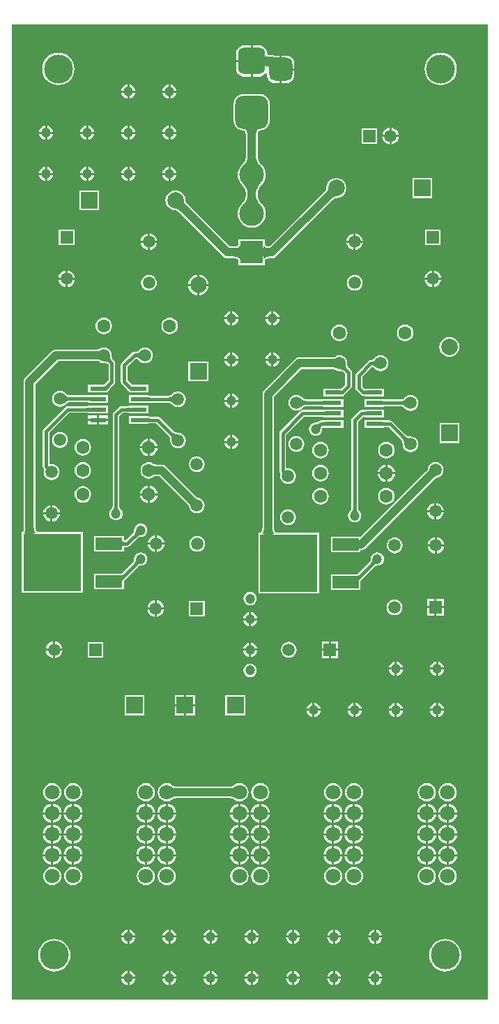
<source format=gtl>
G04 Layer_Physical_Order=1*
G04 Layer_Color=255*
%FSLAX25Y25*%
%MOIN*%
G70*
G01*
G75*
%ADD10R,0.12598X0.05906*%
%ADD11R,0.27559X0.27559*%
%ADD12R,0.07800X0.02100*%
%ADD13C,0.03937*%
%ADD14C,0.01575*%
G04:AMPARAMS|DCode=15|XSize=157.48mil|YSize=157.48mil|CornerRadius=39.37mil|HoleSize=0mil|Usage=FLASHONLY|Rotation=0.000|XOffset=0mil|YOffset=0mil|HoleType=Round|Shape=RoundedRectangle|*
%AMROUNDEDRECTD15*
21,1,0.15748,0.07874,0,0,0.0*
21,1,0.07874,0.15748,0,0,0.0*
1,1,0.07874,0.03937,-0.03937*
1,1,0.07874,-0.03937,-0.03937*
1,1,0.07874,-0.03937,0.03937*
1,1,0.07874,0.03937,0.03937*
%
%ADD15ROUNDEDRECTD15*%
G04:AMPARAMS|DCode=16|XSize=129.92mil|YSize=129.92mil|CornerRadius=32.48mil|HoleSize=0mil|Usage=FLASHONLY|Rotation=0.000|XOffset=0mil|YOffset=0mil|HoleType=Round|Shape=RoundedRectangle|*
%AMROUNDEDRECTD16*
21,1,0.12992,0.06496,0,0,0.0*
21,1,0.06496,0.12992,0,0,0.0*
1,1,0.06496,0.03248,-0.03248*
1,1,0.06496,-0.03248,-0.03248*
1,1,0.06496,-0.03248,0.03248*
1,1,0.06496,0.03248,0.03248*
%
%ADD16ROUNDEDRECTD16*%
G04:AMPARAMS|DCode=17|XSize=110.24mil|YSize=110.24mil|CornerRadius=27.56mil|HoleSize=0mil|Usage=FLASHONLY|Rotation=0.000|XOffset=0mil|YOffset=0mil|HoleType=Round|Shape=RoundedRectangle|*
%AMROUNDEDRECTD17*
21,1,0.11024,0.05512,0,0,0.0*
21,1,0.05512,0.11024,0,0,0.0*
1,1,0.05512,0.02756,-0.02756*
1,1,0.05512,-0.02756,-0.02756*
1,1,0.05512,-0.02756,0.02756*
1,1,0.05512,0.02756,0.02756*
%
%ADD17ROUNDEDRECTD17*%
%ADD18C,0.07087*%
%ADD19C,0.05906*%
%ADD20R,0.07874X0.07874*%
%ADD21C,0.07874*%
%ADD22R,0.05906X0.05906*%
%ADD23R,0.05906X0.05906*%
%ADD24C,0.11811*%
%ADD25R,0.11024X0.11024*%
%ADD26C,0.06299*%
%ADD27R,0.07874X0.07874*%
%ADD28C,0.04724*%
%ADD29C,0.13780*%
G36*
X437571Y304555D02*
X210066D01*
Y770249D01*
X437571D01*
Y304555D01*
D02*
G37*
%LPC*%
G36*
X368198Y393043D02*
X364181D01*
Y389027D01*
X364867Y389117D01*
X365972Y389575D01*
X366921Y390303D01*
X367650Y391252D01*
X368108Y392357D01*
X368198Y393043D01*
D02*
G37*
G36*
X363181D02*
X359164D01*
X359255Y392357D01*
X359713Y391252D01*
X360441Y390303D01*
X361390Y389575D01*
X362495Y389117D01*
X363181Y389027D01*
Y393043D01*
D02*
G37*
G36*
X333414D02*
X329398D01*
Y389027D01*
X330084Y389117D01*
X331189Y389575D01*
X332138Y390303D01*
X332866Y391252D01*
X333324Y392357D01*
X333414Y393043D01*
D02*
G37*
G36*
X373181D02*
X369164D01*
X369255Y392357D01*
X369712Y391252D01*
X370441Y390303D01*
X371390Y389575D01*
X372495Y389117D01*
X373181Y389027D01*
Y393043D01*
D02*
G37*
G36*
X412981D02*
X408965D01*
Y389027D01*
X409651Y389117D01*
X410756Y389575D01*
X411705Y390303D01*
X412433Y391252D01*
X412891Y392357D01*
X412981Y393043D01*
D02*
G37*
G36*
X407965D02*
X403948D01*
X404038Y392357D01*
X404496Y391252D01*
X405224Y390303D01*
X406173Y389575D01*
X407278Y389117D01*
X407965Y389027D01*
Y393043D01*
D02*
G37*
G36*
X378198D02*
X374181D01*
Y389027D01*
X374867Y389117D01*
X375972Y389575D01*
X376921Y390303D01*
X377650Y391252D01*
X378108Y392357D01*
X378198Y393043D01*
D02*
G37*
G36*
X328398D02*
X324381D01*
X324471Y392357D01*
X324929Y391252D01*
X325657Y390303D01*
X326606Y389575D01*
X327712Y389117D01*
X328398Y389027D01*
Y393043D01*
D02*
G37*
G36*
X278631D02*
X274614D01*
Y389027D01*
X275300Y389117D01*
X276405Y389575D01*
X277355Y390303D01*
X278083Y391252D01*
X278540Y392357D01*
X278631Y393043D01*
D02*
G37*
G36*
X273614D02*
X269598D01*
X269688Y392357D01*
X270146Y391252D01*
X270874Y390303D01*
X271823Y389575D01*
X272928Y389117D01*
X273614Y389027D01*
Y393043D01*
D02*
G37*
G36*
X243847D02*
X239831D01*
Y389027D01*
X240517Y389117D01*
X241622Y389575D01*
X242571Y390303D01*
X243299Y391252D01*
X243757Y392357D01*
X243847Y393043D01*
D02*
G37*
G36*
X283614D02*
X279597D01*
X279688Y392357D01*
X280146Y391252D01*
X280874Y390303D01*
X281823Y389575D01*
X282928Y389117D01*
X283614Y389027D01*
Y393043D01*
D02*
G37*
G36*
X323414D02*
X319398D01*
Y389027D01*
X320084Y389117D01*
X321189Y389575D01*
X322138Y390303D01*
X322866Y391252D01*
X323324Y392357D01*
X323414Y393043D01*
D02*
G37*
G36*
X318398D02*
X314381D01*
X314471Y392357D01*
X314929Y391252D01*
X315657Y390303D01*
X316606Y389575D01*
X317712Y389117D01*
X318398Y389027D01*
Y393043D01*
D02*
G37*
G36*
X288631D02*
X284614D01*
Y389027D01*
X285300Y389117D01*
X286405Y389575D01*
X287354Y390303D01*
X288083Y391252D01*
X288541Y392357D01*
X288631Y393043D01*
D02*
G37*
G36*
X318398Y398060D02*
X317712Y397970D01*
X316606Y397512D01*
X315657Y396784D01*
X314929Y395835D01*
X314471Y394729D01*
X314381Y394043D01*
X318398D01*
Y398060D01*
D02*
G37*
G36*
X284614D02*
Y394043D01*
X288631D01*
X288541Y394729D01*
X288083Y395835D01*
X287354Y396784D01*
X286405Y397512D01*
X285300Y397970D01*
X284614Y398060D01*
D02*
G37*
G36*
X283614D02*
X282928Y397970D01*
X281823Y397512D01*
X280874Y396784D01*
X280146Y395835D01*
X279688Y394729D01*
X279597Y394043D01*
X283614D01*
Y398060D01*
D02*
G37*
G36*
X319398D02*
Y394043D01*
X323414D01*
X323324Y394729D01*
X322866Y395835D01*
X322138Y396784D01*
X321189Y397512D01*
X320084Y397970D01*
X319398Y398060D01*
D02*
G37*
G36*
X363181D02*
X362495Y397970D01*
X361390Y397512D01*
X360441Y396784D01*
X359713Y395835D01*
X359255Y394729D01*
X359164Y394043D01*
X363181D01*
Y398060D01*
D02*
G37*
G36*
X329398D02*
Y394043D01*
X333414D01*
X333324Y394729D01*
X332866Y395835D01*
X332138Y396784D01*
X331189Y397512D01*
X330084Y397970D01*
X329398Y398060D01*
D02*
G37*
G36*
X328398D02*
X327712Y397970D01*
X326606Y397512D01*
X325657Y396784D01*
X324929Y395835D01*
X324471Y394729D01*
X324381Y394043D01*
X328398D01*
Y398060D01*
D02*
G37*
G36*
X274614D02*
Y394043D01*
X278631D01*
X278540Y394729D01*
X278083Y395835D01*
X277355Y396784D01*
X276405Y397512D01*
X275300Y397970D01*
X274614Y398060D01*
D02*
G37*
G36*
X228831D02*
X228145Y397970D01*
X227040Y397512D01*
X226090Y396784D01*
X225362Y395835D01*
X224904Y394729D01*
X224814Y394043D01*
X228831D01*
Y398060D01*
D02*
G37*
G36*
X422981Y393043D02*
X418964D01*
Y389027D01*
X419651Y389117D01*
X420756Y389575D01*
X421705Y390303D01*
X422433Y391252D01*
X422891Y392357D01*
X422981Y393043D01*
D02*
G37*
G36*
X417965D02*
X413948D01*
X414038Y392357D01*
X414496Y391252D01*
X415224Y390303D01*
X416173Y389575D01*
X417278Y389117D01*
X417965Y389027D01*
Y393043D01*
D02*
G37*
G36*
X229831Y398060D02*
Y394043D01*
X233847D01*
X233757Y394729D01*
X233299Y395835D01*
X232571Y396784D01*
X231622Y397512D01*
X230517Y397970D01*
X229831Y398060D01*
D02*
G37*
G36*
X273614D02*
X272928Y397970D01*
X271823Y397512D01*
X270874Y396784D01*
X270146Y395835D01*
X269688Y394729D01*
X269598Y394043D01*
X273614D01*
Y398060D01*
D02*
G37*
G36*
X239831D02*
Y394043D01*
X243847D01*
X243757Y394729D01*
X243299Y395835D01*
X242571Y396784D01*
X241622Y397512D01*
X240517Y397970D01*
X239831Y398060D01*
D02*
G37*
G36*
X238831D02*
X238145Y397970D01*
X237039Y397512D01*
X236090Y396784D01*
X235362Y395835D01*
X234904Y394729D01*
X234814Y394043D01*
X238831D01*
Y398060D01*
D02*
G37*
G36*
X239831Y388060D02*
Y384043D01*
X243847D01*
X243757Y384729D01*
X243299Y385835D01*
X242571Y386784D01*
X241622Y387512D01*
X240517Y387970D01*
X239831Y388060D01*
D02*
G37*
G36*
X238831D02*
X238145Y387970D01*
X237039Y387512D01*
X236090Y386784D01*
X235362Y385835D01*
X234904Y384729D01*
X234814Y384043D01*
X238831D01*
Y388060D01*
D02*
G37*
G36*
X229831D02*
Y384043D01*
X233847D01*
X233757Y384729D01*
X233299Y385835D01*
X232571Y386784D01*
X231622Y387512D01*
X230517Y387970D01*
X229831Y388060D01*
D02*
G37*
G36*
X273614D02*
X272928Y387970D01*
X271823Y387512D01*
X270874Y386784D01*
X270146Y385835D01*
X269688Y384729D01*
X269598Y384043D01*
X273614D01*
Y388060D01*
D02*
G37*
G36*
X284614D02*
Y384043D01*
X288631D01*
X288541Y384729D01*
X288083Y385835D01*
X287354Y386784D01*
X286405Y387512D01*
X285300Y387970D01*
X284614Y388060D01*
D02*
G37*
G36*
X283614D02*
X282928Y387970D01*
X281823Y387512D01*
X280874Y386784D01*
X280146Y385835D01*
X279688Y384729D01*
X279597Y384043D01*
X283614D01*
Y388060D01*
D02*
G37*
G36*
X274614D02*
Y384043D01*
X278631D01*
X278540Y384729D01*
X278083Y385835D01*
X277355Y386784D01*
X276405Y387512D01*
X275300Y387970D01*
X274614Y388060D01*
D02*
G37*
G36*
X228831D02*
X228145Y387970D01*
X227040Y387512D01*
X226090Y386784D01*
X225362Y385835D01*
X224904Y384729D01*
X224814Y384043D01*
X228831D01*
Y388060D01*
D02*
G37*
G36*
X378198Y383043D02*
X374181D01*
Y379027D01*
X374867Y379117D01*
X375972Y379575D01*
X376921Y380303D01*
X377650Y381252D01*
X378108Y382357D01*
X378198Y383043D01*
D02*
G37*
G36*
X373181D02*
X369164D01*
X369255Y382357D01*
X369712Y381252D01*
X370441Y380303D01*
X371390Y379575D01*
X372495Y379117D01*
X373181Y379027D01*
Y383043D01*
D02*
G37*
G36*
X368198D02*
X364181D01*
Y379027D01*
X364867Y379117D01*
X365972Y379575D01*
X366921Y380303D01*
X367650Y381252D01*
X368108Y382357D01*
X368198Y383043D01*
D02*
G37*
G36*
X407965D02*
X403948D01*
X404038Y382357D01*
X404496Y381252D01*
X405224Y380303D01*
X406173Y379575D01*
X407278Y379117D01*
X407965Y379027D01*
Y383043D01*
D02*
G37*
G36*
X422981D02*
X418964D01*
Y379027D01*
X419651Y379117D01*
X420756Y379575D01*
X421705Y380303D01*
X422433Y381252D01*
X422891Y382357D01*
X422981Y383043D01*
D02*
G37*
G36*
X417965D02*
X413948D01*
X414038Y382357D01*
X414496Y381252D01*
X415224Y380303D01*
X416173Y379575D01*
X417278Y379117D01*
X417965Y379027D01*
Y383043D01*
D02*
G37*
G36*
X412981D02*
X408965D01*
Y379027D01*
X409651Y379117D01*
X410756Y379575D01*
X411705Y380303D01*
X412433Y381252D01*
X412891Y382357D01*
X412981Y383043D01*
D02*
G37*
G36*
X417965Y388060D02*
X417278Y387970D01*
X416173Y387512D01*
X415224Y386784D01*
X414496Y385835D01*
X414038Y384729D01*
X413948Y384043D01*
X417965D01*
Y388060D01*
D02*
G37*
G36*
X408965D02*
Y384043D01*
X412981D01*
X412891Y384729D01*
X412433Y385835D01*
X411705Y386784D01*
X410756Y387512D01*
X409651Y387970D01*
X408965Y388060D01*
D02*
G37*
G36*
X407965D02*
X407278Y387970D01*
X406173Y387512D01*
X405224Y386784D01*
X404496Y385835D01*
X404038Y384729D01*
X403948Y384043D01*
X407965D01*
Y388060D01*
D02*
G37*
G36*
X418964D02*
Y384043D01*
X422981D01*
X422891Y384729D01*
X422433Y385835D01*
X421705Y386784D01*
X420756Y387512D01*
X419651Y387970D01*
X418964Y388060D01*
D02*
G37*
G36*
X238831Y393043D02*
X234814D01*
X234904Y392357D01*
X235362Y391252D01*
X236090Y390303D01*
X237039Y389575D01*
X238145Y389117D01*
X238831Y389027D01*
Y393043D01*
D02*
G37*
G36*
X233847D02*
X229831D01*
Y389027D01*
X230517Y389117D01*
X231622Y389575D01*
X232571Y390303D01*
X233299Y391252D01*
X233757Y392357D01*
X233847Y393043D01*
D02*
G37*
G36*
X228831D02*
X224814D01*
X224904Y392357D01*
X225362Y391252D01*
X226090Y390303D01*
X227040Y389575D01*
X228145Y389117D01*
X228831Y389027D01*
Y393043D01*
D02*
G37*
G36*
X374181Y388060D02*
Y384043D01*
X378198D01*
X378108Y384729D01*
X377650Y385835D01*
X376921Y386784D01*
X375972Y387512D01*
X374867Y387970D01*
X374181Y388060D01*
D02*
G37*
G36*
X328398D02*
X327712Y387970D01*
X326606Y387512D01*
X325657Y386784D01*
X324929Y385835D01*
X324471Y384729D01*
X324381Y384043D01*
X328398D01*
Y388060D01*
D02*
G37*
G36*
X319398D02*
Y384043D01*
X323414D01*
X323324Y384729D01*
X322866Y385835D01*
X322138Y386784D01*
X321189Y387512D01*
X320084Y387970D01*
X319398Y388060D01*
D02*
G37*
G36*
X318398D02*
X317712Y387970D01*
X316606Y387512D01*
X315657Y386784D01*
X314929Y385835D01*
X314471Y384729D01*
X314381Y384043D01*
X318398D01*
Y388060D01*
D02*
G37*
G36*
X329398D02*
Y384043D01*
X333414D01*
X333324Y384729D01*
X332866Y385835D01*
X332138Y386784D01*
X331189Y387512D01*
X330084Y387970D01*
X329398Y388060D01*
D02*
G37*
G36*
X373181D02*
X372495Y387970D01*
X371390Y387512D01*
X370441Y386784D01*
X369712Y385835D01*
X369255Y384729D01*
X369164Y384043D01*
X373181D01*
Y388060D01*
D02*
G37*
G36*
X364181D02*
Y384043D01*
X368198D01*
X368108Y384729D01*
X367650Y385835D01*
X366921Y386784D01*
X365972Y387512D01*
X364867Y387970D01*
X364181Y388060D01*
D02*
G37*
G36*
X363181D02*
X362495Y387970D01*
X361390Y387512D01*
X360441Y386784D01*
X359713Y385835D01*
X359255Y384729D01*
X359164Y384043D01*
X363181D01*
Y388060D01*
D02*
G37*
G36*
X397026Y462098D02*
X394201D01*
Y459273D01*
X394579Y459323D01*
X395396Y459662D01*
X396099Y460201D01*
X396638Y460903D01*
X396976Y461721D01*
X397026Y462098D01*
D02*
G37*
G36*
X393201D02*
X390375D01*
X390425Y461721D01*
X390764Y460903D01*
X391303Y460201D01*
X392005Y459662D01*
X392823Y459323D01*
X393201Y459273D01*
Y462098D01*
D02*
G37*
G36*
X324016Y464988D02*
X323194Y464880D01*
X322427Y464562D01*
X321769Y464057D01*
X321265Y463399D01*
X320947Y462633D01*
X320839Y461811D01*
X320947Y460989D01*
X321265Y460223D01*
X321769Y459565D01*
X322427Y459060D01*
X323194Y458742D01*
X324016Y458634D01*
X324838Y458742D01*
X325604Y459060D01*
X326262Y459565D01*
X326767Y460223D01*
X327084Y460989D01*
X327192Y461811D01*
X327084Y462633D01*
X326767Y463399D01*
X326262Y464057D01*
X325604Y464562D01*
X324838Y464880D01*
X324016Y464988D01*
D02*
G37*
G36*
X412886Y462098D02*
X410060D01*
X410110Y461721D01*
X410449Y460903D01*
X410988Y460201D01*
X411690Y459662D01*
X412508Y459323D01*
X412886Y459273D01*
Y462098D01*
D02*
G37*
G36*
X394201Y465924D02*
Y463098D01*
X397026D01*
X396976Y463476D01*
X396638Y464294D01*
X396099Y464996D01*
X395396Y465535D01*
X394579Y465874D01*
X394201Y465924D01*
D02*
G37*
G36*
X393201D02*
X392823Y465874D01*
X392005Y465535D01*
X391303Y464996D01*
X390764Y464294D01*
X390425Y463476D01*
X390375Y463098D01*
X393201D01*
Y465924D01*
D02*
G37*
G36*
X416711Y462098D02*
X413886D01*
Y459273D01*
X414263Y459323D01*
X415081Y459662D01*
X415784Y460201D01*
X416323Y460903D01*
X416662Y461721D01*
X416711Y462098D01*
D02*
G37*
G36*
X297752Y450016D02*
X293315D01*
Y445579D01*
X297752D01*
Y450016D01*
D02*
G37*
G36*
X393201Y446239D02*
X392823Y446189D01*
X392005Y445850D01*
X391303Y445311D01*
X390764Y444609D01*
X390425Y443791D01*
X390375Y443413D01*
X393201D01*
Y446239D01*
D02*
G37*
G36*
X374516D02*
Y443413D01*
X377341D01*
X377291Y443791D01*
X376953Y444609D01*
X376414Y445311D01*
X375711Y445850D01*
X374893Y446189D01*
X374516Y446239D01*
D02*
G37*
G36*
X373516D02*
X373138Y446189D01*
X372320Y445850D01*
X371618Y445311D01*
X371079Y444609D01*
X370740Y443791D01*
X370690Y443413D01*
X373516D01*
Y446239D01*
D02*
G37*
G36*
X394201D02*
Y443413D01*
X397026D01*
X396976Y443791D01*
X396638Y444609D01*
X396099Y445311D01*
X395396Y445850D01*
X394579Y446189D01*
X394201Y446239D01*
D02*
G37*
G36*
X292315Y450016D02*
X287878D01*
Y445579D01*
X292315D01*
Y450016D01*
D02*
G37*
G36*
X413886Y446239D02*
Y443413D01*
X416711D01*
X416662Y443791D01*
X416323Y444609D01*
X415784Y445311D01*
X415081Y445850D01*
X414263Y446189D01*
X413886Y446239D01*
D02*
G37*
G36*
X412886D02*
X412508Y446189D01*
X411690Y445850D01*
X410988Y445311D01*
X410449Y444609D01*
X410110Y443791D01*
X410060Y443413D01*
X412886D01*
Y446239D01*
D02*
G37*
G36*
X229815Y475574D02*
X229283Y475504D01*
X228322Y475106D01*
X227496Y474473D01*
X226862Y473647D01*
X226464Y472685D01*
X226394Y472154D01*
X229815D01*
Y475574D01*
D02*
G37*
G36*
X327341Y471153D02*
X324516D01*
Y468328D01*
X324893Y468378D01*
X325711Y468717D01*
X326414Y469255D01*
X326953Y469958D01*
X327291Y470776D01*
X327341Y471153D01*
D02*
G37*
G36*
X323516D02*
X320690D01*
X320740Y470776D01*
X321079Y469958D01*
X321618Y469255D01*
X322320Y468717D01*
X323138Y468378D01*
X323516Y468328D01*
Y471153D01*
D02*
G37*
G36*
X230815Y475574D02*
Y472154D01*
X234236D01*
X234166Y472685D01*
X233768Y473647D01*
X233134Y474473D01*
X232308Y475106D01*
X231347Y475504D01*
X230815Y475574D01*
D02*
G37*
G36*
X361705Y475606D02*
X358252D01*
Y472154D01*
X361705D01*
Y475606D01*
D02*
G37*
G36*
X324516Y474979D02*
Y472154D01*
X327341D01*
X327291Y472531D01*
X326953Y473349D01*
X326414Y474051D01*
X325711Y474590D01*
X324893Y474929D01*
X324516Y474979D01*
D02*
G37*
G36*
X323516D02*
X323138Y474929D01*
X322320Y474590D01*
X321618Y474051D01*
X321079Y473349D01*
X320740Y472531D01*
X320690Y472154D01*
X323516D01*
Y474979D01*
D02*
G37*
G36*
X253740Y475394D02*
X246260D01*
Y467913D01*
X253740D01*
Y475394D01*
D02*
G37*
G36*
X361705Y471153D02*
X358252D01*
Y467701D01*
X361705D01*
Y471153D01*
D02*
G37*
G36*
X413886Y465924D02*
Y463098D01*
X416711D01*
X416662Y463476D01*
X416323Y464294D01*
X415784Y464996D01*
X415081Y465535D01*
X414263Y465874D01*
X413886Y465924D01*
D02*
G37*
G36*
X412886D02*
X412508Y465874D01*
X411690Y465535D01*
X410988Y464996D01*
X410449Y464294D01*
X410110Y463476D01*
X410060Y463098D01*
X412886D01*
Y465924D01*
D02*
G37*
G36*
X366158Y471153D02*
X362705D01*
Y467701D01*
X366158D01*
Y471153D01*
D02*
G37*
G36*
X342520Y475426D02*
X341543Y475297D01*
X340634Y474921D01*
X339852Y474321D01*
X339253Y473540D01*
X338876Y472630D01*
X338747Y471654D01*
X338876Y470677D01*
X339253Y469767D01*
X339852Y468986D01*
X340634Y468387D01*
X341543Y468010D01*
X342520Y467881D01*
X343496Y468010D01*
X344406Y468387D01*
X345187Y468986D01*
X345787Y469767D01*
X346164Y470677D01*
X346292Y471654D01*
X346164Y472630D01*
X345787Y473540D01*
X345187Y474321D01*
X344406Y474921D01*
X343496Y475297D01*
X342520Y475426D01*
D02*
G37*
G36*
X234236Y471153D02*
X230815D01*
Y467732D01*
X231347Y467802D01*
X232308Y468201D01*
X233134Y468834D01*
X233768Y469660D01*
X234166Y470622D01*
X234236Y471153D01*
D02*
G37*
G36*
X229815D02*
X226394D01*
X226464Y470622D01*
X226862Y469660D01*
X227496Y468834D01*
X228322Y468201D01*
X229283Y467802D01*
X229815Y467732D01*
Y471153D01*
D02*
G37*
G36*
X328898Y407911D02*
X327767Y407763D01*
X326714Y407326D01*
X325809Y406632D01*
X325115Y405727D01*
X324678Y404674D01*
X324530Y403543D01*
X324678Y402413D01*
X325115Y401359D01*
X325809Y400455D01*
X326714Y399761D01*
X327767Y399324D01*
X328898Y399175D01*
X330028Y399324D01*
X331082Y399761D01*
X331986Y400455D01*
X332681Y401359D01*
X333117Y402413D01*
X333266Y403543D01*
X333117Y404674D01*
X332681Y405727D01*
X331986Y406632D01*
X331082Y407326D01*
X330028Y407763D01*
X328898Y407911D01*
D02*
G37*
G36*
X274114D02*
X272984Y407763D01*
X271930Y407326D01*
X271025Y406632D01*
X270331Y405727D01*
X269895Y404674D01*
X269746Y403543D01*
X269895Y402413D01*
X270331Y401359D01*
X271025Y400455D01*
X271930Y399761D01*
X272984Y399324D01*
X274114Y399175D01*
X275245Y399324D01*
X276298Y399761D01*
X277203Y400455D01*
X277897Y401359D01*
X278333Y402413D01*
X278482Y403543D01*
X278333Y404674D01*
X277897Y405727D01*
X277203Y406632D01*
X276298Y407326D01*
X275245Y407763D01*
X274114Y407911D01*
D02*
G37*
G36*
X239331D02*
X238200Y407763D01*
X237147Y407326D01*
X236242Y406632D01*
X235548Y405727D01*
X235111Y404674D01*
X234963Y403543D01*
X235111Y402413D01*
X235548Y401359D01*
X236242Y400455D01*
X237147Y399761D01*
X238200Y399324D01*
X239331Y399175D01*
X240461Y399324D01*
X241515Y399761D01*
X242419Y400455D01*
X243114Y401359D01*
X243550Y402413D01*
X243699Y403543D01*
X243550Y404674D01*
X243114Y405727D01*
X242419Y406632D01*
X241515Y407326D01*
X240461Y407763D01*
X239331Y407911D01*
D02*
G37*
G36*
X363681D02*
X362551Y407763D01*
X361497Y407326D01*
X360592Y406632D01*
X359898Y405727D01*
X359462Y404674D01*
X359313Y403543D01*
X359462Y402413D01*
X359898Y401359D01*
X360592Y400455D01*
X361497Y399761D01*
X362551Y399324D01*
X363681Y399175D01*
X364812Y399324D01*
X365865Y399761D01*
X366770Y400455D01*
X367464Y401359D01*
X367900Y402413D01*
X368049Y403543D01*
X367900Y404674D01*
X367464Y405727D01*
X366770Y406632D01*
X365865Y407326D01*
X364812Y407763D01*
X363681Y407911D01*
D02*
G37*
G36*
X418465D02*
X417334Y407763D01*
X416281Y407326D01*
X415376Y406632D01*
X414682Y405727D01*
X414245Y404674D01*
X414096Y403543D01*
X414245Y402413D01*
X414682Y401359D01*
X415376Y400455D01*
X416281Y399761D01*
X417334Y399324D01*
X418465Y399175D01*
X419595Y399324D01*
X420649Y399761D01*
X421553Y400455D01*
X422247Y401359D01*
X422684Y402413D01*
X422833Y403543D01*
X422684Y404674D01*
X422247Y405727D01*
X421553Y406632D01*
X420649Y407326D01*
X419595Y407763D01*
X418465Y407911D01*
D02*
G37*
G36*
X408465D02*
X407334Y407763D01*
X406281Y407326D01*
X405376Y406632D01*
X404682Y405727D01*
X404245Y404674D01*
X404097Y403543D01*
X404245Y402413D01*
X404682Y401359D01*
X405376Y400455D01*
X406281Y399761D01*
X407334Y399324D01*
X408465Y399175D01*
X409595Y399324D01*
X410649Y399761D01*
X411553Y400455D01*
X412247Y401359D01*
X412684Y402413D01*
X412833Y403543D01*
X412684Y404674D01*
X412247Y405727D01*
X411553Y406632D01*
X410649Y407326D01*
X409595Y407763D01*
X408465Y407911D01*
D02*
G37*
G36*
X373681D02*
X372551Y407763D01*
X371497Y407326D01*
X370592Y406632D01*
X369898Y405727D01*
X369462Y404674D01*
X369313Y403543D01*
X369462Y402413D01*
X369898Y401359D01*
X370592Y400455D01*
X371497Y399761D01*
X372551Y399324D01*
X373681Y399175D01*
X374812Y399324D01*
X375865Y399761D01*
X376770Y400455D01*
X377464Y401359D01*
X377900Y402413D01*
X378049Y403543D01*
X377900Y404674D01*
X377464Y405727D01*
X376770Y406632D01*
X375865Y407326D01*
X374812Y407763D01*
X373681Y407911D01*
D02*
G37*
G36*
X229331D02*
X228200Y407763D01*
X227147Y407326D01*
X226242Y406632D01*
X225548Y405727D01*
X225112Y404674D01*
X224963Y403543D01*
X225112Y402413D01*
X225548Y401359D01*
X226242Y400455D01*
X227147Y399761D01*
X228200Y399324D01*
X229331Y399175D01*
X230461Y399324D01*
X231515Y399761D01*
X232419Y400455D01*
X233114Y401359D01*
X233550Y402413D01*
X233699Y403543D01*
X233550Y404674D01*
X233114Y405727D01*
X232419Y406632D01*
X231515Y407326D01*
X230461Y407763D01*
X229331Y407911D01*
D02*
G37*
G36*
X374181Y398060D02*
Y394043D01*
X378198D01*
X378108Y394729D01*
X377650Y395835D01*
X376921Y396784D01*
X375972Y397512D01*
X374867Y397970D01*
X374181Y398060D01*
D02*
G37*
G36*
X373181D02*
X372495Y397970D01*
X371390Y397512D01*
X370441Y396784D01*
X369712Y395835D01*
X369255Y394729D01*
X369164Y394043D01*
X373181D01*
Y398060D01*
D02*
G37*
G36*
X364181D02*
Y394043D01*
X368198D01*
X368108Y394729D01*
X367650Y395835D01*
X366921Y396784D01*
X365972Y397512D01*
X364867Y397970D01*
X364181Y398060D01*
D02*
G37*
G36*
X407965D02*
X407278Y397970D01*
X406173Y397512D01*
X405224Y396784D01*
X404496Y395835D01*
X404038Y394729D01*
X403948Y394043D01*
X407965D01*
Y398060D01*
D02*
G37*
G36*
X418964D02*
Y394043D01*
X422981D01*
X422891Y394729D01*
X422433Y395835D01*
X421705Y396784D01*
X420756Y397512D01*
X419651Y397970D01*
X418964Y398060D01*
D02*
G37*
G36*
X417965D02*
X417278Y397970D01*
X416173Y397512D01*
X415224Y396784D01*
X414496Y395835D01*
X414038Y394729D01*
X413948Y394043D01*
X417965D01*
Y398060D01*
D02*
G37*
G36*
X408965D02*
Y394043D01*
X412981D01*
X412891Y394729D01*
X412433Y395835D01*
X411705Y396784D01*
X410756Y397512D01*
X409651Y397970D01*
X408965Y398060D01*
D02*
G37*
G36*
X297752Y444579D02*
X293315D01*
Y440142D01*
X297752D01*
Y444579D01*
D02*
G37*
G36*
X292315D02*
X287878D01*
Y440142D01*
X292315D01*
Y444579D01*
D02*
G37*
G36*
X416711Y442413D02*
X413886D01*
Y439588D01*
X414263Y439638D01*
X415081Y439977D01*
X415784Y440515D01*
X416323Y441218D01*
X416662Y442036D01*
X416711Y442413D01*
D02*
G37*
G36*
X273425Y449803D02*
X263976D01*
Y440354D01*
X273425D01*
Y449803D01*
D02*
G37*
G36*
X354831Y446239D02*
Y443413D01*
X357656D01*
X357606Y443791D01*
X357268Y444609D01*
X356729Y445311D01*
X356026Y445850D01*
X355208Y446189D01*
X354831Y446239D01*
D02*
G37*
G36*
X353831D02*
X353453Y446189D01*
X352635Y445850D01*
X351933Y445311D01*
X351394Y444609D01*
X351055Y443791D01*
X351005Y443413D01*
X353831D01*
Y446239D01*
D02*
G37*
G36*
X321654Y449803D02*
X312205D01*
Y440354D01*
X321654D01*
Y449803D01*
D02*
G37*
G36*
X412886Y442413D02*
X410060D01*
X410110Y442036D01*
X410449Y441218D01*
X410988Y440515D01*
X411690Y439977D01*
X412508Y439638D01*
X412886Y439588D01*
Y442413D01*
D02*
G37*
G36*
X357656D02*
X354831D01*
Y439588D01*
X355208Y439638D01*
X356026Y439977D01*
X356729Y440515D01*
X357268Y441218D01*
X357606Y442036D01*
X357656Y442413D01*
D02*
G37*
G36*
X353831D02*
X351005D01*
X351055Y442036D01*
X351394Y441218D01*
X351933Y440515D01*
X352635Y439977D01*
X353453Y439638D01*
X353831Y439588D01*
Y442413D01*
D02*
G37*
G36*
X318898Y407911D02*
X317767Y407763D01*
X316714Y407326D01*
X315809Y406632D01*
X315760Y406568D01*
X315739Y406556D01*
X315645Y406515D01*
X315505Y406470D01*
X315321Y406427D01*
X315112Y406391D01*
X314229Y406323D01*
X288735D01*
X288488Y406333D01*
X287907Y406390D01*
X287691Y406427D01*
X287507Y406470D01*
X287367Y406515D01*
X287273Y406556D01*
X287252Y406568D01*
X287203Y406632D01*
X286298Y407326D01*
X285245Y407763D01*
X284114Y407911D01*
X282984Y407763D01*
X281930Y407326D01*
X281026Y406632D01*
X280331Y405727D01*
X279895Y404674D01*
X279746Y403543D01*
X279895Y402413D01*
X280331Y401359D01*
X281026Y400455D01*
X281930Y399761D01*
X282984Y399324D01*
X284114Y399175D01*
X285245Y399324D01*
X286298Y399761D01*
X287203Y400455D01*
X287252Y400518D01*
X287273Y400531D01*
X287367Y400571D01*
X287507Y400616D01*
X287691Y400660D01*
X287899Y400695D01*
X288783Y400764D01*
X314277D01*
X314524Y400753D01*
X315105Y400697D01*
X315321Y400660D01*
X315505Y400616D01*
X315645Y400571D01*
X315739Y400531D01*
X315760Y400518D01*
X315809Y400455D01*
X316714Y399761D01*
X317767Y399324D01*
X318898Y399175D01*
X320028Y399324D01*
X321082Y399761D01*
X321986Y400455D01*
X322680Y401359D01*
X323117Y402413D01*
X323266Y403543D01*
X323117Y404674D01*
X322680Y405727D01*
X321986Y406632D01*
X321082Y407326D01*
X320028Y407763D01*
X318898Y407911D01*
D02*
G37*
G36*
X373516Y442413D02*
X370690D01*
X370740Y442036D01*
X371079Y441218D01*
X371618Y440515D01*
X372320Y439977D01*
X373138Y439638D01*
X373516Y439588D01*
Y442413D01*
D02*
G37*
G36*
X397026D02*
X394201D01*
Y439588D01*
X394579Y439638D01*
X395396Y439977D01*
X396099Y440515D01*
X396638Y441218D01*
X396976Y442036D01*
X397026Y442413D01*
D02*
G37*
G36*
X393201D02*
X390375D01*
X390425Y442036D01*
X390764Y441218D01*
X391303Y440515D01*
X392005Y439977D01*
X392823Y439638D01*
X393201Y439588D01*
Y442413D01*
D02*
G37*
G36*
X377341D02*
X374516D01*
Y439588D01*
X374893Y439638D01*
X375711Y439977D01*
X376414Y440515D01*
X376953Y441218D01*
X377291Y442036D01*
X377341Y442413D01*
D02*
G37*
G36*
X363181Y383043D02*
X359164D01*
X359255Y382357D01*
X359713Y381252D01*
X360441Y380303D01*
X361390Y379575D01*
X362495Y379117D01*
X363181Y379027D01*
Y383043D01*
D02*
G37*
G36*
X363673Y334146D02*
X360848D01*
X360898Y333768D01*
X361236Y332950D01*
X361775Y332248D01*
X362478Y331709D01*
X363296Y331370D01*
X363673Y331320D01*
Y334146D01*
D02*
G37*
G36*
X347814D02*
X344988D01*
Y331320D01*
X345366Y331370D01*
X346184Y331709D01*
X346886Y332248D01*
X347425Y332950D01*
X347764Y333768D01*
X347814Y334146D01*
D02*
G37*
G36*
X343988D02*
X341163D01*
X341213Y333768D01*
X341551Y332950D01*
X342090Y332248D01*
X342793Y331709D01*
X343611Y331370D01*
X343988Y331320D01*
Y334146D01*
D02*
G37*
G36*
X367499D02*
X364673D01*
Y331320D01*
X365051Y331370D01*
X365869Y331709D01*
X366571Y332248D01*
X367110Y332950D01*
X367449Y333768D01*
X367499Y334146D01*
D02*
G37*
G36*
X265248Y337971D02*
X264870Y337921D01*
X264052Y337582D01*
X263350Y337044D01*
X262811Y336341D01*
X262472Y335523D01*
X262423Y335146D01*
X265248D01*
Y337971D01*
D02*
G37*
G36*
X387184Y334146D02*
X384358D01*
Y331320D01*
X384736Y331370D01*
X385554Y331709D01*
X386256Y332248D01*
X386795Y332950D01*
X387134Y333768D01*
X387184Y334146D01*
D02*
G37*
G36*
X383358D02*
X380533D01*
X380583Y333768D01*
X380921Y332950D01*
X381460Y332248D01*
X382163Y331709D01*
X382981Y331370D01*
X383358Y331320D01*
Y334146D01*
D02*
G37*
G36*
X328129D02*
X325303D01*
Y331320D01*
X325681Y331370D01*
X326499Y331709D01*
X327201Y332248D01*
X327740Y332950D01*
X328079Y333768D01*
X328129Y334146D01*
D02*
G37*
G36*
X284933D02*
X282108D01*
X282157Y333768D01*
X282496Y332950D01*
X283035Y332248D01*
X283737Y331709D01*
X284555Y331370D01*
X284933Y331320D01*
Y334146D01*
D02*
G37*
G36*
X269073D02*
X266248D01*
Y331320D01*
X266626Y331370D01*
X267444Y331709D01*
X268146Y332248D01*
X268685Y332950D01*
X269024Y333768D01*
X269073Y334146D01*
D02*
G37*
G36*
X265248D02*
X262423D01*
X262472Y333768D01*
X262811Y332950D01*
X263350Y332248D01*
X264052Y331709D01*
X264870Y331370D01*
X265248Y331320D01*
Y334146D01*
D02*
G37*
G36*
X288758D02*
X285933D01*
Y331320D01*
X286311Y331370D01*
X287129Y331709D01*
X287831Y332248D01*
X288370Y332950D01*
X288709Y333768D01*
X288758Y334146D01*
D02*
G37*
G36*
X324303D02*
X321478D01*
X321528Y333768D01*
X321866Y332950D01*
X322405Y332248D01*
X323108Y331709D01*
X323925Y331370D01*
X324303Y331320D01*
Y334146D01*
D02*
G37*
G36*
X308443D02*
X305618D01*
Y331320D01*
X305996Y331370D01*
X306814Y331709D01*
X307516Y332248D01*
X308055Y332950D01*
X308394Y333768D01*
X308443Y334146D01*
D02*
G37*
G36*
X304618D02*
X301793D01*
X301842Y333768D01*
X302181Y332950D01*
X302720Y332248D01*
X303422Y331709D01*
X304240Y331370D01*
X304618Y331320D01*
Y334146D01*
D02*
G37*
G36*
X364673Y337971D02*
Y335146D01*
X367499D01*
X367449Y335523D01*
X367110Y336341D01*
X366571Y337044D01*
X365869Y337582D01*
X365051Y337921D01*
X364673Y337971D01*
D02*
G37*
G36*
X363673D02*
X363296Y337921D01*
X362478Y337582D01*
X361775Y337044D01*
X361236Y336341D01*
X360898Y335523D01*
X360848Y335146D01*
X363673D01*
Y337971D01*
D02*
G37*
G36*
X344988D02*
Y335146D01*
X347814D01*
X347764Y335523D01*
X347425Y336341D01*
X346886Y337044D01*
X346184Y337582D01*
X345366Y337921D01*
X344988Y337971D01*
D02*
G37*
G36*
X383358D02*
X382981Y337921D01*
X382163Y337582D01*
X381460Y337044D01*
X380921Y336341D01*
X380583Y335523D01*
X380533Y335146D01*
X383358D01*
Y337971D01*
D02*
G37*
G36*
X239331Y367911D02*
X238200Y367763D01*
X237147Y367326D01*
X236242Y366632D01*
X235548Y365727D01*
X235111Y364674D01*
X234963Y363543D01*
X235111Y362413D01*
X235548Y361359D01*
X236242Y360455D01*
X237147Y359760D01*
X238200Y359324D01*
X239331Y359175D01*
X240461Y359324D01*
X241515Y359760D01*
X242419Y360455D01*
X243114Y361359D01*
X243550Y362413D01*
X243699Y363543D01*
X243550Y364674D01*
X243114Y365727D01*
X242419Y366632D01*
X241515Y367326D01*
X240461Y367763D01*
X239331Y367911D01*
D02*
G37*
G36*
X229331D02*
X228200Y367763D01*
X227147Y367326D01*
X226242Y366632D01*
X225548Y365727D01*
X225112Y364674D01*
X224963Y363543D01*
X225112Y362413D01*
X225548Y361359D01*
X226242Y360455D01*
X227147Y359760D01*
X228200Y359324D01*
X229331Y359175D01*
X230461Y359324D01*
X231515Y359760D01*
X232419Y360455D01*
X233114Y361359D01*
X233550Y362413D01*
X233699Y363543D01*
X233550Y364674D01*
X233114Y365727D01*
X232419Y366632D01*
X231515Y367326D01*
X230461Y367763D01*
X229331Y367911D01*
D02*
G37*
G36*
X384358Y337971D02*
Y335146D01*
X387184D01*
X387134Y335523D01*
X386795Y336341D01*
X386256Y337044D01*
X385554Y337582D01*
X384736Y337921D01*
X384358Y337971D01*
D02*
G37*
G36*
X343988D02*
X343611Y337921D01*
X342793Y337582D01*
X342090Y337044D01*
X341551Y336341D01*
X341213Y335523D01*
X341163Y335146D01*
X343988D01*
Y337971D01*
D02*
G37*
G36*
X285933D02*
Y335146D01*
X288758D01*
X288709Y335523D01*
X288370Y336341D01*
X287831Y337044D01*
X287129Y337582D01*
X286311Y337921D01*
X285933Y337971D01*
D02*
G37*
G36*
X284933D02*
X284555Y337921D01*
X283737Y337582D01*
X283035Y337044D01*
X282496Y336341D01*
X282157Y335523D01*
X282108Y335146D01*
X284933D01*
Y337971D01*
D02*
G37*
G36*
X266248D02*
Y335146D01*
X269073D01*
X269024Y335523D01*
X268685Y336341D01*
X268146Y337044D01*
X267444Y337582D01*
X266626Y337921D01*
X266248Y337971D01*
D02*
G37*
G36*
X304618D02*
X304240Y337921D01*
X303422Y337582D01*
X302720Y337044D01*
X302181Y336341D01*
X301842Y335523D01*
X301793Y335146D01*
X304618D01*
Y337971D01*
D02*
G37*
G36*
X325303D02*
Y335146D01*
X328129D01*
X328079Y335523D01*
X327740Y336341D01*
X327201Y337044D01*
X326499Y337582D01*
X325681Y337921D01*
X325303Y337971D01*
D02*
G37*
G36*
X324303D02*
X323925Y337921D01*
X323108Y337582D01*
X322405Y337044D01*
X321866Y336341D01*
X321528Y335523D01*
X321478Y335146D01*
X324303D01*
Y337971D01*
D02*
G37*
G36*
X305618D02*
Y335146D01*
X308443D01*
X308394Y335523D01*
X308055Y336341D01*
X307516Y337044D01*
X306814Y337582D01*
X305996Y337921D01*
X305618Y337971D01*
D02*
G37*
G36*
X363673Y314461D02*
X360848D01*
X360898Y314083D01*
X361236Y313265D01*
X361775Y312563D01*
X362478Y312024D01*
X363296Y311685D01*
X363673Y311635D01*
Y314461D01*
D02*
G37*
G36*
X347814D02*
X344988D01*
Y311635D01*
X345366Y311685D01*
X346184Y312024D01*
X346886Y312563D01*
X347425Y313265D01*
X347764Y314083D01*
X347814Y314461D01*
D02*
G37*
G36*
X343988D02*
X341163D01*
X341213Y314083D01*
X341551Y313265D01*
X342090Y312563D01*
X342793Y312024D01*
X343611Y311685D01*
X343988Y311635D01*
Y314461D01*
D02*
G37*
G36*
X367499D02*
X364673D01*
Y311635D01*
X365051Y311685D01*
X365869Y312024D01*
X366571Y312563D01*
X367110Y313265D01*
X367449Y314083D01*
X367499Y314461D01*
D02*
G37*
G36*
X265248Y318286D02*
X264870Y318236D01*
X264052Y317898D01*
X263350Y317359D01*
X262811Y316656D01*
X262472Y315838D01*
X262423Y315461D01*
X265248D01*
Y318286D01*
D02*
G37*
G36*
X387184Y314461D02*
X384358D01*
Y311635D01*
X384736Y311685D01*
X385554Y312024D01*
X386256Y312563D01*
X386795Y313265D01*
X387134Y314083D01*
X387184Y314461D01*
D02*
G37*
G36*
X383358D02*
X380533D01*
X380583Y314083D01*
X380921Y313265D01*
X381460Y312563D01*
X382163Y312024D01*
X382981Y311685D01*
X383358Y311635D01*
Y314461D01*
D02*
G37*
G36*
X328129D02*
X325303D01*
Y311635D01*
X325681Y311685D01*
X326499Y312024D01*
X327201Y312563D01*
X327740Y313265D01*
X328079Y314083D01*
X328129Y314461D01*
D02*
G37*
G36*
X284933D02*
X282108D01*
X282157Y314083D01*
X282496Y313265D01*
X283035Y312563D01*
X283737Y312024D01*
X284555Y311685D01*
X284933Y311635D01*
Y314461D01*
D02*
G37*
G36*
X269073D02*
X266248D01*
Y311635D01*
X266626Y311685D01*
X267444Y312024D01*
X268146Y312563D01*
X268685Y313265D01*
X269024Y314083D01*
X269073Y314461D01*
D02*
G37*
G36*
X265248D02*
X262423D01*
X262472Y314083D01*
X262811Y313265D01*
X263350Y312563D01*
X264052Y312024D01*
X264870Y311685D01*
X265248Y311635D01*
Y314461D01*
D02*
G37*
G36*
X288758D02*
X285933D01*
Y311635D01*
X286311Y311685D01*
X287129Y312024D01*
X287831Y312563D01*
X288370Y313265D01*
X288709Y314083D01*
X288758Y314461D01*
D02*
G37*
G36*
X324303D02*
X321478D01*
X321528Y314083D01*
X321866Y313265D01*
X322405Y312563D01*
X323108Y312024D01*
X323925Y311685D01*
X324303Y311635D01*
Y314461D01*
D02*
G37*
G36*
X308443D02*
X305618D01*
Y311635D01*
X305996Y311685D01*
X306814Y312024D01*
X307516Y312563D01*
X308055Y313265D01*
X308394Y314083D01*
X308443Y314461D01*
D02*
G37*
G36*
X304618D02*
X301793D01*
X301842Y314083D01*
X302181Y313265D01*
X302720Y312563D01*
X303422Y312024D01*
X304240Y311685D01*
X304618Y311635D01*
Y314461D01*
D02*
G37*
G36*
X364673Y318286D02*
Y315461D01*
X367499D01*
X367449Y315838D01*
X367110Y316656D01*
X366571Y317359D01*
X365869Y317898D01*
X365051Y318236D01*
X364673Y318286D01*
D02*
G37*
G36*
X363673D02*
X363296Y318236D01*
X362478Y317898D01*
X361775Y317359D01*
X361236Y316656D01*
X360898Y315838D01*
X360848Y315461D01*
X363673D01*
Y318286D01*
D02*
G37*
G36*
X344988D02*
Y315461D01*
X347814D01*
X347764Y315838D01*
X347425Y316656D01*
X346886Y317359D01*
X346184Y317898D01*
X345366Y318236D01*
X344988Y318286D01*
D02*
G37*
G36*
X383358D02*
X382981Y318236D01*
X382163Y317898D01*
X381460Y317359D01*
X380921Y316656D01*
X380583Y315838D01*
X380533Y315461D01*
X383358D01*
Y318286D01*
D02*
G37*
G36*
X417323Y333502D02*
X415818Y333353D01*
X414371Y332914D01*
X413037Y332202D01*
X411868Y331242D01*
X410909Y330073D01*
X410196Y328740D01*
X409757Y327292D01*
X409609Y325787D01*
X409757Y324282D01*
X410196Y322835D01*
X410909Y321502D01*
X411868Y320333D01*
X413037Y319373D01*
X414371Y318660D01*
X415818Y318221D01*
X417323Y318073D01*
X418828Y318221D01*
X420275Y318660D01*
X421609Y319373D01*
X422778Y320333D01*
X423737Y321502D01*
X424450Y322835D01*
X424889Y324282D01*
X425037Y325787D01*
X424889Y327292D01*
X424450Y328740D01*
X423737Y330073D01*
X422778Y331242D01*
X421609Y332202D01*
X420275Y332914D01*
X418828Y333353D01*
X417323Y333502D01*
D02*
G37*
G36*
X230315D02*
X228810Y333353D01*
X227363Y332914D01*
X226029Y332202D01*
X224860Y331242D01*
X223901Y330073D01*
X223188Y328740D01*
X222749Y327292D01*
X222601Y325787D01*
X222749Y324282D01*
X223188Y322835D01*
X223901Y321502D01*
X224860Y320333D01*
X226029Y319373D01*
X227363Y318660D01*
X228810Y318221D01*
X230315Y318073D01*
X231820Y318221D01*
X233267Y318660D01*
X234601Y319373D01*
X235770Y320333D01*
X236729Y321502D01*
X237442Y322835D01*
X237881Y324282D01*
X238029Y325787D01*
X237881Y327292D01*
X237442Y328740D01*
X236729Y330073D01*
X235770Y331242D01*
X234601Y332202D01*
X233267Y332914D01*
X231820Y333353D01*
X230315Y333502D01*
D02*
G37*
G36*
X384358Y318286D02*
Y315461D01*
X387184D01*
X387134Y315838D01*
X386795Y316656D01*
X386256Y317359D01*
X385554Y317898D01*
X384736Y318236D01*
X384358Y318286D01*
D02*
G37*
G36*
X343988D02*
X343611Y318236D01*
X342793Y317898D01*
X342090Y317359D01*
X341551Y316656D01*
X341213Y315838D01*
X341163Y315461D01*
X343988D01*
Y318286D01*
D02*
G37*
G36*
X285933D02*
Y315461D01*
X288758D01*
X288709Y315838D01*
X288370Y316656D01*
X287831Y317359D01*
X287129Y317898D01*
X286311Y318236D01*
X285933Y318286D01*
D02*
G37*
G36*
X284933D02*
X284555Y318236D01*
X283737Y317898D01*
X283035Y317359D01*
X282496Y316656D01*
X282157Y315838D01*
X282108Y315461D01*
X284933D01*
Y318286D01*
D02*
G37*
G36*
X266248D02*
Y315461D01*
X269073D01*
X269024Y315838D01*
X268685Y316656D01*
X268146Y317359D01*
X267444Y317898D01*
X266626Y318236D01*
X266248Y318286D01*
D02*
G37*
G36*
X304618D02*
X304240Y318236D01*
X303422Y317898D01*
X302720Y317359D01*
X302181Y316656D01*
X301842Y315838D01*
X301793Y315461D01*
X304618D01*
Y318286D01*
D02*
G37*
G36*
X325303D02*
Y315461D01*
X328129D01*
X328079Y315838D01*
X327740Y316656D01*
X327201Y317359D01*
X326499Y317898D01*
X325681Y318236D01*
X325303Y318286D01*
D02*
G37*
G36*
X324303D02*
X323925Y318236D01*
X323108Y317898D01*
X322405Y317359D01*
X321866Y316656D01*
X321528Y315838D01*
X321478Y315461D01*
X324303D01*
Y318286D01*
D02*
G37*
G36*
X305618D02*
Y315461D01*
X308443D01*
X308394Y315838D01*
X308055Y316656D01*
X307516Y317359D01*
X306814Y317898D01*
X305996Y318236D01*
X305618Y318286D01*
D02*
G37*
G36*
X363181Y378060D02*
X362495Y377970D01*
X361390Y377512D01*
X360441Y376784D01*
X359713Y375835D01*
X359255Y374729D01*
X359164Y374043D01*
X363181D01*
Y378060D01*
D02*
G37*
G36*
X329398D02*
Y374043D01*
X333414D01*
X333324Y374729D01*
X332866Y375835D01*
X332138Y376784D01*
X331189Y377512D01*
X330084Y377970D01*
X329398Y378060D01*
D02*
G37*
G36*
X328398D02*
X327712Y377970D01*
X326606Y377512D01*
X325657Y376784D01*
X324929Y375835D01*
X324471Y374729D01*
X324381Y374043D01*
X328398D01*
Y378060D01*
D02*
G37*
G36*
X364181D02*
Y374043D01*
X368198D01*
X368108Y374729D01*
X367650Y375835D01*
X366921Y376784D01*
X365972Y377512D01*
X364867Y377970D01*
X364181Y378060D01*
D02*
G37*
G36*
X407965D02*
X407278Y377970D01*
X406173Y377512D01*
X405224Y376784D01*
X404496Y375835D01*
X404038Y374729D01*
X403948Y374043D01*
X407965D01*
Y378060D01*
D02*
G37*
G36*
X374181D02*
Y374043D01*
X378198D01*
X378108Y374729D01*
X377650Y375835D01*
X376921Y376784D01*
X375972Y377512D01*
X374867Y377970D01*
X374181Y378060D01*
D02*
G37*
G36*
X373181D02*
X372495Y377970D01*
X371390Y377512D01*
X370441Y376784D01*
X369712Y375835D01*
X369255Y374729D01*
X369164Y374043D01*
X373181D01*
Y378060D01*
D02*
G37*
G36*
X319398D02*
Y374043D01*
X323414D01*
X323324Y374729D01*
X322866Y375835D01*
X322138Y376784D01*
X321189Y377512D01*
X320084Y377970D01*
X319398Y378060D01*
D02*
G37*
G36*
X273614D02*
X272928Y377970D01*
X271823Y377512D01*
X270874Y376784D01*
X270146Y375835D01*
X269688Y374729D01*
X269598Y374043D01*
X273614D01*
Y378060D01*
D02*
G37*
G36*
X239831D02*
Y374043D01*
X243847D01*
X243757Y374729D01*
X243299Y375835D01*
X242571Y376784D01*
X241622Y377512D01*
X240517Y377970D01*
X239831Y378060D01*
D02*
G37*
G36*
X238831D02*
X238145Y377970D01*
X237039Y377512D01*
X236090Y376784D01*
X235362Y375835D01*
X234904Y374729D01*
X234814Y374043D01*
X238831D01*
Y378060D01*
D02*
G37*
G36*
X274614D02*
Y374043D01*
X278631D01*
X278540Y374729D01*
X278083Y375835D01*
X277355Y376784D01*
X276405Y377512D01*
X275300Y377970D01*
X274614Y378060D01*
D02*
G37*
G36*
X318398D02*
X317712Y377970D01*
X316606Y377512D01*
X315657Y376784D01*
X314929Y375835D01*
X314471Y374729D01*
X314381Y374043D01*
X318398D01*
Y378060D01*
D02*
G37*
G36*
X284614D02*
Y374043D01*
X288631D01*
X288541Y374729D01*
X288083Y375835D01*
X287354Y376784D01*
X286405Y377512D01*
X285300Y377970D01*
X284614Y378060D01*
D02*
G37*
G36*
X283614D02*
X282928Y377970D01*
X281823Y377512D01*
X280874Y376784D01*
X280146Y375835D01*
X279688Y374729D01*
X279597Y374043D01*
X283614D01*
Y378060D01*
D02*
G37*
G36*
X288631Y383043D02*
X284614D01*
Y379027D01*
X285300Y379117D01*
X286405Y379575D01*
X287354Y380303D01*
X288083Y381252D01*
X288541Y382357D01*
X288631Y383043D01*
D02*
G37*
G36*
X283614D02*
X279597D01*
X279688Y382357D01*
X280146Y381252D01*
X280874Y380303D01*
X281823Y379575D01*
X282928Y379117D01*
X283614Y379027D01*
Y383043D01*
D02*
G37*
G36*
X278631D02*
X274614D01*
Y379027D01*
X275300Y379117D01*
X276405Y379575D01*
X277355Y380303D01*
X278083Y381252D01*
X278540Y382357D01*
X278631Y383043D01*
D02*
G37*
G36*
X318398D02*
X314381D01*
X314471Y382357D01*
X314929Y381252D01*
X315657Y380303D01*
X316606Y379575D01*
X317712Y379117D01*
X318398Y379027D01*
Y383043D01*
D02*
G37*
G36*
X333414D02*
X329398D01*
Y379027D01*
X330084Y379117D01*
X331189Y379575D01*
X332138Y380303D01*
X332866Y381252D01*
X333324Y382357D01*
X333414Y383043D01*
D02*
G37*
G36*
X328398D02*
X324381D01*
X324471Y382357D01*
X324929Y381252D01*
X325657Y380303D01*
X326606Y379575D01*
X327712Y379117D01*
X328398Y379027D01*
Y383043D01*
D02*
G37*
G36*
X323414D02*
X319398D01*
Y379027D01*
X320084Y379117D01*
X321189Y379575D01*
X322138Y380303D01*
X322866Y381252D01*
X323324Y382357D01*
X323414Y383043D01*
D02*
G37*
G36*
X273614D02*
X269598D01*
X269688Y382357D01*
X270146Y381252D01*
X270874Y380303D01*
X271823Y379575D01*
X272928Y379117D01*
X273614Y379027D01*
Y383043D01*
D02*
G37*
G36*
X418964Y378060D02*
Y374043D01*
X422981D01*
X422891Y374729D01*
X422433Y375835D01*
X421705Y376784D01*
X420756Y377512D01*
X419651Y377970D01*
X418964Y378060D01*
D02*
G37*
G36*
X417965D02*
X417278Y377970D01*
X416173Y377512D01*
X415224Y376784D01*
X414496Y375835D01*
X414038Y374729D01*
X413948Y374043D01*
X417965D01*
Y378060D01*
D02*
G37*
G36*
X408965D02*
Y374043D01*
X412981D01*
X412891Y374729D01*
X412433Y375835D01*
X411705Y376784D01*
X410756Y377512D01*
X409651Y377970D01*
X408965Y378060D01*
D02*
G37*
G36*
X228831Y383043D02*
X224814D01*
X224904Y382357D01*
X225362Y381252D01*
X226090Y380303D01*
X227040Y379575D01*
X228145Y379117D01*
X228831Y379027D01*
Y383043D01*
D02*
G37*
G36*
X243847D02*
X239831D01*
Y379027D01*
X240517Y379117D01*
X241622Y379575D01*
X242571Y380303D01*
X243299Y381252D01*
X243757Y382357D01*
X243847Y383043D01*
D02*
G37*
G36*
X238831D02*
X234814D01*
X234904Y382357D01*
X235362Y381252D01*
X236090Y380303D01*
X237039Y379575D01*
X238145Y379117D01*
X238831Y379027D01*
Y383043D01*
D02*
G37*
G36*
X233847D02*
X229831D01*
Y379027D01*
X230517Y379117D01*
X231622Y379575D01*
X232571Y380303D01*
X233299Y381252D01*
X233757Y382357D01*
X233847Y383043D01*
D02*
G37*
G36*
X238831Y373043D02*
X234814D01*
X234904Y372357D01*
X235362Y371252D01*
X236090Y370303D01*
X237039Y369575D01*
X238145Y369117D01*
X238831Y369027D01*
Y373043D01*
D02*
G37*
G36*
X233847D02*
X229831D01*
Y369027D01*
X230517Y369117D01*
X231622Y369575D01*
X232571Y370303D01*
X233299Y371252D01*
X233757Y372357D01*
X233847Y373043D01*
D02*
G37*
G36*
X228831D02*
X224814D01*
X224904Y372357D01*
X225362Y371252D01*
X226090Y370303D01*
X227040Y369575D01*
X228145Y369117D01*
X228831Y369027D01*
Y373043D01*
D02*
G37*
G36*
X243847D02*
X239831D01*
Y369027D01*
X240517Y369117D01*
X241622Y369575D01*
X242571Y370303D01*
X243299Y371252D01*
X243757Y372357D01*
X243847Y373043D01*
D02*
G37*
G36*
X283614D02*
X279597D01*
X279688Y372357D01*
X280146Y371252D01*
X280874Y370303D01*
X281823Y369575D01*
X282928Y369117D01*
X283614Y369027D01*
Y373043D01*
D02*
G37*
G36*
X278631D02*
X274614D01*
Y369027D01*
X275300Y369117D01*
X276405Y369575D01*
X277355Y370303D01*
X278083Y371252D01*
X278540Y372357D01*
X278631Y373043D01*
D02*
G37*
G36*
X273614D02*
X269598D01*
X269688Y372357D01*
X270146Y371252D01*
X270874Y370303D01*
X271823Y369575D01*
X272928Y369117D01*
X273614Y369027D01*
Y373043D01*
D02*
G37*
G36*
X418465Y367911D02*
X417334Y367763D01*
X416281Y367326D01*
X415376Y366632D01*
X414682Y365727D01*
X414245Y364674D01*
X414096Y363543D01*
X414245Y362413D01*
X414682Y361359D01*
X415376Y360455D01*
X416281Y359760D01*
X417334Y359324D01*
X418465Y359175D01*
X419595Y359324D01*
X420649Y359760D01*
X421553Y360455D01*
X422247Y361359D01*
X422684Y362413D01*
X422833Y363543D01*
X422684Y364674D01*
X422247Y365727D01*
X421553Y366632D01*
X420649Y367326D01*
X419595Y367763D01*
X418465Y367911D01*
D02*
G37*
G36*
X318898D02*
X317767Y367763D01*
X316714Y367326D01*
X315809Y366632D01*
X315115Y365727D01*
X314678Y364674D01*
X314530Y363543D01*
X314678Y362413D01*
X315115Y361359D01*
X315809Y360455D01*
X316714Y359760D01*
X317767Y359324D01*
X318898Y359175D01*
X320028Y359324D01*
X321082Y359760D01*
X321986Y360455D01*
X322680Y361359D01*
X323117Y362413D01*
X323266Y363543D01*
X323117Y364674D01*
X322680Y365727D01*
X321986Y366632D01*
X321082Y367326D01*
X320028Y367763D01*
X318898Y367911D01*
D02*
G37*
G36*
X284114D02*
X282984Y367763D01*
X281930Y367326D01*
X281026Y366632D01*
X280331Y365727D01*
X279895Y364674D01*
X279746Y363543D01*
X279895Y362413D01*
X280331Y361359D01*
X281026Y360455D01*
X281930Y359760D01*
X282984Y359324D01*
X284114Y359175D01*
X285245Y359324D01*
X286298Y359760D01*
X287203Y360455D01*
X287897Y361359D01*
X288333Y362413D01*
X288482Y363543D01*
X288333Y364674D01*
X287897Y365727D01*
X287203Y366632D01*
X286298Y367326D01*
X285245Y367763D01*
X284114Y367911D01*
D02*
G37*
G36*
X274114D02*
X272984Y367763D01*
X271930Y367326D01*
X271025Y366632D01*
X270331Y365727D01*
X269895Y364674D01*
X269746Y363543D01*
X269895Y362413D01*
X270331Y361359D01*
X271025Y360455D01*
X271930Y359760D01*
X272984Y359324D01*
X274114Y359175D01*
X275245Y359324D01*
X276298Y359760D01*
X277203Y360455D01*
X277897Y361359D01*
X278333Y362413D01*
X278482Y363543D01*
X278333Y364674D01*
X277897Y365727D01*
X277203Y366632D01*
X276298Y367326D01*
X275245Y367763D01*
X274114Y367911D01*
D02*
G37*
G36*
X328898D02*
X327767Y367763D01*
X326714Y367326D01*
X325809Y366632D01*
X325115Y365727D01*
X324678Y364674D01*
X324530Y363543D01*
X324678Y362413D01*
X325115Y361359D01*
X325809Y360455D01*
X326714Y359760D01*
X327767Y359324D01*
X328898Y359175D01*
X330028Y359324D01*
X331082Y359760D01*
X331986Y360455D01*
X332681Y361359D01*
X333117Y362413D01*
X333266Y363543D01*
X333117Y364674D01*
X332681Y365727D01*
X331986Y366632D01*
X331082Y367326D01*
X330028Y367763D01*
X328898Y367911D01*
D02*
G37*
G36*
X408465D02*
X407334Y367763D01*
X406281Y367326D01*
X405376Y366632D01*
X404682Y365727D01*
X404245Y364674D01*
X404097Y363543D01*
X404245Y362413D01*
X404682Y361359D01*
X405376Y360455D01*
X406281Y359760D01*
X407334Y359324D01*
X408465Y359175D01*
X409595Y359324D01*
X410649Y359760D01*
X411553Y360455D01*
X412247Y361359D01*
X412684Y362413D01*
X412833Y363543D01*
X412684Y364674D01*
X412247Y365727D01*
X411553Y366632D01*
X410649Y367326D01*
X409595Y367763D01*
X408465Y367911D01*
D02*
G37*
G36*
X373681D02*
X372551Y367763D01*
X371497Y367326D01*
X370592Y366632D01*
X369898Y365727D01*
X369462Y364674D01*
X369313Y363543D01*
X369462Y362413D01*
X369898Y361359D01*
X370592Y360455D01*
X371497Y359760D01*
X372551Y359324D01*
X373681Y359175D01*
X374812Y359324D01*
X375865Y359760D01*
X376770Y360455D01*
X377464Y361359D01*
X377900Y362413D01*
X378049Y363543D01*
X377900Y364674D01*
X377464Y365727D01*
X376770Y366632D01*
X375865Y367326D01*
X374812Y367763D01*
X373681Y367911D01*
D02*
G37*
G36*
X363681D02*
X362551Y367763D01*
X361497Y367326D01*
X360592Y366632D01*
X359898Y365727D01*
X359462Y364674D01*
X359313Y363543D01*
X359462Y362413D01*
X359898Y361359D01*
X360592Y360455D01*
X361497Y359760D01*
X362551Y359324D01*
X363681Y359175D01*
X364812Y359324D01*
X365865Y359760D01*
X366770Y360455D01*
X367464Y361359D01*
X367900Y362413D01*
X368049Y363543D01*
X367900Y364674D01*
X367464Y365727D01*
X366770Y366632D01*
X365865Y367326D01*
X364812Y367763D01*
X363681Y367911D01*
D02*
G37*
G36*
X412981Y373043D02*
X408965D01*
Y369027D01*
X409651Y369117D01*
X410756Y369575D01*
X411705Y370303D01*
X412433Y371252D01*
X412891Y372357D01*
X412981Y373043D01*
D02*
G37*
G36*
X407965D02*
X403948D01*
X404038Y372357D01*
X404496Y371252D01*
X405224Y370303D01*
X406173Y369575D01*
X407278Y369117D01*
X407965Y369027D01*
Y373043D01*
D02*
G37*
G36*
X378198D02*
X374181D01*
Y369027D01*
X374867Y369117D01*
X375972Y369575D01*
X376921Y370303D01*
X377650Y371252D01*
X378108Y372357D01*
X378198Y373043D01*
D02*
G37*
G36*
X417965D02*
X413948D01*
X414038Y372357D01*
X414496Y371252D01*
X415224Y370303D01*
X416173Y369575D01*
X417278Y369117D01*
X417965Y369027D01*
Y373043D01*
D02*
G37*
G36*
X229831Y378060D02*
Y374043D01*
X233847D01*
X233757Y374729D01*
X233299Y375835D01*
X232571Y376784D01*
X231622Y377512D01*
X230517Y377970D01*
X229831Y378060D01*
D02*
G37*
G36*
X228831D02*
X228145Y377970D01*
X227040Y377512D01*
X226090Y376784D01*
X225362Y375835D01*
X224904Y374729D01*
X224814Y374043D01*
X228831D01*
Y378060D01*
D02*
G37*
G36*
X422981Y373043D02*
X418964D01*
Y369027D01*
X419651Y369117D01*
X420756Y369575D01*
X421705Y370303D01*
X422433Y371252D01*
X422891Y372357D01*
X422981Y373043D01*
D02*
G37*
G36*
X373181D02*
X369164D01*
X369255Y372357D01*
X369712Y371252D01*
X370441Y370303D01*
X371390Y369575D01*
X372495Y369117D01*
X373181Y369027D01*
Y373043D01*
D02*
G37*
G36*
X323414D02*
X319398D01*
Y369027D01*
X320084Y369117D01*
X321189Y369575D01*
X322138Y370303D01*
X322866Y371252D01*
X323324Y372357D01*
X323414Y373043D01*
D02*
G37*
G36*
X318398D02*
X314381D01*
X314471Y372357D01*
X314929Y371252D01*
X315657Y370303D01*
X316606Y369575D01*
X317712Y369117D01*
X318398Y369027D01*
Y373043D01*
D02*
G37*
G36*
X288631D02*
X284614D01*
Y369027D01*
X285300Y369117D01*
X286405Y369575D01*
X287354Y370303D01*
X288083Y371252D01*
X288541Y372357D01*
X288631Y373043D01*
D02*
G37*
G36*
X328398D02*
X324381D01*
X324471Y372357D01*
X324929Y371252D01*
X325657Y370303D01*
X326606Y369575D01*
X327712Y369117D01*
X328398Y369027D01*
Y373043D01*
D02*
G37*
G36*
X368198D02*
X364181D01*
Y369027D01*
X364867Y369117D01*
X365972Y369575D01*
X366921Y370303D01*
X367650Y371252D01*
X368108Y372357D01*
X368198Y373043D01*
D02*
G37*
G36*
X363181D02*
X359164D01*
X359255Y372357D01*
X359713Y371252D01*
X360441Y370303D01*
X361390Y369575D01*
X362495Y369117D01*
X363181Y369027D01*
Y373043D01*
D02*
G37*
G36*
X333414D02*
X329398D01*
Y369027D01*
X330084Y369117D01*
X331189Y369575D01*
X332138Y370303D01*
X332866Y371252D01*
X333324Y372357D01*
X333414Y373043D01*
D02*
G37*
G36*
X366158Y475606D02*
X362705D01*
Y472154D01*
X366158D01*
Y475606D01*
D02*
G37*
G36*
X334146Y609736D02*
X331320D01*
X331370Y609359D01*
X331709Y608541D01*
X332248Y607838D01*
X332950Y607299D01*
X333768Y606961D01*
X334146Y606911D01*
Y609736D01*
D02*
G37*
G36*
X318286D02*
X315461D01*
Y606911D01*
X315838Y606961D01*
X316656Y607299D01*
X317359Y607838D01*
X317898Y608541D01*
X318236Y609359D01*
X318286Y609736D01*
D02*
G37*
G36*
X314461D02*
X311635D01*
X311685Y609359D01*
X312024Y608541D01*
X312563Y607838D01*
X313265Y607299D01*
X314083Y606961D01*
X314461Y606911D01*
Y609736D01*
D02*
G37*
G36*
X273721Y616064D02*
X272744Y615935D01*
X271834Y615558D01*
X271053Y614959D01*
X270981Y614865D01*
X270818Y614707D01*
X270603Y614520D01*
X270393Y614360D01*
X270189Y614225D01*
X269993Y614115D01*
X269804Y614028D01*
X269621Y613963D01*
X269444Y613917D01*
X269310Y613897D01*
X268591D01*
X267976Y613775D01*
X267455Y613427D01*
X267455Y613427D01*
X262644Y608616D01*
X262296Y608095D01*
X262174Y607480D01*
X262174Y607480D01*
Y599606D01*
X262174Y599606D01*
X262296Y598992D01*
X262644Y598471D01*
X265106Y596009D01*
X265715Y595379D01*
X265926Y595134D01*
Y594572D01*
X266664D01*
X266669Y594571D01*
X266680Y594572D01*
X275301D01*
Y598247D01*
X267522D01*
X267377Y598349D01*
X266899Y598757D01*
X265385Y600271D01*
Y606815D01*
X269256Y610686D01*
X269310D01*
X269444Y610665D01*
X269621Y610620D01*
X269804Y610555D01*
X269993Y610468D01*
X270189Y610358D01*
X270393Y610223D01*
X270603Y610062D01*
X270818Y609875D01*
X270981Y609718D01*
X271053Y609624D01*
X271834Y609024D01*
X272744Y608647D01*
X273721Y608519D01*
X274697Y608647D01*
X275607Y609024D01*
X276388Y609624D01*
X276988Y610405D01*
X277364Y611315D01*
X277493Y612291D01*
X277364Y613268D01*
X276988Y614178D01*
X276388Y614959D01*
X275607Y615558D01*
X274697Y615935D01*
X273721Y616064D01*
D02*
G37*
G36*
X284933Y702144D02*
X284555Y702095D01*
X283737Y701756D01*
X283035Y701217D01*
X282496Y700515D01*
X282157Y699697D01*
X282108Y699319D01*
X284933D01*
Y702144D01*
D02*
G37*
G36*
X337971Y609736D02*
X335146D01*
Y606911D01*
X335523Y606961D01*
X336341Y607299D01*
X337044Y607838D01*
X337582Y608541D01*
X337921Y609359D01*
X337971Y609736D01*
D02*
G37*
G36*
X395023Y716429D02*
X391602D01*
Y713008D01*
X392134Y713078D01*
X393096Y713476D01*
X393921Y714110D01*
X394555Y714936D01*
X394953Y715897D01*
X395023Y716429D01*
D02*
G37*
G36*
X384842Y720669D02*
X377362D01*
Y713189D01*
X384842D01*
Y720669D01*
D02*
G37*
G36*
X254035Y616064D02*
X253059Y615935D01*
X252149Y615558D01*
X251611Y615145D01*
X250200Y615071D01*
X231189D01*
X230469Y614976D01*
X229799Y614699D01*
X229223Y614257D01*
X216538Y601572D01*
X216097Y600996D01*
X215819Y600326D01*
X215724Y599606D01*
Y530387D01*
X215724Y530332D01*
X215652Y529118D01*
X215593Y528659D01*
X215521Y528287D01*
X215443Y528018D01*
X215397Y527913D01*
X214803D01*
Y527131D01*
X214800Y527114D01*
X214803Y527097D01*
Y498779D01*
X243937D01*
Y527913D01*
X222516D01*
X222245Y527942D01*
X222094Y527995D01*
X221961Y528084D01*
X221824Y528231D01*
X221683Y528462D01*
X221550Y528789D01*
X221435Y529214D01*
X221348Y529735D01*
X221294Y530349D01*
X221284Y530744D01*
Y598455D01*
X232340Y609512D01*
X250706D01*
X251372Y609496D01*
X251553Y609482D01*
X252149Y609024D01*
X253059Y608647D01*
X254035Y608519D01*
X254153Y608534D01*
X254380Y608531D01*
X254664Y608511D01*
X254926Y608476D01*
X255165Y608427D01*
X255382Y608366D01*
X255577Y608294D01*
X255752Y608211D01*
X255851Y608152D01*
X256220Y607836D01*
X256268Y607788D01*
Y600271D01*
X254837Y598840D01*
X254542Y598565D01*
X254299Y598369D01*
X254126Y598247D01*
X246526D01*
Y594572D01*
X255901D01*
Y595222D01*
X256909Y596370D01*
X259009Y598471D01*
X259358Y598992D01*
X259480Y599606D01*
X259480Y599606D01*
Y608453D01*
X259480Y608453D01*
X259358Y609067D01*
X259009Y609588D01*
X258501Y610096D01*
X258261Y610347D01*
X258209Y610418D01*
X258116Y610574D01*
X258033Y610749D01*
X257960Y610945D01*
X257899Y611162D01*
X257851Y611401D01*
X257816Y611663D01*
X257796Y611947D01*
X257792Y612174D01*
X257808Y612291D01*
X257679Y613268D01*
X257302Y614178D01*
X256703Y614959D01*
X255922Y615558D01*
X255012Y615935D01*
X254035Y616064D01*
D02*
G37*
G36*
X285933Y702144D02*
Y699319D01*
X288758D01*
X288709Y699697D01*
X288370Y700515D01*
X287831Y701217D01*
X287129Y701756D01*
X286311Y702095D01*
X285933Y702144D01*
D02*
G37*
G36*
X390602Y716429D02*
X387181D01*
X387251Y715897D01*
X387650Y714936D01*
X388283Y714110D01*
X389109Y713476D01*
X390071Y713078D01*
X390602Y713008D01*
Y716429D01*
D02*
G37*
G36*
X303937Y609331D02*
X294488D01*
Y599882D01*
X303937D01*
Y609331D01*
D02*
G37*
G36*
X366685Y626908D02*
X365657Y626773D01*
X364700Y626376D01*
X363877Y625745D01*
X363246Y624922D01*
X362849Y623965D01*
X362714Y622937D01*
X362849Y621909D01*
X363246Y620952D01*
X363877Y620129D01*
X364700Y619498D01*
X365657Y619101D01*
X366685Y618966D01*
X367713Y619101D01*
X368671Y619498D01*
X369493Y620129D01*
X370124Y620952D01*
X370521Y621909D01*
X370656Y622937D01*
X370521Y623965D01*
X370124Y624922D01*
X369493Y625745D01*
X368671Y626376D01*
X367713Y626773D01*
X366685Y626908D01*
D02*
G37*
G36*
X419291Y621025D02*
X418058Y620863D01*
X416909Y620387D01*
X415922Y619629D01*
X415165Y618642D01*
X414688Y617493D01*
X414526Y616260D01*
X414688Y615027D01*
X415165Y613877D01*
X415922Y612890D01*
X416909Y612133D01*
X418058Y611657D01*
X419291Y611495D01*
X420525Y611657D01*
X421674Y612133D01*
X422661Y612890D01*
X423418Y613877D01*
X423894Y615027D01*
X424056Y616260D01*
X423894Y617493D01*
X423418Y618642D01*
X422661Y619629D01*
X421674Y620387D01*
X420525Y620863D01*
X419291Y621025D01*
D02*
G37*
G36*
X335146Y613562D02*
Y610736D01*
X337971D01*
X337921Y611114D01*
X337582Y611932D01*
X337044Y612634D01*
X336341Y613173D01*
X335523Y613512D01*
X335146Y613562D01*
D02*
G37*
G36*
X285531Y630262D02*
X284504Y630127D01*
X283546Y629730D01*
X282724Y629099D01*
X282092Y628277D01*
X281696Y627319D01*
X281560Y626291D01*
X281696Y625264D01*
X282092Y624306D01*
X282724Y623483D01*
X283546Y622852D01*
X284504Y622456D01*
X285531Y622320D01*
X286559Y622456D01*
X287517Y622852D01*
X288339Y623483D01*
X288970Y624306D01*
X289367Y625264D01*
X289502Y626291D01*
X289367Y627319D01*
X288970Y628277D01*
X288339Y629099D01*
X287517Y629730D01*
X286559Y630127D01*
X285531Y630262D01*
D02*
G37*
G36*
X254035D02*
X253008Y630127D01*
X252050Y629730D01*
X251227Y629099D01*
X250596Y628277D01*
X250200Y627319D01*
X250064Y626291D01*
X250200Y625264D01*
X250596Y624306D01*
X251227Y623483D01*
X252050Y622852D01*
X253008Y622456D01*
X254035Y622320D01*
X255063Y622456D01*
X256021Y622852D01*
X256843Y623483D01*
X257474Y624306D01*
X257871Y625264D01*
X258006Y626291D01*
X257871Y627319D01*
X257474Y628277D01*
X256843Y629099D01*
X256021Y629730D01*
X255063Y630127D01*
X254035Y630262D01*
D02*
G37*
G36*
X398181Y626908D02*
X397153Y626773D01*
X396196Y626376D01*
X395373Y625745D01*
X394742Y624922D01*
X394345Y623965D01*
X394210Y622937D01*
X394345Y621909D01*
X394742Y620952D01*
X395373Y620129D01*
X396196Y619498D01*
X397153Y619101D01*
X398181Y618966D01*
X399209Y619101D01*
X400167Y619498D01*
X400989Y620129D01*
X401620Y620952D01*
X402017Y621909D01*
X402152Y622937D01*
X402017Y623965D01*
X401620Y624922D01*
X400989Y625745D01*
X400167Y626376D01*
X399209Y626773D01*
X398181Y626908D01*
D02*
G37*
G36*
X265248Y702144D02*
X264870Y702095D01*
X264052Y701756D01*
X263350Y701217D01*
X262811Y700515D01*
X262472Y699697D01*
X262423Y699319D01*
X265248D01*
Y702144D01*
D02*
G37*
G36*
X266248D02*
Y699319D01*
X269073D01*
X269024Y699697D01*
X268685Y700515D01*
X268146Y701217D01*
X267444Y701756D01*
X266626Y702095D01*
X266248Y702144D01*
D02*
G37*
G36*
X386370Y612209D02*
X385394Y612081D01*
X384484Y611704D01*
X383703Y611104D01*
X383495Y610834D01*
X383473Y610819D01*
X383454Y610791D01*
X383429Y610771D01*
X383286Y610603D01*
X383161Y610480D01*
X383031Y610374D01*
X382896Y610284D01*
X382753Y610208D01*
X382601Y610145D01*
X382438Y610095D01*
X382261Y610058D01*
X382128Y610043D01*
X381862D01*
X381862Y610043D01*
X381248Y609920D01*
X380727Y609572D01*
X380727Y609572D01*
X374849Y603694D01*
X374501Y603173D01*
X374379Y602559D01*
X374379Y602559D01*
Y596654D01*
X374379Y596654D01*
X374501Y596039D01*
X374849Y595518D01*
X376947Y593420D01*
X376947Y593420D01*
X377468Y593072D01*
X378083Y592949D01*
X378083Y592949D01*
X378575D01*
X378576Y592949D01*
Y592718D01*
X379358D01*
X379375Y592714D01*
X379392Y592718D01*
X387950D01*
Y596392D01*
X379392D01*
X379375Y596396D01*
X379358Y596392D01*
X378576D01*
X378576Y596392D01*
Y596392D01*
X378217Y596691D01*
X377590Y597319D01*
Y601894D01*
X382466Y606770D01*
X382601Y606729D01*
X382753Y606666D01*
X382896Y606590D01*
X383031Y606500D01*
X383161Y606394D01*
X383286Y606271D01*
X383429Y606103D01*
X383454Y606082D01*
X383473Y606055D01*
X383495Y606040D01*
X383703Y605769D01*
X384484Y605170D01*
X385394Y604793D01*
X386370Y604665D01*
X387347Y604793D01*
X388256Y605170D01*
X389038Y605769D01*
X389637Y606551D01*
X390014Y607461D01*
X390142Y608437D01*
X390014Y609413D01*
X389637Y610323D01*
X389038Y611104D01*
X388256Y611704D01*
X387347Y612081D01*
X386370Y612209D01*
D02*
G37*
G36*
X334146Y613562D02*
X333768Y613512D01*
X332950Y613173D01*
X332248Y612634D01*
X331709Y611932D01*
X331370Y611114D01*
X331320Y610736D01*
X334146D01*
Y613562D01*
D02*
G37*
G36*
X315461D02*
Y610736D01*
X318286D01*
X318236Y611114D01*
X317898Y611932D01*
X317359Y612634D01*
X316656Y613173D01*
X315838Y613512D01*
X315461Y613562D01*
D02*
G37*
G36*
X314461D02*
X314083Y613512D01*
X313265Y613173D01*
X312563Y612634D01*
X312024Y611932D01*
X311685Y611114D01*
X311635Y610736D01*
X314461D01*
Y613562D01*
D02*
G37*
G36*
X346185Y593394D02*
X345209Y593266D01*
X344299Y592889D01*
X343517Y592289D01*
X342918Y591508D01*
X342541Y590598D01*
X342413Y589622D01*
X342541Y588646D01*
X342918Y587736D01*
X343517Y586954D01*
X344299Y586355D01*
X345209Y585978D01*
X346185Y585850D01*
X347161Y585978D01*
X348071Y586355D01*
X348852Y586954D01*
X348925Y587049D01*
X349087Y587206D01*
X349303Y587393D01*
X349513Y587554D01*
X349716Y587688D01*
X349912Y587799D01*
X350102Y587886D01*
X350284Y587951D01*
X350461Y587996D01*
X350595Y588016D01*
X358922D01*
X359140Y588005D01*
X359176Y588001D01*
Y587718D01*
X359958D01*
X359975Y587714D01*
X359992Y587718D01*
X368550D01*
Y591393D01*
X360013D01*
X360000Y591396D01*
X359987Y591393D01*
X359975Y591396D01*
X359958Y591393D01*
X359176D01*
Y591246D01*
X358891Y591228D01*
X350595D01*
X350461Y591248D01*
X350284Y591293D01*
X350102Y591358D01*
X349913Y591445D01*
X349716Y591556D01*
X349513Y591690D01*
X349303Y591851D01*
X349087Y592038D01*
X348925Y592195D01*
X348852Y592289D01*
X348071Y592889D01*
X347161Y593266D01*
X346185Y593394D01*
D02*
G37*
G36*
X288758Y718004D02*
X285933D01*
Y715178D01*
X286311Y715228D01*
X287129Y715567D01*
X287831Y716106D01*
X288370Y716808D01*
X288709Y717626D01*
X288758Y718004D01*
D02*
G37*
G36*
X318286Y590051D02*
X315461D01*
Y587226D01*
X315838Y587276D01*
X316656Y587614D01*
X317359Y588153D01*
X317898Y588856D01*
X318236Y589674D01*
X318286Y590051D01*
D02*
G37*
G36*
X284933Y718004D02*
X282108D01*
X282157Y717626D01*
X282496Y716808D01*
X283035Y716106D01*
X283737Y715567D01*
X284555Y715228D01*
X284933Y715178D01*
Y718004D01*
D02*
G37*
G36*
X266725Y588250D02*
X266708Y588247D01*
X266677D01*
X266667Y588248D01*
X266662Y588247D01*
X265926D01*
Y588036D01*
X265612Y588015D01*
X262394D01*
X261779Y587893D01*
X261258Y587545D01*
X261258Y587545D01*
X258707Y584994D01*
X258359Y584473D01*
X258237Y583858D01*
X258237Y583858D01*
Y540032D01*
X258227Y539956D01*
X258198Y539813D01*
X258157Y539675D01*
X258104Y539540D01*
X258038Y539406D01*
X257958Y539273D01*
X257864Y539141D01*
X257753Y539008D01*
X257659Y538909D01*
X257596Y538860D01*
X257091Y538202D01*
X256774Y537436D01*
X256666Y536614D01*
X256774Y535792D01*
X257091Y535026D01*
X257596Y534368D01*
X258254Y533863D01*
X259020Y533546D01*
X259842Y533437D01*
X260665Y533546D01*
X261431Y533863D01*
X262089Y534368D01*
X262594Y535026D01*
X262911Y535792D01*
X263019Y536614D01*
X262911Y537436D01*
X262594Y538202D01*
X262089Y538860D01*
X262026Y538909D01*
X261932Y539008D01*
X261821Y539141D01*
X261727Y539273D01*
X261647Y539406D01*
X261581Y539540D01*
X261528Y539675D01*
X261487Y539813D01*
X261457Y539956D01*
X261448Y540032D01*
Y583193D01*
X263059Y584804D01*
X265769D01*
X265926Y584793D01*
Y584572D01*
X266662D01*
X266667Y584571D01*
X266677Y584572D01*
X266708D01*
X266725Y584569D01*
X266743Y584572D01*
X275301D01*
Y588247D01*
X266743D01*
X266725Y588250D01*
D02*
G37*
G36*
X247325D02*
X247308Y588247D01*
X247277D01*
X247267Y588248D01*
X247262Y588247D01*
X246526D01*
Y588036D01*
X246212Y588015D01*
X236803D01*
X236803Y588015D01*
X236189Y587893D01*
X235668Y587545D01*
X225243Y577120D01*
X224894Y576599D01*
X224772Y575984D01*
X224772Y575984D01*
Y559134D01*
X224772Y559134D01*
X224894Y558519D01*
X225243Y557998D01*
X225508Y557733D01*
X225392Y557453D01*
X225263Y556476D01*
X225392Y555500D01*
X225768Y554590D01*
X226368Y553809D01*
X227149Y553209D01*
X228059Y552832D01*
X229035Y552704D01*
X230012Y552832D01*
X230922Y553209D01*
X231703Y553809D01*
X232302Y554590D01*
X232679Y555500D01*
X232808Y556476D01*
X232679Y557453D01*
X232302Y558362D01*
X231703Y559144D01*
X230922Y559743D01*
X230012Y560120D01*
X229035Y560249D01*
X228484Y560176D01*
X227984Y560610D01*
Y575319D01*
X237468Y584804D01*
X246369D01*
X246526Y584793D01*
Y584572D01*
X247262D01*
X247267Y584571D01*
X247277Y584572D01*
X247308D01*
X247325Y584569D01*
X247343Y584572D01*
X255901D01*
Y588247D01*
X247343D01*
X247325Y588250D01*
D02*
G37*
G36*
X390602Y720850D02*
X390071Y720780D01*
X389109Y720382D01*
X388283Y719748D01*
X387650Y718923D01*
X387251Y717961D01*
X387181Y717429D01*
X390602D01*
Y720850D01*
D02*
G37*
G36*
X391602D02*
Y717429D01*
X395023D01*
X394953Y717961D01*
X394555Y718923D01*
X393921Y719748D01*
X393096Y720382D01*
X392134Y720780D01*
X391602Y720850D01*
D02*
G37*
G36*
X225878Y721829D02*
X225500Y721780D01*
X224682Y721441D01*
X223980Y720902D01*
X223441Y720199D01*
X223102Y719382D01*
X223053Y719004D01*
X225878D01*
Y721829D01*
D02*
G37*
G36*
X314461Y590051D02*
X311635D01*
X311685Y589674D01*
X312024Y588856D01*
X312563Y588153D01*
X313265Y587614D01*
X314083Y587276D01*
X314461Y587226D01*
Y590051D01*
D02*
G37*
G36*
X379375Y586396D02*
X379358Y586392D01*
X379327D01*
X379316Y586394D01*
X379312Y586392D01*
X378576D01*
Y586182D01*
X378261Y586161D01*
X377256D01*
X377256Y586161D01*
X376641Y586038D01*
X376120Y585690D01*
X376120Y585690D01*
X372880Y582450D01*
X372532Y581929D01*
X372410Y581315D01*
X372410Y581315D01*
Y539048D01*
X372401Y538971D01*
X372371Y538829D01*
X372330Y538691D01*
X372277Y538556D01*
X372211Y538422D01*
X372131Y538289D01*
X372037Y538156D01*
X371927Y538023D01*
X371832Y537924D01*
X371769Y537876D01*
X371265Y537218D01*
X370947Y536452D01*
X370839Y535630D01*
X370947Y534808D01*
X371265Y534042D01*
X371769Y533384D01*
X372427Y532879D01*
X373194Y532561D01*
X374016Y532453D01*
X374838Y532561D01*
X375604Y532879D01*
X376262Y533384D01*
X376767Y534042D01*
X377084Y534808D01*
X377192Y535630D01*
X377084Y536452D01*
X376767Y537218D01*
X376262Y537876D01*
X376199Y537924D01*
X376105Y538023D01*
X375994Y538156D01*
X375900Y538289D01*
X375820Y538422D01*
X375755Y538556D01*
X375701Y538691D01*
X375660Y538829D01*
X375631Y538971D01*
X375621Y539048D01*
Y580650D01*
X377921Y582949D01*
X378419D01*
X378576Y582939D01*
Y582718D01*
X379312D01*
X379316Y582716D01*
X379327Y582718D01*
X379358D01*
X379375Y582714D01*
X379392Y582718D01*
X387950D01*
Y586392D01*
X379392D01*
X379375Y586396D01*
D02*
G37*
G36*
X359975D02*
X359958Y586392D01*
X359927D01*
X359916Y586394D01*
X359912Y586392D01*
X359176D01*
Y586182D01*
X358861Y586161D01*
X349122D01*
X349122Y586161D01*
X348508Y586038D01*
X347987Y585690D01*
X338432Y576135D01*
X338084Y575614D01*
X337961Y575000D01*
X337961Y575000D01*
Y557240D01*
X337961Y557240D01*
X338084Y556626D01*
X338432Y556105D01*
X338657Y555879D01*
X338541Y555598D01*
X338413Y554622D01*
X338541Y553646D01*
X338918Y552736D01*
X339517Y551955D01*
X340299Y551355D01*
X341209Y550978D01*
X342185Y550850D01*
X343161Y550978D01*
X344071Y551355D01*
X344852Y551955D01*
X345452Y552736D01*
X345829Y553646D01*
X345957Y554622D01*
X345829Y555598D01*
X345452Y556508D01*
X344852Y557290D01*
X344071Y557889D01*
X343161Y558266D01*
X342185Y558394D01*
X341673Y558327D01*
X341173Y558765D01*
Y574335D01*
X349787Y582949D01*
X359019D01*
X359176Y582939D01*
Y582718D01*
X359912D01*
X359916Y582716D01*
X359927Y582718D01*
X359958D01*
X359975Y582714D01*
X359992Y582718D01*
X368550D01*
Y586392D01*
X359992D01*
X359975Y586396D01*
D02*
G37*
G36*
X400685Y593209D02*
X399709Y593081D01*
X398799Y592704D01*
X398018Y592104D01*
X397977Y592052D01*
X397877Y591962D01*
X397649Y591778D01*
X397428Y591619D01*
X397215Y591486D01*
X397010Y591376D01*
X396813Y591290D01*
X396625Y591225D01*
X396445Y591181D01*
X396311Y591161D01*
X388107D01*
X387950Y591171D01*
Y591393D01*
X387214D01*
X387210Y591394D01*
X387199Y591393D01*
X387168D01*
X387151Y591396D01*
X387134Y591393D01*
X378576D01*
Y587718D01*
X387134D01*
X387151Y587714D01*
X387168Y587718D01*
X387199D01*
X387210Y587716D01*
X387214Y587718D01*
X387950D01*
Y587928D01*
X388265Y587949D01*
X396243D01*
X396378Y587928D01*
X396551Y587883D01*
X396728Y587818D01*
X396910Y587731D01*
X397098Y587620D01*
X397291Y587484D01*
X397490Y587322D01*
X397693Y587133D01*
X397915Y586901D01*
X397918Y586899D01*
X398018Y586769D01*
X398799Y586170D01*
X399709Y585793D01*
X400685Y585665D01*
X401661Y585793D01*
X402571Y586170D01*
X403352Y586769D01*
X403952Y587551D01*
X404329Y588461D01*
X404458Y589437D01*
X404329Y590413D01*
X403952Y591323D01*
X403352Y592104D01*
X402571Y592704D01*
X401661Y593081D01*
X400685Y593209D01*
D02*
G37*
G36*
X315461Y593877D02*
Y591051D01*
X318286D01*
X318236Y591429D01*
X317898Y592247D01*
X317359Y592949D01*
X316656Y593488D01*
X315838Y593827D01*
X315461Y593877D01*
D02*
G37*
G36*
X314461D02*
X314083Y593827D01*
X313265Y593488D01*
X312563Y592949D01*
X312024Y592247D01*
X311685Y591429D01*
X311635Y591051D01*
X314461D01*
Y593877D01*
D02*
G37*
G36*
X225878Y718004D02*
X223053D01*
X223102Y717626D01*
X223441Y716808D01*
X223980Y716106D01*
X224682Y715567D01*
X225500Y715228D01*
X225878Y715178D01*
Y718004D01*
D02*
G37*
G36*
X289535Y595064D02*
X288559Y594935D01*
X287649Y594558D01*
X286868Y593959D01*
X286796Y593865D01*
X286633Y593707D01*
X286418Y593520D01*
X286208Y593360D01*
X286004Y593225D01*
X285808Y593115D01*
X285618Y593028D01*
X285436Y592963D01*
X285259Y592917D01*
X285125Y592897D01*
X275600D01*
X275347Y592912D01*
X275301Y592918D01*
Y593247D01*
X274519D01*
X274501Y593250D01*
X274484Y593247D01*
X265926D01*
Y589572D01*
X274484D01*
X274501Y589569D01*
X274519Y589572D01*
X275301D01*
Y589665D01*
X275600Y589686D01*
X285125D01*
X285259Y589665D01*
X285436Y589620D01*
X285618Y589555D01*
X285808Y589468D01*
X286004Y589358D01*
X286208Y589223D01*
X286418Y589062D01*
X286633Y588875D01*
X286796Y588718D01*
X286868Y588624D01*
X287649Y588024D01*
X288559Y587647D01*
X289535Y587519D01*
X290512Y587647D01*
X291422Y588024D01*
X292203Y588624D01*
X292802Y589405D01*
X293179Y590315D01*
X293308Y591291D01*
X293179Y592268D01*
X292802Y593178D01*
X292203Y593959D01*
X291422Y594558D01*
X290512Y594935D01*
X289535Y595064D01*
D02*
G37*
G36*
X366685Y612209D02*
X365709Y612081D01*
X364799Y611704D01*
X364261Y611291D01*
X362849Y611217D01*
X347413D01*
X346694Y611122D01*
X346024Y610844D01*
X345448Y610402D01*
X330712Y595666D01*
X330270Y595091D01*
X329992Y594420D01*
X329897Y593701D01*
Y530388D01*
X329887Y529994D01*
X329833Y529380D01*
X329747Y528859D01*
X329633Y528433D01*
X329500Y528106D01*
X329360Y527875D01*
X329224Y527728D01*
X329093Y527640D01*
X328945Y527587D01*
X328677Y527559D01*
X327953D01*
Y526777D01*
X327949Y526760D01*
X327953Y526742D01*
Y498425D01*
X357087D01*
Y527559D01*
X336689D01*
X336418Y527588D01*
X336267Y527641D01*
X336134Y527730D01*
X335997Y527877D01*
X335856Y528108D01*
X335723Y528434D01*
X335608Y528859D01*
X335521Y529381D01*
X335467Y529994D01*
X335457Y530390D01*
Y592549D01*
X348565Y605657D01*
X363356D01*
X364022Y605642D01*
X364202Y605628D01*
X364799Y605170D01*
X365709Y604793D01*
X366685Y604665D01*
X366803Y604680D01*
X367029Y604676D01*
X367314Y604656D01*
X367575Y604621D01*
X367814Y604573D01*
X368032Y604512D01*
X368227Y604439D01*
X368402Y604356D01*
X368464Y604319D01*
X369018Y603833D01*
X369457Y603394D01*
Y598303D01*
X367547Y596392D01*
X359176D01*
Y592718D01*
X368550D01*
Y593063D01*
X368595Y593072D01*
X369116Y593420D01*
X372198Y596502D01*
X372198Y596502D01*
X372546Y597023D01*
X372669Y597638D01*
X372669Y597638D01*
Y604059D01*
X372669Y604059D01*
X372546Y604673D01*
X372198Y605194D01*
X372198Y605194D01*
X371213Y606179D01*
X370860Y606561D01*
X370859Y606563D01*
X370765Y606720D01*
X370683Y606895D01*
X370610Y607091D01*
X370549Y607308D01*
X370501Y607547D01*
X370466Y607808D01*
X370445Y608093D01*
X370442Y608319D01*
X370458Y608437D01*
X370329Y609413D01*
X369952Y610323D01*
X369353Y611104D01*
X368571Y611704D01*
X367661Y612081D01*
X366685Y612209D01*
D02*
G37*
G36*
X249388Y718004D02*
X246563D01*
Y715178D01*
X246941Y715228D01*
X247759Y715567D01*
X248461Y716106D01*
X249000Y716808D01*
X249339Y717626D01*
X249388Y718004D01*
D02*
G37*
G36*
X265248D02*
X262423D01*
X262472Y717626D01*
X262811Y716808D01*
X263350Y716106D01*
X264052Y715567D01*
X264870Y715228D01*
X265248Y715178D01*
Y718004D01*
D02*
G37*
G36*
X269073D02*
X266248D01*
Y715178D01*
X266626Y715228D01*
X267444Y715567D01*
X268146Y716106D01*
X268685Y716808D01*
X269024Y717626D01*
X269073Y718004D01*
D02*
G37*
G36*
X229703D02*
X226878D01*
Y715178D01*
X227256Y715228D01*
X228074Y715567D01*
X228776Y716106D01*
X229315Y716808D01*
X229654Y717626D01*
X229703Y718004D01*
D02*
G37*
G36*
X245563D02*
X242738D01*
X242787Y717626D01*
X243126Y716808D01*
X243665Y716106D01*
X244367Y715567D01*
X245185Y715228D01*
X245563Y715178D01*
Y718004D01*
D02*
G37*
G36*
X233035Y595249D02*
X232059Y595120D01*
X231149Y594743D01*
X230368Y594144D01*
X229768Y593363D01*
X229392Y592453D01*
X229263Y591476D01*
X229392Y590500D01*
X229768Y589590D01*
X230368Y588809D01*
X231149Y588209D01*
X232059Y587832D01*
X233035Y587704D01*
X234012Y587832D01*
X234922Y588209D01*
X235703Y588809D01*
X235775Y588903D01*
X235938Y589060D01*
X236153Y589247D01*
X236363Y589408D01*
X236566Y589543D01*
X236763Y589653D01*
X236952Y589740D01*
X237135Y589805D01*
X237311Y589850D01*
X237446Y589871D01*
X246272D01*
X246490Y589860D01*
X246526Y589856D01*
Y589572D01*
X247308D01*
X247325Y589569D01*
X247343Y589572D01*
X255901D01*
Y593247D01*
X247364D01*
X247350Y593250D01*
X247338Y593248D01*
X247325Y593250D01*
X247308Y593247D01*
X246526D01*
Y593100D01*
X246241Y593082D01*
X237446D01*
X237311Y593103D01*
X237135Y593148D01*
X236952Y593213D01*
X236763Y593300D01*
X236566Y593410D01*
X236363Y593545D01*
X236153Y593705D01*
X235938Y593892D01*
X235775Y594050D01*
X235703Y594144D01*
X234922Y594743D01*
X234012Y595120D01*
X233035Y595249D01*
D02*
G37*
G36*
X276091Y670456D02*
Y667035D01*
X279512D01*
X279442Y667567D01*
X279043Y668529D01*
X278410Y669354D01*
X277584Y669988D01*
X276622Y670386D01*
X276091Y670456D01*
D02*
G37*
G36*
X275091D02*
X274559Y670386D01*
X273597Y669988D01*
X272771Y669354D01*
X272138Y668529D01*
X271740Y667567D01*
X271670Y667035D01*
X275091D01*
Y670456D01*
D02*
G37*
G36*
X415158Y672244D02*
X407677D01*
Y664764D01*
X415158D01*
Y672244D01*
D02*
G37*
G36*
X328740Y737049D02*
X320866D01*
X319633Y736886D01*
X318484Y736410D01*
X317497Y735653D01*
X316739Y734666D01*
X316263Y733517D01*
X316101Y732283D01*
Y724409D01*
X316263Y723176D01*
X316739Y722027D01*
X317497Y721040D01*
X318484Y720283D01*
X319633Y719807D01*
X320866Y719644D01*
X321076D01*
X321212Y719596D01*
X321345Y719507D01*
X321482Y719359D01*
X321623Y719127D01*
X321757Y718799D01*
X321872Y718372D01*
X321959Y717849D01*
X322013Y717233D01*
X322024Y716836D01*
Y707341D01*
X322012Y707053D01*
X321955Y706584D01*
X321861Y706128D01*
X321728Y705685D01*
X321558Y705252D01*
X321350Y704829D01*
X321101Y704414D01*
X320812Y704007D01*
X320481Y703608D01*
X320165Y703277D01*
X320048Y703181D01*
X319211Y702162D01*
X318590Y700999D01*
X318207Y699737D01*
X318078Y698425D01*
X318207Y697113D01*
X318590Y695852D01*
X319211Y694689D01*
X320048Y693670D01*
X320165Y693573D01*
X320481Y693243D01*
X320812Y692843D01*
X321101Y692436D01*
X321350Y692021D01*
X321558Y691598D01*
X321728Y691165D01*
X321861Y690722D01*
X321955Y690266D01*
X322012Y689797D01*
X322024Y689509D01*
Y688837D01*
X322012Y688549D01*
X321955Y688080D01*
X321861Y687624D01*
X321728Y687181D01*
X321558Y686748D01*
X321350Y686325D01*
X321101Y685910D01*
X320812Y685503D01*
X320481Y685104D01*
X320165Y684773D01*
X320048Y684677D01*
X319211Y683658D01*
X318590Y682495D01*
X318207Y681233D01*
X318078Y679921D01*
X318207Y678609D01*
X318590Y677348D01*
X319211Y676185D01*
X320048Y675166D01*
X321067Y674329D01*
X322230Y673708D01*
X323491Y673325D01*
X324803Y673196D01*
X326115Y673325D01*
X327377Y673708D01*
X328539Y674329D01*
X329559Y675166D01*
X330395Y676185D01*
X331016Y677348D01*
X331399Y678609D01*
X331528Y679921D01*
X331399Y681233D01*
X331016Y682495D01*
X330395Y683658D01*
X329559Y684677D01*
X329441Y684773D01*
X329126Y685104D01*
X328795Y685503D01*
X328505Y685910D01*
X328257Y686325D01*
X328048Y686748D01*
X327878Y687181D01*
X327746Y687624D01*
X327651Y688080D01*
X327594Y688549D01*
X327583Y688837D01*
Y689509D01*
X327594Y689797D01*
X327651Y690266D01*
X327746Y690722D01*
X327878Y691165D01*
X328048Y691598D01*
X328257Y692022D01*
X328505Y692436D01*
X328795Y692843D01*
X329126Y693243D01*
X329441Y693573D01*
X329559Y693670D01*
X330395Y694689D01*
X331016Y695852D01*
X331399Y697113D01*
X331528Y698425D01*
X331399Y699737D01*
X331016Y700999D01*
X330395Y702162D01*
X329559Y703181D01*
X329441Y703277D01*
X329126Y703608D01*
X328795Y704007D01*
X328505Y704414D01*
X328257Y704829D01*
X328048Y705252D01*
X327878Y705685D01*
X327746Y706128D01*
X327651Y706584D01*
X327594Y707053D01*
X327583Y707341D01*
Y716836D01*
X327593Y717233D01*
X327647Y717849D01*
X327734Y718372D01*
X327849Y718799D01*
X327983Y719128D01*
X328124Y719359D01*
X328261Y719507D01*
X328394Y719596D01*
X328529Y719644D01*
X328740D01*
X329974Y719807D01*
X331123Y720283D01*
X332110Y721040D01*
X332867Y722027D01*
X333343Y723176D01*
X333505Y724409D01*
Y732283D01*
X333343Y733517D01*
X332867Y734666D01*
X332110Y735653D01*
X331123Y736410D01*
X329974Y736886D01*
X328740Y737049D01*
D02*
G37*
G36*
X374516Y670456D02*
Y667035D01*
X377937D01*
X377867Y667567D01*
X377468Y668529D01*
X376835Y669354D01*
X376009Y669988D01*
X375048Y670386D01*
X374516Y670456D01*
D02*
G37*
G36*
X373516D02*
X372984Y670386D01*
X372022Y669988D01*
X371197Y669354D01*
X370563Y668529D01*
X370165Y667567D01*
X370095Y667035D01*
X373516D01*
Y670456D01*
D02*
G37*
G36*
Y666035D02*
X370095D01*
X370165Y665504D01*
X370563Y664542D01*
X371197Y663716D01*
X372022Y663083D01*
X372984Y662684D01*
X373516Y662614D01*
Y666035D01*
D02*
G37*
G36*
X279512D02*
X276091D01*
Y662614D01*
X276622Y662684D01*
X277584Y663083D01*
X278410Y663716D01*
X279043Y664542D01*
X279442Y665504D01*
X279512Y666035D01*
D02*
G37*
G36*
X275091D02*
X271670D01*
X271740Y665504D01*
X272138Y664542D01*
X272771Y663716D01*
X273597Y663083D01*
X274559Y662684D01*
X275091Y662614D01*
Y666035D01*
D02*
G37*
G36*
X239961Y672244D02*
X232480D01*
Y664764D01*
X239961D01*
Y672244D01*
D02*
G37*
G36*
X365236Y696891D02*
X364003Y696729D01*
X362854Y696253D01*
X361867Y695495D01*
X361109Y694509D01*
X360633Y693359D01*
X360471Y692126D01*
X360489Y691988D01*
X360488Y691961D01*
X360461Y691823D01*
X360411Y691662D01*
X360333Y691479D01*
X360225Y691275D01*
X360085Y691052D01*
X359918Y690820D01*
X359470Y690290D01*
X333399Y664219D01*
X332919Y664262D01*
X332396Y664349D01*
X331969Y664463D01*
X331641Y664597D01*
X331409Y664738D01*
X331261Y664875D01*
X331172Y665008D01*
X331119Y665159D01*
X331102Y665315D01*
Y667717D01*
X318504D01*
Y665315D01*
X318487Y665159D01*
X318434Y665008D01*
X318345Y664875D01*
X318197Y664738D01*
X317965Y664597D01*
X317637Y664463D01*
X317210Y664349D01*
X316687Y664262D01*
X316071Y664207D01*
X315674Y664197D01*
X314262D01*
X294211Y684247D01*
X293831Y684657D01*
X293631Y684906D01*
X293458Y685146D01*
X293318Y685369D01*
X293210Y685573D01*
X293132Y685757D01*
X293082Y685918D01*
X293056Y686056D01*
X293054Y686082D01*
X293072Y686220D01*
X292910Y687454D01*
X292434Y688603D01*
X291677Y689590D01*
X290690Y690347D01*
X289540Y690823D01*
X288307Y690986D01*
X287074Y690823D01*
X285925Y690347D01*
X284938Y689590D01*
X284180Y688603D01*
X283704Y687454D01*
X283542Y686220D01*
X283704Y684987D01*
X284180Y683838D01*
X284938Y682851D01*
X285925Y682094D01*
X287074Y681618D01*
X288307Y681455D01*
X288446Y681473D01*
X288472Y681472D01*
X288610Y681446D01*
X288771Y681395D01*
X288954Y681318D01*
X289158Y681209D01*
X289381Y681069D01*
X289613Y680902D01*
X290143Y680454D01*
X311145Y659452D01*
X311720Y659010D01*
X312391Y658732D01*
X313110Y658638D01*
X315674D01*
X316071Y658627D01*
X316687Y658573D01*
X317210Y658486D01*
X317637Y658371D01*
X317965Y658238D01*
X318197Y658096D01*
X318345Y657959D01*
X318434Y657826D01*
X318487Y657676D01*
X318504Y657519D01*
Y655118D01*
X331102D01*
Y657519D01*
X331119Y657676D01*
X331172Y657826D01*
X331261Y657959D01*
X331409Y658096D01*
X331641Y658238D01*
X331969Y658371D01*
X332396Y658486D01*
X332919Y658573D01*
X333536Y658627D01*
X333932Y658638D01*
X334528D01*
X335247Y658732D01*
X335917Y659010D01*
X336493Y659452D01*
X363263Y686222D01*
X363673Y686602D01*
X363922Y686802D01*
X364162Y686975D01*
X364385Y687115D01*
X364589Y687223D01*
X364772Y687301D01*
X364933Y687351D01*
X365071Y687377D01*
X365098Y687379D01*
X365236Y687361D01*
X366470Y687523D01*
X367619Y687999D01*
X368606Y688756D01*
X369363Y689743D01*
X369839Y690893D01*
X370001Y692126D01*
X369839Y693359D01*
X369363Y694509D01*
X368606Y695495D01*
X367619Y696253D01*
X366470Y696729D01*
X365236Y696891D01*
D02*
G37*
G36*
X377937Y666035D02*
X374516D01*
Y662614D01*
X375048Y662684D01*
X376009Y663083D01*
X376835Y663716D01*
X377468Y664542D01*
X377867Y665504D01*
X377937Y666035D01*
D02*
G37*
G36*
X245563Y698319D02*
X242738D01*
X242787Y697941D01*
X243126Y697123D01*
X243665Y696421D01*
X244367Y695882D01*
X245185Y695543D01*
X245563Y695494D01*
Y698319D01*
D02*
G37*
G36*
X229703D02*
X226878D01*
Y695494D01*
X227256Y695543D01*
X228074Y695882D01*
X228776Y696421D01*
X229315Y697123D01*
X229654Y697941D01*
X229703Y698319D01*
D02*
G37*
G36*
X225878D02*
X223053D01*
X223102Y697941D01*
X223441Y697123D01*
X223980Y696421D01*
X224682Y695882D01*
X225500Y695543D01*
X225878Y695494D01*
Y698319D01*
D02*
G37*
G36*
X269073D02*
X266248D01*
Y695494D01*
X266626Y695543D01*
X267444Y695882D01*
X268146Y696421D01*
X268685Y697123D01*
X269024Y697941D01*
X269073Y698319D01*
D02*
G37*
G36*
X265248D02*
X262423D01*
X262472Y697941D01*
X262811Y697123D01*
X263350Y696421D01*
X264052Y695882D01*
X264870Y695543D01*
X265248Y695494D01*
Y698319D01*
D02*
G37*
G36*
X249388D02*
X246563D01*
Y695494D01*
X246941Y695543D01*
X247759Y695882D01*
X248461Y696421D01*
X249000Y697123D01*
X249339Y697941D01*
X249388Y698319D01*
D02*
G37*
G36*
X225878Y702144D02*
X225500Y702095D01*
X224682Y701756D01*
X223980Y701217D01*
X223441Y700515D01*
X223102Y699697D01*
X223053Y699319D01*
X225878D01*
Y702144D01*
D02*
G37*
G36*
X251850Y690945D02*
X242402D01*
Y681496D01*
X251850D01*
Y690945D01*
D02*
G37*
G36*
X226878Y702144D02*
Y699319D01*
X229703D01*
X229654Y699697D01*
X229315Y700515D01*
X228776Y701217D01*
X228074Y701756D01*
X227256Y702095D01*
X226878Y702144D01*
D02*
G37*
G36*
X284933Y698319D02*
X282108D01*
X282157Y697941D01*
X282496Y697123D01*
X283035Y696421D01*
X283737Y695882D01*
X284555Y695543D01*
X284933Y695494D01*
Y698319D01*
D02*
G37*
G36*
X411142Y696850D02*
X401693D01*
Y687401D01*
X411142D01*
Y696850D01*
D02*
G37*
G36*
X288758Y698319D02*
X285933D01*
Y695494D01*
X286311Y695543D01*
X287129Y695882D01*
X287831Y696421D01*
X288370Y697123D01*
X288709Y697941D01*
X288758Y698319D01*
D02*
G37*
G36*
X298713Y645287D02*
X294299D01*
X294403Y644498D01*
X294900Y643297D01*
X295691Y642266D01*
X296723Y641475D01*
X297924Y640977D01*
X298713Y640874D01*
Y645287D01*
D02*
G37*
G36*
X335146Y633247D02*
Y630421D01*
X337971D01*
X337921Y630799D01*
X337582Y631617D01*
X337044Y632319D01*
X336341Y632858D01*
X335523Y633197D01*
X335146Y633247D01*
D02*
G37*
G36*
X334146D02*
X333768Y633197D01*
X332950Y632858D01*
X332248Y632319D01*
X331709Y631617D01*
X331370Y630799D01*
X331320Y630421D01*
X334146D01*
Y633247D01*
D02*
G37*
G36*
X374016Y650623D02*
X373039Y650494D01*
X372130Y650117D01*
X371348Y649518D01*
X370749Y648736D01*
X370372Y647827D01*
X370243Y646850D01*
X370372Y645874D01*
X370749Y644964D01*
X371348Y644183D01*
X372130Y643583D01*
X373039Y643207D01*
X374016Y643078D01*
X374992Y643207D01*
X375902Y643583D01*
X376683Y644183D01*
X377283Y644964D01*
X377660Y645874D01*
X377788Y646850D01*
X377660Y647827D01*
X377283Y648736D01*
X376683Y649518D01*
X375902Y650117D01*
X374992Y650494D01*
X374016Y650623D01*
D02*
G37*
G36*
X275590D02*
X274614Y650494D01*
X273704Y650117D01*
X272923Y649518D01*
X272323Y648736D01*
X271947Y647827D01*
X271818Y646850D01*
X271947Y645874D01*
X272323Y644964D01*
X272923Y644183D01*
X273704Y643583D01*
X274614Y643207D01*
X275590Y643078D01*
X276567Y643207D01*
X277477Y643583D01*
X278258Y644183D01*
X278858Y644964D01*
X279234Y645874D01*
X279363Y646850D01*
X279234Y647827D01*
X278858Y648736D01*
X278258Y649518D01*
X277477Y650117D01*
X276567Y650494D01*
X275590Y650623D01*
D02*
G37*
G36*
X304126Y645287D02*
X299713D01*
Y640874D01*
X300501Y640977D01*
X301702Y641475D01*
X302734Y642266D01*
X303525Y643297D01*
X304023Y644498D01*
X304126Y645287D01*
D02*
G37*
G36*
X334146Y629421D02*
X331320D01*
X331370Y629043D01*
X331709Y628226D01*
X332248Y627523D01*
X332950Y626984D01*
X333768Y626646D01*
X334146Y626596D01*
Y629421D01*
D02*
G37*
G36*
X318286D02*
X315461D01*
Y626596D01*
X315838Y626646D01*
X316656Y626984D01*
X317359Y627523D01*
X317898Y628226D01*
X318236Y629043D01*
X318286Y629421D01*
D02*
G37*
G36*
X314461D02*
X311635D01*
X311685Y629043D01*
X312024Y628226D01*
X312563Y627523D01*
X313265Y626984D01*
X314083Y626646D01*
X314461Y626596D01*
Y629421D01*
D02*
G37*
G36*
X315461Y633247D02*
Y630421D01*
X318286D01*
X318236Y630799D01*
X317898Y631617D01*
X317359Y632319D01*
X316656Y632858D01*
X315838Y633197D01*
X315461Y633247D01*
D02*
G37*
G36*
X314461D02*
X314083Y633197D01*
X313265Y632858D01*
X312563Y632319D01*
X312024Y631617D01*
X311685Y630799D01*
X311635Y630421D01*
X314461D01*
Y633247D01*
D02*
G37*
G36*
X337971Y629421D02*
X335146D01*
Y626596D01*
X335523Y626646D01*
X336341Y626984D01*
X337044Y627523D01*
X337582Y628226D01*
X337921Y629043D01*
X337971Y629421D01*
D02*
G37*
G36*
X410917Y652740D02*
X410385Y652670D01*
X409424Y652272D01*
X408598Y651638D01*
X407965Y650812D01*
X407566Y649851D01*
X407496Y649319D01*
X410917D01*
Y652740D01*
D02*
G37*
G36*
X236720D02*
Y649319D01*
X240142D01*
X240072Y649851D01*
X239673Y650812D01*
X239040Y651638D01*
X238214Y652272D01*
X237252Y652670D01*
X236720Y652740D01*
D02*
G37*
G36*
X235720D02*
X235189Y652670D01*
X234227Y652272D01*
X233401Y651638D01*
X232768Y650812D01*
X232369Y649851D01*
X232299Y649319D01*
X235720D01*
Y652740D01*
D02*
G37*
G36*
X245563Y702144D02*
X245185Y702095D01*
X244367Y701756D01*
X243665Y701217D01*
X243126Y700515D01*
X242787Y699697D01*
X242738Y699319D01*
X245563D01*
Y702144D01*
D02*
G37*
G36*
X246563D02*
Y699319D01*
X249388D01*
X249339Y699697D01*
X249000Y700515D01*
X248461Y701217D01*
X247759Y701756D01*
X246941Y702095D01*
X246563Y702144D01*
D02*
G37*
G36*
X411917Y652740D02*
Y649319D01*
X415338D01*
X415268Y649851D01*
X414870Y650812D01*
X414236Y651638D01*
X413411Y652272D01*
X412449Y652670D01*
X411917Y652740D01*
D02*
G37*
G36*
X410917Y648319D02*
X407496D01*
X407566Y647787D01*
X407965Y646825D01*
X408598Y646000D01*
X409424Y645366D01*
X410385Y644968D01*
X410917Y644898D01*
Y648319D01*
D02*
G37*
G36*
X240142D02*
X236720D01*
Y644898D01*
X237252Y644968D01*
X238214Y645366D01*
X239040Y646000D01*
X239673Y646825D01*
X240072Y647787D01*
X240142Y648319D01*
D02*
G37*
G36*
X235720D02*
X232299D01*
X232369Y647787D01*
X232768Y646825D01*
X233401Y646000D01*
X234227Y645366D01*
X235189Y644968D01*
X235720Y644898D01*
Y648319D01*
D02*
G37*
G36*
X299713Y650701D02*
Y646287D01*
X304126D01*
X304023Y647076D01*
X303525Y648277D01*
X302734Y649308D01*
X301702Y650100D01*
X300501Y650597D01*
X299713Y650701D01*
D02*
G37*
G36*
X298713D02*
X297924Y650597D01*
X296723Y650100D01*
X295691Y649308D01*
X294900Y648277D01*
X294403Y647076D01*
X294299Y646287D01*
X298713D01*
Y650701D01*
D02*
G37*
G36*
X415338Y648319D02*
X411917D01*
Y644898D01*
X412449Y644968D01*
X413411Y645366D01*
X414236Y646000D01*
X414870Y646825D01*
X415268Y647787D01*
X415338Y648319D01*
D02*
G37*
G36*
X226878Y721829D02*
Y719004D01*
X229703D01*
X229654Y719382D01*
X229315Y720199D01*
X228776Y720902D01*
X228074Y721441D01*
X227256Y721780D01*
X226878Y721829D01*
D02*
G37*
G36*
X271654Y531917D02*
X270831Y531809D01*
X270065Y531491D01*
X269407Y530986D01*
X268902Y530329D01*
X268585Y529562D01*
X268477Y528740D01*
X268487Y528661D01*
X268484Y528525D01*
X268468Y528353D01*
X268441Y528192D01*
X268403Y528042D01*
X268355Y527901D01*
X268297Y527768D01*
X268229Y527641D01*
X268149Y527519D01*
X268101Y527458D01*
X264492Y523850D01*
X264048D01*
X263932Y523860D01*
X263765Y523888D01*
X263647Y523920D01*
X263622Y523930D01*
Y525984D01*
X249449D01*
Y518504D01*
X263622D01*
Y520558D01*
X263647Y520569D01*
X263765Y520600D01*
X263932Y520628D01*
X264048Y520638D01*
X265157D01*
X265158Y520638D01*
X265772Y520761D01*
X266293Y521109D01*
X270372Y525188D01*
X270433Y525235D01*
X270554Y525315D01*
X270681Y525384D01*
X270814Y525442D01*
X270955Y525490D01*
X271106Y525527D01*
X271266Y525554D01*
X271438Y525570D01*
X271575Y525574D01*
X271654Y525563D01*
X272476Y525672D01*
X273242Y525989D01*
X273900Y526494D01*
X274405Y527152D01*
X274722Y527918D01*
X274830Y528740D01*
X274722Y529562D01*
X274405Y530329D01*
X273900Y530986D01*
X273242Y531491D01*
X272476Y531809D01*
X271654Y531917D01*
D02*
G37*
G36*
X279535Y526212D02*
Y522791D01*
X282956D01*
X282886Y523323D01*
X282488Y524285D01*
X281855Y525110D01*
X281029Y525744D01*
X280067Y526142D01*
X279535Y526212D01*
D02*
G37*
G36*
X278535D02*
X278004Y526142D01*
X277042Y525744D01*
X276216Y525110D01*
X275583Y524285D01*
X275184Y523323D01*
X275114Y522791D01*
X278535D01*
Y526212D01*
D02*
G37*
G36*
X232283Y756730D02*
X230779Y756582D01*
X229331Y756143D01*
X227998Y755430D01*
X226829Y754471D01*
X225869Y753302D01*
X225156Y751968D01*
X224717Y750521D01*
X224569Y749016D01*
X224717Y747511D01*
X225156Y746064D01*
X225869Y744730D01*
X226829Y743561D01*
X227998Y742601D01*
X229331Y741889D01*
X230779Y741450D01*
X232283Y741301D01*
X233788Y741450D01*
X235236Y741889D01*
X236569Y742601D01*
X237738Y743561D01*
X238698Y744730D01*
X239411Y746064D01*
X239849Y747511D01*
X239998Y749016D01*
X239849Y750521D01*
X239411Y751968D01*
X238698Y753302D01*
X237738Y754471D01*
X236569Y755430D01*
X235236Y756143D01*
X233788Y756582D01*
X232283Y756730D01*
D02*
G37*
G36*
X415158D02*
X413653Y756582D01*
X412205Y756143D01*
X410872Y755430D01*
X409703Y754471D01*
X408743Y753302D01*
X408030Y751968D01*
X407591Y750521D01*
X407443Y749016D01*
X407591Y747511D01*
X408030Y746064D01*
X408743Y744730D01*
X409703Y743561D01*
X410872Y742601D01*
X412205Y741889D01*
X413653Y741450D01*
X415158Y741301D01*
X416663Y741450D01*
X418110Y741889D01*
X419443Y742601D01*
X420612Y743561D01*
X421572Y744730D01*
X422285Y746064D01*
X422723Y747511D01*
X422872Y749016D01*
X422723Y750521D01*
X422285Y751968D01*
X421572Y753302D01*
X420612Y754471D01*
X419443Y755430D01*
X418110Y756143D01*
X416663Y756582D01*
X415158Y756730D01*
D02*
G37*
G36*
X328051Y760289D02*
X325303D01*
Y752756D01*
Y745223D01*
X328051D01*
X329160Y745369D01*
X330193Y745797D01*
X331081Y746478D01*
X331539Y747074D01*
X332038Y746905D01*
Y746063D01*
X332168Y745082D01*
X332546Y744169D01*
X333148Y743384D01*
X333933Y742782D01*
X334846Y742404D01*
X335827Y742275D01*
X338083D01*
Y748819D01*
Y755363D01*
X335827D01*
X335619Y755336D01*
X335365Y755441D01*
X334646Y755536D01*
X334266D01*
X334044Y755540D01*
X333518Y755578D01*
X333070Y755639D01*
X332707Y755719D01*
X332431Y755811D01*
X332336Y755858D01*
Y756004D01*
X332190Y757113D01*
X331762Y758146D01*
X331081Y759034D01*
X330193Y759715D01*
X329160Y760143D01*
X328051Y760289D01*
D02*
G37*
G36*
X298721Y526064D02*
X297744Y525935D01*
X296834Y525558D01*
X296053Y524959D01*
X295454Y524178D01*
X295077Y523268D01*
X294948Y522291D01*
X295077Y521315D01*
X295454Y520405D01*
X296053Y519624D01*
X296834Y519024D01*
X297744Y518647D01*
X298721Y518519D01*
X299697Y518647D01*
X300607Y519024D01*
X301388Y519624D01*
X301988Y520405D01*
X302364Y521315D01*
X302493Y522291D01*
X302364Y523268D01*
X301988Y524178D01*
X301388Y524959D01*
X300607Y525558D01*
X299697Y525935D01*
X298721Y526064D01*
D02*
G37*
G36*
X282956Y521791D02*
X279535D01*
Y518370D01*
X280067Y518440D01*
X281029Y518839D01*
X281855Y519472D01*
X282488Y520298D01*
X282886Y521259D01*
X282956Y521791D01*
D02*
G37*
G36*
X278535D02*
X275114D01*
X275184Y521259D01*
X275583Y520298D01*
X276216Y519472D01*
X277042Y518839D01*
X278004Y518440D01*
X278535Y518370D01*
Y521791D01*
D02*
G37*
G36*
X413370Y525358D02*
Y521937D01*
X416791D01*
X416721Y522469D01*
X416323Y523430D01*
X415689Y524256D01*
X414863Y524890D01*
X413902Y525288D01*
X413370Y525358D01*
D02*
G37*
G36*
X412370D02*
X411838Y525288D01*
X410877Y524890D01*
X410051Y524256D01*
X409417Y523430D01*
X409019Y522469D01*
X408949Y521937D01*
X412370D01*
Y525358D01*
D02*
G37*
G36*
X345127Y748319D02*
X339083D01*
Y742275D01*
X341339D01*
X342319Y742404D01*
X343233Y742782D01*
X344017Y743384D01*
X344619Y744169D01*
X344998Y745082D01*
X345127Y746063D01*
Y748319D01*
D02*
G37*
G36*
X285933Y741514D02*
Y738689D01*
X288758D01*
X288709Y739067D01*
X288370Y739885D01*
X287831Y740587D01*
X287129Y741126D01*
X286311Y741465D01*
X285933Y741514D01*
D02*
G37*
G36*
X229535Y540712D02*
Y537291D01*
X232956D01*
X232886Y537823D01*
X232488Y538785D01*
X231855Y539610D01*
X231029Y540244D01*
X230067Y540642D01*
X229535Y540712D01*
D02*
G37*
G36*
X228535D02*
X228004Y540642D01*
X227042Y540244D01*
X226216Y539610D01*
X225583Y538785D01*
X225184Y537823D01*
X225114Y537291D01*
X228535D01*
Y540712D01*
D02*
G37*
G36*
X412185Y541673D02*
X411653Y541603D01*
X410692Y541205D01*
X409866Y540571D01*
X409232Y539745D01*
X408834Y538784D01*
X408764Y538252D01*
X412185D01*
Y541673D01*
D02*
G37*
G36*
X266248Y741514D02*
Y738689D01*
X269073D01*
X269024Y739067D01*
X268685Y739885D01*
X268146Y740587D01*
X267444Y741126D01*
X266626Y741465D01*
X266248Y741514D01*
D02*
G37*
G36*
X284933D02*
X284555Y741465D01*
X283737Y741126D01*
X283035Y740587D01*
X282496Y739885D01*
X282157Y739067D01*
X282108Y738689D01*
X284933D01*
Y741514D01*
D02*
G37*
G36*
X232956Y536291D02*
X229535D01*
Y532870D01*
X230067Y532940D01*
X231029Y533339D01*
X231855Y533972D01*
X232488Y534798D01*
X232886Y535759D01*
X232956Y536291D01*
D02*
G37*
G36*
X228535D02*
X225114D01*
X225184Y535759D01*
X225583Y534798D01*
X226216Y533972D01*
X227042Y533339D01*
X228004Y532940D01*
X228535Y532870D01*
Y536291D01*
D02*
G37*
G36*
X342185Y538709D02*
X341209Y538581D01*
X340299Y538204D01*
X339517Y537604D01*
X338918Y536823D01*
X338541Y535913D01*
X338413Y534937D01*
X338541Y533961D01*
X338918Y533051D01*
X339517Y532269D01*
X340299Y531670D01*
X341209Y531293D01*
X342185Y531165D01*
X343161Y531293D01*
X344071Y531670D01*
X344852Y532269D01*
X345452Y533051D01*
X345829Y533961D01*
X345957Y534937D01*
X345829Y535913D01*
X345452Y536823D01*
X344852Y537604D01*
X344071Y538204D01*
X343161Y538581D01*
X342185Y538709D01*
D02*
G37*
G36*
X275532Y561262D02*
X274504Y561127D01*
X273546Y560730D01*
X272724Y560099D01*
X272093Y559277D01*
X271696Y558319D01*
X271561Y557291D01*
X271696Y556263D01*
X272093Y555306D01*
X272724Y554483D01*
X273546Y553852D01*
X274504Y553456D01*
X275532Y553320D01*
X276559Y553456D01*
X277517Y553852D01*
X278267Y554428D01*
X278329Y554440D01*
X279455Y554512D01*
X280699D01*
X294215Y540995D01*
X294676Y540513D01*
X294793Y540376D01*
X294892Y539630D01*
X295268Y538720D01*
X295868Y537939D01*
X296649Y537339D01*
X297559Y536962D01*
X298535Y536834D01*
X299512Y536962D01*
X300422Y537339D01*
X301203Y537939D01*
X301802Y538720D01*
X302179Y539630D01*
X302308Y540606D01*
X302179Y541583D01*
X301802Y542492D01*
X301203Y543274D01*
X300422Y543873D01*
X299512Y544250D01*
X298839Y544339D01*
X297789Y545284D01*
X283816Y559257D01*
X283240Y559699D01*
X282570Y559976D01*
X281850Y560071D01*
X279507D01*
X278947Y560083D01*
X278506Y560117D01*
X278357Y560138D01*
X278267Y560155D01*
X277517Y560730D01*
X276559Y561127D01*
X275532Y561262D01*
D02*
G37*
G36*
X416606Y537252D02*
X413185D01*
Y533831D01*
X413717Y533901D01*
X414678Y534299D01*
X415504Y534933D01*
X416138Y535758D01*
X416536Y536720D01*
X416606Y537252D01*
D02*
G37*
G36*
X412185D02*
X408764D01*
X408834Y536720D01*
X409232Y535758D01*
X409866Y534933D01*
X410692Y534299D01*
X411653Y533901D01*
X412185Y533831D01*
Y537252D01*
D02*
G37*
G36*
X416638Y491437D02*
X413185D01*
Y487984D01*
X416638D01*
Y491437D01*
D02*
G37*
G36*
X412185D02*
X408732D01*
Y487984D01*
X412185D01*
Y491437D01*
D02*
G37*
G36*
X302276Y495031D02*
X294795D01*
Y487551D01*
X302276D01*
Y495031D01*
D02*
G37*
G36*
X279350Y495212D02*
Y491791D01*
X282771D01*
X282701Y492323D01*
X282303Y493285D01*
X281669Y494110D01*
X280844Y494744D01*
X279882Y495142D01*
X279350Y495212D01*
D02*
G37*
G36*
X278350D02*
X277818Y495142D01*
X276857Y494744D01*
X276031Y494110D01*
X275398Y493285D01*
X274999Y492323D01*
X274929Y491791D01*
X278350D01*
Y495212D01*
D02*
G37*
G36*
X393000Y495709D02*
X392024Y495581D01*
X391114Y495204D01*
X390333Y494604D01*
X389733Y493823D01*
X389356Y492913D01*
X389228Y491937D01*
X389356Y490961D01*
X389733Y490051D01*
X390333Y489269D01*
X391114Y488670D01*
X392024Y488293D01*
X393000Y488165D01*
X393976Y488293D01*
X394886Y488670D01*
X395668Y489269D01*
X396267Y490051D01*
X396644Y490961D01*
X396772Y491937D01*
X396644Y492913D01*
X396267Y493823D01*
X395668Y494604D01*
X394886Y495204D01*
X393976Y495581D01*
X393000Y495709D01*
D02*
G37*
G36*
X323516Y489546D02*
X323138Y489496D01*
X322320Y489157D01*
X321618Y488618D01*
X321079Y487916D01*
X320740Y487098D01*
X320690Y486720D01*
X323516D01*
Y489546D01*
D02*
G37*
G36*
X327341Y485720D02*
X324516D01*
Y482895D01*
X324893Y482945D01*
X325711Y483284D01*
X326414Y483822D01*
X326953Y484525D01*
X327291Y485343D01*
X327341Y485720D01*
D02*
G37*
G36*
X323516D02*
X320690D01*
X320740Y485343D01*
X321079Y484525D01*
X321618Y483822D01*
X322320Y483284D01*
X323138Y482945D01*
X323516Y482895D01*
Y485720D01*
D02*
G37*
G36*
X282771Y490791D02*
X279350D01*
Y487370D01*
X279882Y487440D01*
X280844Y487839D01*
X281669Y488472D01*
X282303Y489298D01*
X282701Y490259D01*
X282771Y490791D01*
D02*
G37*
G36*
X278350D02*
X274929D01*
X274999Y490259D01*
X275398Y489298D01*
X276031Y488472D01*
X276857Y487839D01*
X277818Y487440D01*
X278350Y487370D01*
Y490791D01*
D02*
G37*
G36*
X324516Y489546D02*
Y486720D01*
X327341D01*
X327291Y487098D01*
X326953Y487916D01*
X326414Y488618D01*
X325711Y489157D01*
X324893Y489496D01*
X324516Y489546D01*
D02*
G37*
G36*
X412370Y520937D02*
X408949D01*
X409019Y520405D01*
X409417Y519444D01*
X410051Y518618D01*
X410877Y517984D01*
X411838Y517586D01*
X412370Y517516D01*
Y520937D01*
D02*
G37*
G36*
X324303Y752256D02*
X317270D01*
Y749508D01*
X317416Y748399D01*
X317845Y747366D01*
X318525Y746478D01*
X319413Y745797D01*
X320446Y745369D01*
X321555Y745223D01*
X324303D01*
Y752256D01*
D02*
G37*
G36*
X341339Y755363D02*
X339083D01*
Y749319D01*
X345127D01*
Y751575D01*
X344998Y752555D01*
X344619Y753469D01*
X344017Y754253D01*
X343233Y754855D01*
X342319Y755234D01*
X341339Y755363D01*
D02*
G37*
G36*
X412685Y561209D02*
X411709Y561081D01*
X410799Y560704D01*
X410017Y560104D01*
X409418Y559323D01*
X409041Y558413D01*
X408953Y557741D01*
X408007Y556690D01*
X377175Y525858D01*
X376772Y525630D01*
Y525630D01*
X376772Y525630D01*
X362598D01*
Y518150D01*
X376772D01*
Y519110D01*
X377138D01*
X377857Y519205D01*
X378528Y519482D01*
X379103Y519924D01*
X412296Y553117D01*
X412778Y553577D01*
X412916Y553695D01*
X413661Y553793D01*
X414571Y554170D01*
X415352Y554769D01*
X415952Y555551D01*
X416329Y556461D01*
X416458Y557437D01*
X416329Y558413D01*
X415952Y559323D01*
X415352Y560104D01*
X414571Y560704D01*
X413661Y561081D01*
X412685Y561209D01*
D02*
G37*
G36*
X393185Y525209D02*
X392209Y525081D01*
X391299Y524704D01*
X390517Y524104D01*
X389918Y523323D01*
X389541Y522413D01*
X389413Y521437D01*
X389541Y520461D01*
X389918Y519551D01*
X390517Y518769D01*
X391299Y518170D01*
X392209Y517793D01*
X393185Y517664D01*
X394161Y517793D01*
X395071Y518170D01*
X395852Y518769D01*
X396452Y519551D01*
X396829Y520461D01*
X396957Y521437D01*
X396829Y522413D01*
X396452Y523323D01*
X395852Y524104D01*
X395071Y524704D01*
X394161Y525081D01*
X393185Y525209D01*
D02*
G37*
G36*
X416791Y520937D02*
X413370D01*
Y517516D01*
X413902Y517586D01*
X414863Y517984D01*
X415689Y518618D01*
X416323Y519444D01*
X416721Y520405D01*
X416791Y520937D01*
D02*
G37*
G36*
X324016Y499240D02*
X323194Y499131D01*
X322427Y498814D01*
X321769Y498309D01*
X321265Y497651D01*
X320947Y496885D01*
X320839Y496063D01*
X320947Y495241D01*
X321265Y494475D01*
X321769Y493817D01*
X322427Y493312D01*
X323194Y492994D01*
X324016Y492886D01*
X324838Y492994D01*
X325604Y493312D01*
X326262Y493817D01*
X326767Y494475D01*
X327084Y495241D01*
X327192Y496063D01*
X327084Y496885D01*
X326767Y497651D01*
X326262Y498309D01*
X325604Y498814D01*
X324838Y499131D01*
X324016Y499240D01*
D02*
G37*
G36*
X416638Y495890D02*
X413185D01*
Y492437D01*
X416638D01*
Y495890D01*
D02*
G37*
G36*
X412185D02*
X408732D01*
Y492437D01*
X412185D01*
Y495890D01*
D02*
G37*
G36*
X384842Y518137D02*
X384020Y518029D01*
X383254Y517712D01*
X382596Y517207D01*
X382091Y516549D01*
X381774Y515783D01*
X381666Y514961D01*
X381676Y514882D01*
X381673Y514745D01*
X381657Y514573D01*
X381630Y514413D01*
X381592Y514262D01*
X381544Y514121D01*
X381486Y513988D01*
X381417Y513861D01*
X381338Y513740D01*
X381290Y513679D01*
X375865Y508254D01*
X375545Y507955D01*
X375289Y507746D01*
X375191Y507677D01*
X374506D01*
X374490Y507679D01*
X374481Y507677D01*
X362598D01*
Y500197D01*
X376772D01*
Y503804D01*
X376773Y503811D01*
X376772Y503824D01*
Y503890D01*
X376774Y503906D01*
X376772Y503915D01*
Y504395D01*
X376791Y504439D01*
X376883Y504603D01*
X377009Y504787D01*
X377350Y505197D01*
X383561Y511408D01*
X383622Y511456D01*
X383743Y511536D01*
X383870Y511604D01*
X384003Y511662D01*
X384144Y511710D01*
X384295Y511748D01*
X384455Y511775D01*
X384627Y511791D01*
X384764Y511794D01*
X384842Y511784D01*
X385665Y511892D01*
X386431Y512209D01*
X387089Y512714D01*
X387594Y513372D01*
X387911Y514138D01*
X388019Y514961D01*
X387911Y515783D01*
X387594Y516549D01*
X387089Y517207D01*
X386431Y517712D01*
X385665Y518029D01*
X384842Y518137D01*
D02*
G37*
G36*
X271654D02*
X270831Y518029D01*
X270065Y517712D01*
X269407Y517207D01*
X268902Y516549D01*
X268585Y515783D01*
X268477Y514961D01*
X268487Y514882D01*
X268484Y514745D01*
X268468Y514573D01*
X268441Y514413D01*
X268403Y514262D01*
X268355Y514121D01*
X268297Y513988D01*
X268229Y513861D01*
X268149Y513740D01*
X268101Y513679D01*
X263018Y508596D01*
X262684Y508283D01*
X262419Y508066D01*
X262371Y508031D01*
X261758D01*
X261752Y508033D01*
X261739Y508031D01*
X261626D01*
X261625Y508032D01*
X261625Y508031D01*
X249449D01*
Y500551D01*
X263622D01*
Y503843D01*
X263624Y503849D01*
X263622Y503861D01*
Y504384D01*
X263680Y504518D01*
X263773Y504682D01*
X263894Y504862D01*
X264218Y505254D01*
X270372Y511408D01*
X270433Y511456D01*
X270554Y511536D01*
X270681Y511604D01*
X270814Y511662D01*
X270955Y511710D01*
X271106Y511748D01*
X271266Y511775D01*
X271438Y511791D01*
X271575Y511794D01*
X271654Y511784D01*
X272476Y511892D01*
X273242Y512209D01*
X273900Y512714D01*
X274405Y513372D01*
X274722Y514138D01*
X274830Y514961D01*
X274722Y515783D01*
X274405Y516549D01*
X273900Y517207D01*
X273242Y517712D01*
X272476Y518029D01*
X271654Y518137D01*
D02*
G37*
G36*
X324303Y760289D02*
X321555D01*
X320446Y760143D01*
X319413Y759715D01*
X318525Y759034D01*
X317845Y758146D01*
X317416Y757113D01*
X317270Y756004D01*
Y753256D01*
X324303D01*
Y760289D01*
D02*
G37*
G36*
X413185Y541673D02*
Y538252D01*
X416606D01*
X416536Y538784D01*
X416138Y539745D01*
X415504Y540571D01*
X414678Y541205D01*
X413717Y541603D01*
X413185Y541673D01*
D02*
G37*
G36*
X233035Y575564D02*
X232059Y575435D01*
X231149Y575058D01*
X230368Y574459D01*
X229768Y573677D01*
X229392Y572768D01*
X229263Y571791D01*
X229392Y570815D01*
X229768Y569905D01*
X230368Y569124D01*
X231149Y568524D01*
X232059Y568147D01*
X233035Y568019D01*
X234012Y568147D01*
X234922Y568524D01*
X235703Y569124D01*
X236302Y569905D01*
X236679Y570815D01*
X236808Y571791D01*
X236679Y572768D01*
X236302Y573677D01*
X235703Y574459D01*
X234922Y575058D01*
X234012Y575435D01*
X233035Y575564D01*
D02*
G37*
G36*
X274501Y583250D02*
X274484Y583247D01*
X265926D01*
Y579572D01*
X274484D01*
X274501Y579569D01*
X274519Y579572D01*
X274550D01*
X274560Y579571D01*
X274565Y579572D01*
X275301D01*
Y579782D01*
X275615Y579804D01*
X279067D01*
X285281Y573590D01*
X285362Y573480D01*
X285455Y573323D01*
X285538Y573148D01*
X285610Y572953D01*
X285671Y572736D01*
X285720Y572497D01*
X285755Y572235D01*
X285775Y571950D01*
X285778Y571724D01*
X285763Y571606D01*
X285892Y570630D01*
X286268Y569720D01*
X286868Y568939D01*
X287649Y568339D01*
X288559Y567962D01*
X289535Y567834D01*
X290512Y567962D01*
X291422Y568339D01*
X292203Y568939D01*
X292802Y569720D01*
X293179Y570630D01*
X293308Y571606D01*
X293179Y572583D01*
X292802Y573492D01*
X292203Y574274D01*
X291422Y574873D01*
X290512Y575250D01*
X289535Y575379D01*
X289418Y575363D01*
X289191Y575367D01*
X288907Y575387D01*
X288645Y575422D01*
X288406Y575470D01*
X288189Y575531D01*
X287994Y575604D01*
X287818Y575687D01*
X287662Y575780D01*
X287552Y575860D01*
X280868Y582545D01*
X280347Y582893D01*
X279732Y583015D01*
X279732Y583015D01*
X275458D01*
X275301Y583026D01*
Y583247D01*
X274565D01*
X274560Y583248D01*
X274550Y583247D01*
X274519D01*
X274501Y583250D01*
D02*
G37*
G36*
X275035Y572411D02*
X274452Y572334D01*
X273443Y571916D01*
X272576Y571251D01*
X271911Y570384D01*
X271493Y569375D01*
X271416Y568791D01*
X275035D01*
Y572411D01*
D02*
G37*
G36*
X284933Y721829D02*
X284555Y721780D01*
X283737Y721441D01*
X283035Y720902D01*
X282496Y720199D01*
X282157Y719382D01*
X282108Y719004D01*
X284933D01*
Y721829D01*
D02*
G37*
G36*
X276035Y572411D02*
Y568791D01*
X279655D01*
X279578Y569375D01*
X279160Y570384D01*
X278495Y571251D01*
X277628Y571916D01*
X276619Y572334D01*
X276035Y572411D01*
D02*
G37*
G36*
X318286Y570366D02*
X315461D01*
Y567541D01*
X315838Y567591D01*
X316656Y567929D01*
X317359Y568468D01*
X317898Y569171D01*
X318236Y569988D01*
X318286Y570366D01*
D02*
G37*
G36*
X244039Y572262D02*
X243012Y572127D01*
X242054Y571730D01*
X241231Y571099D01*
X240600Y570277D01*
X240204Y569319D01*
X240068Y568291D01*
X240204Y567264D01*
X240600Y566306D01*
X241231Y565483D01*
X242054Y564852D01*
X243012Y564456D01*
X244039Y564320D01*
X245067Y564456D01*
X246025Y564852D01*
X246847Y565483D01*
X247478Y566306D01*
X247875Y567264D01*
X248010Y568291D01*
X247875Y569319D01*
X247478Y570277D01*
X246847Y571099D01*
X246025Y571730D01*
X245067Y572127D01*
X244039Y572262D01*
D02*
G37*
G36*
X279655Y567791D02*
X276035D01*
Y564172D01*
X276619Y564249D01*
X277628Y564667D01*
X278495Y565332D01*
X279160Y566199D01*
X279578Y567208D01*
X279655Y567791D01*
D02*
G37*
G36*
X387151Y581396D02*
X387134Y581392D01*
X378576D01*
Y577718D01*
X387134D01*
X387151Y577714D01*
X387168Y577718D01*
X387199D01*
X387210Y577716D01*
X387214Y577718D01*
X387950D01*
Y577928D01*
X388265Y577949D01*
X390217D01*
X396157Y572010D01*
X396510Y571628D01*
X396512Y571626D01*
X396604Y571469D01*
X396688Y571294D01*
X396760Y571098D01*
X396821Y570881D01*
X396869Y570642D01*
X396904Y570380D01*
X396925Y570096D01*
X396928Y569870D01*
X396913Y569752D01*
X397041Y568776D01*
X397418Y567866D01*
X398018Y567084D01*
X398799Y566485D01*
X399709Y566108D01*
X400685Y565979D01*
X401661Y566108D01*
X402571Y566485D01*
X403352Y567084D01*
X403952Y567866D01*
X404329Y568776D01*
X404458Y569752D01*
X404329Y570728D01*
X403952Y571638D01*
X403352Y572419D01*
X402571Y573019D01*
X401661Y573396D01*
X400685Y573524D01*
X400567Y573509D01*
X400341Y573512D01*
X400057Y573533D01*
X399795Y573567D01*
X399556Y573616D01*
X399339Y573677D01*
X399143Y573749D01*
X398968Y573832D01*
X398906Y573869D01*
X398352Y574356D01*
X392017Y580690D01*
X391496Y581039D01*
X390882Y581161D01*
X390882Y581161D01*
X388107D01*
X387950Y581171D01*
Y581392D01*
X387214D01*
X387210Y581394D01*
X387199Y581392D01*
X387168D01*
X387151Y581396D01*
D02*
G37*
G36*
X314461Y570366D02*
X311635D01*
X311685Y569988D01*
X312024Y569171D01*
X312563Y568468D01*
X313265Y567929D01*
X314083Y567591D01*
X314461Y567541D01*
Y570366D01*
D02*
G37*
G36*
X346185Y573709D02*
X345209Y573581D01*
X344299Y573204D01*
X343517Y572604D01*
X342918Y571823D01*
X342541Y570913D01*
X342413Y569937D01*
X342541Y568961D01*
X342918Y568051D01*
X343517Y567269D01*
X344299Y566670D01*
X345209Y566293D01*
X346185Y566164D01*
X347161Y566293D01*
X348071Y566670D01*
X348852Y567269D01*
X349452Y568051D01*
X349829Y568961D01*
X349957Y569937D01*
X349829Y570913D01*
X349452Y571823D01*
X348852Y572604D01*
X348071Y573204D01*
X347161Y573581D01*
X346185Y573709D01*
D02*
G37*
G36*
X424016Y579803D02*
X414567D01*
Y570354D01*
X424016D01*
Y579803D01*
D02*
G37*
G36*
X245563Y721829D02*
X245185Y721780D01*
X244367Y721441D01*
X243665Y720902D01*
X243126Y720199D01*
X242787Y719382D01*
X242738Y719004D01*
X245563D01*
Y721829D01*
D02*
G37*
G36*
X256113Y580909D02*
X251713D01*
Y579359D01*
X256113D01*
Y580909D01*
D02*
G37*
G36*
X359975Y581396D02*
X359958Y581392D01*
X359927D01*
X359916Y581394D01*
X359912Y581392D01*
X359176D01*
Y581182D01*
X358861Y581161D01*
X357902D01*
X357902Y581161D01*
X357287Y581039D01*
X356766Y580690D01*
X356555Y580479D01*
X356497Y580431D01*
X356369Y580341D01*
X356248Y580268D01*
X356132Y580211D01*
X356021Y580169D01*
X355915Y580141D01*
X355812Y580124D01*
X355708Y580117D01*
X355562Y580123D01*
X355546Y580121D01*
X355529Y580124D01*
X355509Y580120D01*
X355315Y580145D01*
X354493Y580037D01*
X353727Y579720D01*
X353069Y579215D01*
X352564Y578557D01*
X352246Y577791D01*
X352138Y576968D01*
X352246Y576146D01*
X352564Y575380D01*
X353069Y574722D01*
X353727Y574217D01*
X354493Y573900D01*
X355315Y573792D01*
X356137Y573900D01*
X356903Y574217D01*
X357561Y574722D01*
X358066Y575380D01*
X358383Y576146D01*
X358492Y576968D01*
X358466Y577163D01*
X358470Y577183D01*
X358467Y577199D01*
X358470Y577215D01*
X358464Y577361D01*
X358470Y577465D01*
X358487Y577569D01*
X358516Y577675D01*
X358558Y577785D01*
X358614Y577901D01*
X358643Y577949D01*
X359019D01*
X359176Y577939D01*
Y577718D01*
X359912D01*
X359916Y577716D01*
X359927Y577718D01*
X359958D01*
X359975Y577714D01*
X359992Y577718D01*
X368550D01*
Y581392D01*
X359992D01*
X359975Y581396D01*
D02*
G37*
G36*
X256113Y583459D02*
X251713D01*
Y581909D01*
X256113D01*
Y583459D01*
D02*
G37*
G36*
X250713D02*
X246313D01*
Y581909D01*
X250713D01*
Y583459D01*
D02*
G37*
G36*
Y580909D02*
X246313D01*
Y579359D01*
X250713D01*
Y580909D01*
D02*
G37*
G36*
X315461Y574192D02*
Y571366D01*
X318286D01*
X318236Y571744D01*
X317898Y572562D01*
X317359Y573264D01*
X316656Y573803D01*
X315838Y574142D01*
X315461Y574192D01*
D02*
G37*
G36*
X314461D02*
X314083Y574142D01*
X313265Y573803D01*
X312563Y573264D01*
X312024Y572562D01*
X311685Y571744D01*
X311635Y571366D01*
X314461D01*
Y574192D01*
D02*
G37*
G36*
X266248Y721829D02*
Y719004D01*
X269073D01*
X269024Y719382D01*
X268685Y720199D01*
X268146Y720902D01*
X267444Y721441D01*
X266626Y721780D01*
X266248Y721829D01*
D02*
G37*
G36*
X246563D02*
Y719004D01*
X249388D01*
X249339Y719382D01*
X249000Y720199D01*
X248461Y720902D01*
X247759Y721441D01*
X246941Y721780D01*
X246563Y721829D01*
D02*
G37*
G36*
X265248D02*
X264870Y721780D01*
X264052Y721441D01*
X263350Y720902D01*
X262811Y720199D01*
X262472Y719382D01*
X262423Y719004D01*
X265248D01*
Y721829D01*
D02*
G37*
G36*
X275035Y567791D02*
X271416D01*
X271493Y567208D01*
X271911Y566199D01*
X272576Y565332D01*
X273443Y564667D01*
X274452Y564249D01*
X275035Y564172D01*
Y567791D01*
D02*
G37*
G36*
X276035Y549911D02*
Y546291D01*
X279655D01*
X279578Y546875D01*
X279160Y547884D01*
X278495Y548751D01*
X277628Y549416D01*
X276619Y549834D01*
X276035Y549911D01*
D02*
G37*
G36*
X275035D02*
X274452Y549834D01*
X273443Y549416D01*
X272576Y548751D01*
X271911Y547884D01*
X271493Y546875D01*
X271416Y546291D01*
X275035D01*
Y549911D01*
D02*
G37*
G36*
X244039Y549762D02*
X243012Y549627D01*
X242054Y549230D01*
X241231Y548599D01*
X240600Y547777D01*
X240204Y546819D01*
X240068Y545791D01*
X240204Y544764D01*
X240600Y543806D01*
X241231Y542983D01*
X242054Y542352D01*
X243012Y541956D01*
X244039Y541820D01*
X245067Y541956D01*
X246025Y542352D01*
X246847Y542983D01*
X247478Y543806D01*
X247875Y544764D01*
X248010Y545791D01*
X247875Y546819D01*
X247478Y547777D01*
X246847Y548599D01*
X246025Y549230D01*
X245067Y549627D01*
X244039Y549762D01*
D02*
G37*
G36*
X357685Y559908D02*
X356657Y559773D01*
X355700Y559376D01*
X354877Y558745D01*
X354246Y557922D01*
X353849Y556965D01*
X353714Y555937D01*
X353849Y554909D01*
X354246Y553952D01*
X354877Y553129D01*
X355700Y552498D01*
X356657Y552101D01*
X357685Y551966D01*
X358713Y552101D01*
X359670Y552498D01*
X360493Y553129D01*
X361124Y553952D01*
X361521Y554909D01*
X361656Y555937D01*
X361521Y556965D01*
X361124Y557922D01*
X360493Y558745D01*
X359670Y559376D01*
X358713Y559773D01*
X357685Y559908D01*
D02*
G37*
G36*
X393301Y555437D02*
X389681D01*
Y551817D01*
X390264Y551894D01*
X391274Y552312D01*
X392141Y552977D01*
X392806Y553844D01*
X393224Y554854D01*
X393301Y555437D01*
D02*
G37*
G36*
X388681D02*
X385062D01*
X385138Y554854D01*
X385556Y553844D01*
X386222Y552977D01*
X387088Y552312D01*
X388098Y551894D01*
X388681Y551817D01*
Y555437D01*
D02*
G37*
G36*
X357689Y548908D02*
X356661Y548773D01*
X355703Y548376D01*
X354881Y547745D01*
X354250Y546922D01*
X353853Y545965D01*
X353718Y544937D01*
X353853Y543909D01*
X354250Y542951D01*
X354881Y542129D01*
X355703Y541498D01*
X356661Y541101D01*
X357689Y540966D01*
X358717Y541101D01*
X359675Y541498D01*
X360497Y542129D01*
X361128Y542951D01*
X361525Y543909D01*
X361660Y544937D01*
X361525Y545965D01*
X361128Y546922D01*
X360497Y547745D01*
X359675Y548376D01*
X358717Y548773D01*
X357689Y548908D01*
D02*
G37*
G36*
X288758Y737689D02*
X285933D01*
Y734864D01*
X286311Y734913D01*
X287129Y735252D01*
X287831Y735791D01*
X288370Y736493D01*
X288709Y737311D01*
X288758Y737689D01*
D02*
G37*
G36*
X265248Y741514D02*
X264870Y741465D01*
X264052Y741126D01*
X263350Y740587D01*
X262811Y739885D01*
X262472Y739067D01*
X262423Y738689D01*
X265248D01*
Y741514D01*
D02*
G37*
G36*
X279655Y545291D02*
X276035D01*
Y541672D01*
X276619Y541749D01*
X277628Y542167D01*
X278495Y542832D01*
X279160Y543699D01*
X279578Y544708D01*
X279655Y545291D01*
D02*
G37*
G36*
X275035D02*
X271416D01*
X271493Y544708D01*
X271911Y543699D01*
X272576Y542832D01*
X273443Y542167D01*
X274452Y541749D01*
X275035Y541672D01*
Y545291D01*
D02*
G37*
G36*
X389185Y548908D02*
X388157Y548773D01*
X387200Y548376D01*
X386377Y547745D01*
X385746Y546922D01*
X385349Y545965D01*
X385214Y544937D01*
X385349Y543909D01*
X385746Y542951D01*
X386377Y542129D01*
X387200Y541498D01*
X388157Y541101D01*
X389185Y540966D01*
X390213Y541101D01*
X391171Y541498D01*
X391993Y542129D01*
X392624Y542951D01*
X393021Y543909D01*
X393156Y544937D01*
X393021Y545965D01*
X392624Y546922D01*
X391993Y547745D01*
X391171Y548376D01*
X390213Y548773D01*
X389185Y548908D01*
D02*
G37*
G36*
X298535Y564064D02*
X297559Y563935D01*
X296649Y563558D01*
X295868Y562959D01*
X295268Y562178D01*
X294892Y561268D01*
X294763Y560291D01*
X294892Y559315D01*
X295268Y558405D01*
X295868Y557624D01*
X296649Y557024D01*
X297559Y556647D01*
X298535Y556519D01*
X299512Y556647D01*
X300422Y557024D01*
X301203Y557624D01*
X301802Y558405D01*
X302179Y559315D01*
X302308Y560291D01*
X302179Y561268D01*
X301802Y562178D01*
X301203Y562959D01*
X300422Y563558D01*
X299512Y563935D01*
X298535Y564064D01*
D02*
G37*
G36*
X389681Y560056D02*
Y556437D01*
X393301D01*
X393224Y557020D01*
X392806Y558030D01*
X392141Y558896D01*
X391274Y559562D01*
X390264Y559980D01*
X389681Y560056D01*
D02*
G37*
G36*
X388681D02*
X388098Y559980D01*
X387088Y559562D01*
X386222Y558896D01*
X385556Y558030D01*
X385138Y557020D01*
X385062Y556437D01*
X388681D01*
Y560056D01*
D02*
G37*
G36*
X389185Y570908D02*
X388157Y570773D01*
X387200Y570376D01*
X386377Y569745D01*
X385746Y568922D01*
X385349Y567965D01*
X385214Y566937D01*
X385349Y565909D01*
X385746Y564952D01*
X386377Y564129D01*
X387200Y563498D01*
X388157Y563101D01*
X389185Y562966D01*
X390213Y563101D01*
X391171Y563498D01*
X391993Y564129D01*
X392624Y564952D01*
X393021Y565909D01*
X393156Y566937D01*
X393021Y567965D01*
X392624Y568922D01*
X391993Y569745D01*
X391171Y570376D01*
X390213Y570773D01*
X389185Y570908D01*
D02*
G37*
G36*
X357689D02*
X356661Y570773D01*
X355703Y570376D01*
X354881Y569745D01*
X354250Y568922D01*
X353853Y567965D01*
X353718Y566937D01*
X353853Y565909D01*
X354250Y564952D01*
X354881Y564129D01*
X355703Y563498D01*
X356661Y563101D01*
X357689Y562966D01*
X358717Y563101D01*
X359675Y563498D01*
X360497Y564129D01*
X361128Y564952D01*
X361525Y565909D01*
X361660Y566937D01*
X361525Y567965D01*
X361128Y568922D01*
X360497Y569745D01*
X359675Y570376D01*
X358717Y570773D01*
X357689Y570908D01*
D02*
G37*
G36*
X285933Y721829D02*
Y719004D01*
X288758D01*
X288709Y719382D01*
X288370Y720199D01*
X287831Y720902D01*
X287129Y721441D01*
X286311Y721780D01*
X285933Y721829D01*
D02*
G37*
G36*
X269073Y737689D02*
X266248D01*
Y734864D01*
X266626Y734913D01*
X267444Y735252D01*
X268146Y735791D01*
X268685Y736493D01*
X269024Y737311D01*
X269073Y737689D01*
D02*
G37*
G36*
X244035Y561262D02*
X243008Y561127D01*
X242050Y560730D01*
X241228Y560099D01*
X240597Y559277D01*
X240200Y558319D01*
X240064Y557291D01*
X240200Y556263D01*
X240597Y555306D01*
X241228Y554483D01*
X242050Y553852D01*
X243008Y553456D01*
X244035Y553320D01*
X245063Y553456D01*
X246021Y553852D01*
X246843Y554483D01*
X247474Y555306D01*
X247871Y556263D01*
X248006Y557291D01*
X247871Y558319D01*
X247474Y559277D01*
X246843Y560099D01*
X246021Y560730D01*
X245063Y561127D01*
X244035Y561262D01*
D02*
G37*
G36*
X284933Y737689D02*
X282108D01*
X282157Y737311D01*
X282496Y736493D01*
X283035Y735791D01*
X283737Y735252D01*
X284555Y734913D01*
X284933Y734864D01*
Y737689D01*
D02*
G37*
G36*
X265248D02*
X262423D01*
X262472Y737311D01*
X262811Y736493D01*
X263350Y735791D01*
X264052Y735252D01*
X264870Y734913D01*
X265248Y734864D01*
Y737689D01*
D02*
G37*
%LPD*%
G36*
X328739Y720477D02*
X328365Y720438D01*
X328031Y720319D01*
X327736Y720122D01*
X327480Y719845D01*
X327263Y719490D01*
X327086Y719056D01*
X326949Y718542D01*
X326850Y717950D01*
X326791Y717279D01*
X326772Y716528D01*
X322835D01*
X322815Y717279D01*
X322756Y717950D01*
X322657Y718542D01*
X322520Y719056D01*
X322342Y719490D01*
X322126Y719846D01*
X321870Y720122D01*
X321575Y720319D01*
X321240Y720438D01*
X320866Y720477D01*
X328739Y720477D01*
D02*
G37*
G36*
X326793Y706988D02*
X326858Y706454D01*
X326967Y705932D01*
X327118Y705423D01*
X327313Y704927D01*
X327551Y704444D01*
X327833Y703974D01*
X328157Y703517D01*
X328526Y703074D01*
X328937Y702642D01*
X320669D01*
X321081Y703074D01*
X321449Y703517D01*
X321774Y703974D01*
X322055Y704444D01*
X322293Y704927D01*
X322488Y705423D01*
X322640Y705932D01*
X322748Y706454D01*
X322813Y706988D01*
X322835Y707536D01*
X326772D01*
X326793Y706988D01*
D02*
G37*
G36*
X331315Y755837D02*
X331416Y755603D01*
X331584Y755397D01*
X331820Y755219D01*
X332123Y755068D01*
X332493Y754944D01*
X332930Y754848D01*
X333435Y754779D01*
X334007Y754738D01*
X334646Y754724D01*
Y754491D01*
X335524Y754439D01*
X335494Y754364D01*
X335289Y754279D01*
X334646Y752688D01*
Y750787D01*
X334007Y750774D01*
X333866Y750759D01*
X333082Y748819D01*
X333185Y749193D01*
X333178Y749528D01*
X333060Y749823D01*
X332832Y750079D01*
X332492Y750295D01*
X332119Y750442D01*
X331820Y750293D01*
X331584Y750114D01*
X331416Y749909D01*
X331315Y749675D01*
X331282Y749414D01*
Y750639D01*
X330809Y750709D01*
X330026Y750768D01*
X329133Y750787D01*
X329410Y754724D01*
X330791Y754720D01*
X331282Y754691D01*
Y756098D01*
X331315Y755837D01*
D02*
G37*
G36*
X340239Y557682D02*
X340714Y557267D01*
X340756Y557244D01*
X340788Y557233D01*
X340809Y557235D01*
X339572Y555998D01*
X339574Y556019D01*
X339563Y556051D01*
X339540Y556093D01*
X339503Y556146D01*
X339453Y556210D01*
X339315Y556368D01*
X339010Y556683D01*
X340124Y557797D01*
X340239Y557682D01*
D02*
G37*
G36*
X227058Y559569D02*
X227452Y559227D01*
X227526Y559177D01*
X227589Y559141D01*
X227643Y559120D01*
X227687Y559113D01*
X227721Y559120D01*
X226392Y557791D01*
X226399Y557825D01*
X226392Y557869D01*
X226370Y557922D01*
X226335Y557986D01*
X226285Y558060D01*
X226221Y558143D01*
X226049Y558340D01*
X225821Y558577D01*
X226935Y559691D01*
X227058Y559569D01*
D02*
G37*
G36*
X397694Y573865D02*
X398432Y573217D01*
X398590Y573123D01*
X398831Y573009D01*
X399090Y572913D01*
X399367Y572835D01*
X399662Y572775D01*
X399975Y572734D01*
X400306Y572710D01*
X400656Y572705D01*
X399949Y571998D01*
X400011Y571959D01*
X400272Y571827D01*
X400497Y571747D01*
X400686Y571720D01*
X398716Y569751D01*
X398690Y569940D01*
X398610Y570165D01*
X398478Y570426D01*
X398439Y570488D01*
X397732Y569781D01*
X397727Y570131D01*
X397703Y570462D01*
X397662Y570775D01*
X397602Y571070D01*
X397524Y571347D01*
X397428Y571606D01*
X397314Y571846D01*
X397182Y572069D01*
X397130Y572140D01*
X396572Y572743D01*
X396069Y573255D01*
X397182Y574368D01*
X397694Y573865D01*
D02*
G37*
G36*
X298506Y543559D02*
X295583Y540636D01*
X295571Y540674D01*
X295533Y540735D01*
X295471Y540819D01*
X295271Y541052D01*
X294572Y541784D01*
X294335Y542023D01*
X297118Y544807D01*
X298506Y543559D01*
D02*
G37*
G36*
X412655Y554484D02*
X412617Y554472D01*
X412556Y554435D01*
X412473Y554373D01*
X412240Y554173D01*
X411507Y553473D01*
X411268Y553236D01*
X408484Y556020D01*
X409732Y557407D01*
X412655Y554484D01*
D02*
G37*
G36*
X277843Y559451D02*
X277939Y559411D01*
X278067Y559375D01*
X278228Y559345D01*
X278421Y559319D01*
X278907Y559281D01*
X279880Y559260D01*
Y555323D01*
X279523Y555320D01*
X278228Y555238D01*
X278067Y555207D01*
X277939Y555172D01*
X277843Y555131D01*
X277781Y555087D01*
Y559496D01*
X277843Y559451D01*
D02*
G37*
G36*
X274517Y582400D02*
X274564Y582357D01*
X274643Y582320D01*
X274753Y582287D01*
X274895Y582260D01*
X275068Y582237D01*
X275509Y582207D01*
X276076Y582197D01*
Y580622D01*
X275777Y580619D01*
X274895Y580559D01*
X274753Y580532D01*
X274643Y580499D01*
X274564Y580462D01*
X274517Y580419D01*
X274501Y580371D01*
Y582447D01*
X274517Y582400D01*
D02*
G37*
G36*
X359975Y583517D02*
X359959Y583565D01*
X359912Y583607D01*
X359833Y583645D01*
X359723Y583677D01*
X359581Y583705D01*
X359408Y583728D01*
X358967Y583758D01*
X358400Y583768D01*
Y585343D01*
X358699Y585345D01*
X359581Y585405D01*
X359723Y585433D01*
X359833Y585465D01*
X359912Y585503D01*
X359959Y585545D01*
X359975Y585593D01*
Y583517D01*
D02*
G37*
G36*
X379375D02*
X379359Y583565D01*
X379312Y583607D01*
X379233Y583645D01*
X379123Y583677D01*
X378981Y583705D01*
X378808Y583728D01*
X378367Y583758D01*
X377800Y583768D01*
Y585343D01*
X378099Y585345D01*
X378981Y585405D01*
X379123Y585433D01*
X379233Y585465D01*
X379312Y585503D01*
X379359Y585545D01*
X379375Y585593D01*
Y583517D01*
D02*
G37*
G36*
X287014Y575260D02*
X287218Y575109D01*
X287441Y574977D01*
X287682Y574863D01*
X287940Y574767D01*
X288217Y574689D01*
X288512Y574630D01*
X288825Y574588D01*
X289157Y574564D01*
X289506Y574559D01*
X286583Y571636D01*
X286577Y571985D01*
X286554Y572316D01*
X286512Y572629D01*
X286452Y572924D01*
X286374Y573201D01*
X286279Y573460D01*
X286164Y573701D01*
X286032Y573923D01*
X285882Y574128D01*
X285714Y574314D01*
X286827Y575428D01*
X287014Y575260D01*
D02*
G37*
G36*
X387167Y580545D02*
X387214Y580503D01*
X387293Y580465D01*
X387403Y580433D01*
X387545Y580405D01*
X387718Y580383D01*
X388159Y580352D01*
X388726Y580342D01*
Y578768D01*
X388427Y578765D01*
X387545Y578705D01*
X387403Y578677D01*
X387293Y578645D01*
X387214Y578607D01*
X387167Y578565D01*
X387151Y578517D01*
Y580593D01*
X387167Y580545D01*
D02*
G37*
G36*
X359975Y578517D02*
X359959Y578565D01*
X359912Y578607D01*
X359833Y578645D01*
X359723Y578677D01*
X359581Y578705D01*
X359408Y578728D01*
X358967Y578758D01*
X358400Y578768D01*
Y578937D01*
X358285Y578815D01*
X358140Y578639D01*
X358014Y578462D01*
X357908Y578284D01*
X357820Y578104D01*
X357751Y577922D01*
X357702Y577740D01*
X357671Y577556D01*
X357660Y577370D01*
X357667Y577183D01*
X355529Y579321D01*
X355716Y579313D01*
X355902Y579325D01*
X356086Y579355D01*
X356269Y579405D01*
X356450Y579473D01*
X356630Y579561D01*
X356809Y579668D01*
X356985Y579794D01*
X357161Y579938D01*
X357335Y580102D01*
X358400Y579037D01*
Y580342D01*
X358699Y580345D01*
X359581Y580405D01*
X359723Y580433D01*
X359833Y580465D01*
X359912Y580503D01*
X359959Y580545D01*
X359975Y580593D01*
Y578517D01*
D02*
G37*
G36*
X384819Y512599D02*
X384581Y512593D01*
X384351Y512571D01*
X384130Y512534D01*
X383917Y512481D01*
X383713Y512412D01*
X383518Y512326D01*
X383331Y512225D01*
X383153Y512109D01*
X382983Y511976D01*
X382822Y511827D01*
X381709Y512940D01*
X381857Y513101D01*
X381990Y513271D01*
X382107Y513449D01*
X382208Y513636D01*
X382294Y513831D01*
X382363Y514035D01*
X382416Y514248D01*
X382453Y514469D01*
X382475Y514699D01*
X382480Y514937D01*
X384819Y512599D01*
D02*
G37*
G36*
X262838Y523669D02*
X262886Y523535D01*
X262964Y523417D01*
X263075Y523315D01*
X263216Y523228D01*
X263390Y523157D01*
X263594Y523102D01*
X263830Y523063D01*
X264098Y523039D01*
X264397Y523032D01*
Y521457D01*
X264098Y521449D01*
X263830Y521425D01*
X263594Y521386D01*
X263390Y521331D01*
X263216Y521260D01*
X263075Y521173D01*
X262964Y521071D01*
X262886Y520953D01*
X262838Y520819D01*
X262823Y520669D01*
Y523819D01*
X262838Y523669D01*
D02*
G37*
G36*
X271630Y526378D02*
X271392Y526372D01*
X271162Y526351D01*
X270941Y526314D01*
X270728Y526260D01*
X270524Y526191D01*
X270329Y526106D01*
X270142Y526005D01*
X269964Y525888D01*
X269794Y525755D01*
X269633Y525606D01*
X268520Y526720D01*
X268669Y526881D01*
X268801Y527051D01*
X268918Y527229D01*
X269020Y527416D01*
X269105Y527611D01*
X269174Y527815D01*
X269227Y528027D01*
X269265Y528249D01*
X269286Y528478D01*
X269291Y528717D01*
X271630Y526378D01*
D02*
G37*
G36*
X377086Y506090D02*
X376809Y505803D01*
X376367Y505271D01*
X376200Y505027D01*
X376071Y504797D01*
X375978Y504581D01*
X375921Y504380D01*
X375902Y504193D01*
X375919Y504021D01*
X375972Y503863D01*
X374533Y506878D01*
X374620Y506753D01*
X374737Y506681D01*
X374884Y506661D01*
X375062Y506694D01*
X375269Y506779D01*
X375507Y506917D01*
X375775Y507107D01*
X376073Y507349D01*
X376760Y507991D01*
X377086Y506090D01*
D02*
G37*
G36*
X263936Y506130D02*
X263674Y505856D01*
X263250Y505343D01*
X263088Y505104D01*
X262960Y504876D01*
X262866Y504658D01*
X262805Y504453D01*
X262777Y504258D01*
X262783Y504075D01*
X262823Y503903D01*
X261698Y507232D01*
X261771Y507093D01*
X261877Y507010D01*
X262016Y506983D01*
X262189Y507011D01*
X262395Y507094D01*
X262635Y507233D01*
X262907Y507428D01*
X263213Y507678D01*
X263925Y508346D01*
X263936Y506130D01*
D02*
G37*
G36*
X271630Y512599D02*
X271392Y512593D01*
X271162Y512571D01*
X270941Y512534D01*
X270728Y512481D01*
X270524Y512412D01*
X270329Y512326D01*
X270142Y512225D01*
X269964Y512109D01*
X269794Y511976D01*
X269633Y511827D01*
X268520Y512940D01*
X268669Y513101D01*
X268801Y513271D01*
X268918Y513449D01*
X269020Y513636D01*
X269105Y513831D01*
X269174Y514035D01*
X269227Y514248D01*
X269265Y514469D01*
X269286Y514699D01*
X269291Y514937D01*
X271630Y512599D01*
D02*
G37*
G36*
X286760Y405926D02*
X286907Y405839D01*
X287084Y405763D01*
X287292Y405696D01*
X287531Y405640D01*
X287800Y405594D01*
X288432Y405532D01*
X288794Y405517D01*
X289186Y405512D01*
Y401575D01*
X288794Y401570D01*
X287800Y401493D01*
X287531Y401447D01*
X287292Y401391D01*
X287084Y401324D01*
X286907Y401247D01*
X286760Y401160D01*
X286645Y401063D01*
Y406024D01*
X286760Y405926D01*
D02*
G37*
G36*
X374812Y539055D02*
X374838Y538841D01*
X374881Y538633D01*
X374942Y538429D01*
X375020Y538231D01*
X375115Y538037D01*
X375228Y537850D01*
X375358Y537667D01*
X375505Y537489D01*
X375669Y537317D01*
X372362D01*
X372527Y537489D01*
X372674Y537667D01*
X372804Y537850D01*
X372917Y538037D01*
X373012Y538231D01*
X373090Y538429D01*
X373150Y538633D01*
X373194Y538841D01*
X373220Y539055D01*
X373228Y539274D01*
X374803D01*
X374812Y539055D01*
D02*
G37*
G36*
X260639Y540039D02*
X260665Y539825D01*
X260708Y539617D01*
X260769Y539413D01*
X260846Y539215D01*
X260942Y539022D01*
X261054Y538834D01*
X261184Y538651D01*
X261332Y538474D01*
X261496Y538301D01*
X258189D01*
X258353Y538474D01*
X258501Y538651D01*
X258631Y538834D01*
X258743Y539022D01*
X258839Y539215D01*
X258916Y539413D01*
X258977Y539617D01*
X259020Y539825D01*
X259047Y540039D01*
X259055Y540259D01*
X260630D01*
X260639Y540039D01*
D02*
G37*
G36*
X334665Y529949D02*
X334724Y529279D01*
X334823Y528689D01*
X334961Y528177D01*
X335138Y527744D01*
X335354Y527389D01*
X335610Y527114D01*
X335906Y526917D01*
X336240Y526799D01*
X336614Y526760D01*
X328752D01*
X329124Y526799D01*
X329456Y526917D01*
X329750Y527114D01*
X330004Y527389D01*
X330220Y527744D01*
X330396Y528177D01*
X330533Y528689D01*
X330630Y529279D01*
X330689Y529949D01*
X330709Y530697D01*
X334646D01*
X334665Y529949D01*
D02*
G37*
G36*
X220492Y530303D02*
X220551Y529634D01*
X220650Y529043D01*
X220787Y528531D01*
X220965Y528098D01*
X221181Y527744D01*
X221437Y527468D01*
X221732Y527271D01*
X222067Y527153D01*
X222441Y527114D01*
X215602D01*
X215780Y527153D01*
X215938Y527271D01*
X216078Y527468D01*
X216200Y527744D01*
X216302Y528098D01*
X216386Y528531D01*
X216452Y529043D01*
X216526Y530303D01*
X216535Y531051D01*
X220472D01*
X220492Y530303D01*
D02*
G37*
G36*
X316367Y401063D02*
X316251Y401160D01*
X316105Y401247D01*
X315928Y401324D01*
X315720Y401391D01*
X315481Y401447D01*
X315211Y401493D01*
X314580Y401554D01*
X314218Y401570D01*
X313825Y401575D01*
Y405512D01*
X314218Y405517D01*
X315211Y405594D01*
X315481Y405640D01*
X315720Y405696D01*
X315928Y405763D01*
X316105Y405839D01*
X316251Y405926D01*
X316367Y406024D01*
Y401063D01*
D02*
G37*
G36*
X247325Y585371D02*
X247310Y585419D01*
X247262Y585462D01*
X247184Y585499D01*
X247073Y585532D01*
X246932Y585559D01*
X246758Y585582D01*
X246318Y585612D01*
X245751Y585622D01*
Y587197D01*
X246050Y587199D01*
X246932Y587259D01*
X247073Y587287D01*
X247184Y587320D01*
X247262Y587357D01*
X247310Y587400D01*
X247325Y587447D01*
Y585371D01*
D02*
G37*
G36*
X256034Y612163D02*
X256112Y611926D01*
X256238Y611660D01*
X256293Y611566D01*
X256988Y612262D01*
X256994Y611912D01*
X257017Y611581D01*
X257059Y611268D01*
X257119Y610973D01*
X257196Y610696D01*
X257292Y610437D01*
X257406Y610197D01*
X257539Y609974D01*
X257645Y609830D01*
X258431Y609010D01*
X257317Y607896D01*
X256854Y608350D01*
X256321Y608807D01*
X256130Y608920D01*
X255889Y609034D01*
X255630Y609130D01*
X255353Y609208D01*
X255059Y609268D01*
X254745Y609310D01*
X254414Y609333D01*
X254065Y609339D01*
X254760Y610034D01*
X254666Y610089D01*
X254401Y610215D01*
X254164Y610293D01*
X253955Y610324D01*
X256002Y612371D01*
X256034Y612163D01*
D02*
G37*
G36*
X251927Y610224D02*
X251891Y610243D01*
X251821Y610260D01*
X251718Y610275D01*
X251413Y610298D01*
X250400Y610322D01*
X250063Y610323D01*
Y614260D01*
X251927Y614358D01*
Y610224D01*
D02*
G37*
G36*
X271612D02*
X271361Y610467D01*
X271110Y610685D01*
X270859Y610877D01*
X270608Y611043D01*
X270357Y611184D01*
X270107Y611299D01*
X269856Y611389D01*
X269605Y611453D01*
X269354Y611491D01*
X269103Y611504D01*
Y613079D01*
X269354Y613092D01*
X269605Y613130D01*
X269856Y613194D01*
X270107Y613283D01*
X270357Y613399D01*
X270608Y613539D01*
X270859Y613706D01*
X271110Y613898D01*
X271361Y614115D01*
X271612Y614358D01*
Y610224D01*
D02*
G37*
G36*
X368680Y608249D02*
X368760Y608024D01*
X368892Y607763D01*
X368931Y607701D01*
X369638Y608407D01*
X369643Y608058D01*
X369667Y607727D01*
X369708Y607414D01*
X369768Y607119D01*
X369846Y606842D01*
X369942Y606583D01*
X370056Y606342D01*
X370188Y606120D01*
X370240Y606049D01*
X370798Y605446D01*
X371301Y604934D01*
X370188Y603821D01*
X369676Y604323D01*
X368938Y604972D01*
X368780Y605066D01*
X368539Y605180D01*
X368280Y605276D01*
X368003Y605354D01*
X367708Y605414D01*
X367395Y605455D01*
X367064Y605479D01*
X366715Y605484D01*
X367421Y606191D01*
X367359Y606230D01*
X367098Y606362D01*
X366873Y606442D01*
X366684Y606468D01*
X368653Y608438D01*
X368680Y608249D01*
D02*
G37*
G36*
X364576Y606370D02*
X364540Y606389D01*
X364471Y606405D01*
X364368Y606420D01*
X364062Y606444D01*
X363049Y606467D01*
X362713Y606468D01*
Y610405D01*
X364576Y610504D01*
Y606370D01*
D02*
G37*
G36*
X384040Y606623D02*
X383875Y606818D01*
X383697Y606992D01*
X383508Y607146D01*
X383308Y607280D01*
X383096Y607393D01*
X382872Y607485D01*
X382637Y607557D01*
X382390Y607609D01*
X382132Y607639D01*
X381862Y607650D01*
Y609224D01*
X382132Y609235D01*
X382390Y609265D01*
X382637Y609317D01*
X382872Y609389D01*
X383096Y609481D01*
X383308Y609594D01*
X383508Y609727D01*
X383697Y609882D01*
X383875Y610056D01*
X384040Y610251D01*
Y606623D01*
D02*
G37*
G36*
X326793Y688484D02*
X326858Y687950D01*
X326967Y687428D01*
X327118Y686919D01*
X327313Y686423D01*
X327551Y685940D01*
X327833Y685470D01*
X328157Y685013D01*
X328526Y684570D01*
X328937Y684139D01*
X320669D01*
X321081Y684570D01*
X321449Y685013D01*
X321774Y685470D01*
X322055Y685940D01*
X322293Y686423D01*
X322488Y686919D01*
X322640Y687428D01*
X322748Y687950D01*
X322813Y688484D01*
X322835Y689032D01*
X326772D01*
X326793Y688484D01*
D02*
G37*
G36*
X365197Y688189D02*
X364972Y688176D01*
X364738Y688131D01*
X364495Y688056D01*
X364244Y687949D01*
X363983Y687811D01*
X363714Y687641D01*
X363435Y687441D01*
X363148Y687209D01*
X362547Y686653D01*
X359763Y689437D01*
X360057Y689742D01*
X360551Y690325D01*
X360752Y690603D01*
X360921Y690873D01*
X361059Y691133D01*
X361166Y691385D01*
X361242Y691628D01*
X361286Y691862D01*
X361299Y692087D01*
X365197Y688189D01*
D02*
G37*
G36*
X328526Y693777D02*
X328157Y693333D01*
X327833Y692876D01*
X327551Y692406D01*
X327313Y691923D01*
X327118Y691427D01*
X326967Y690918D01*
X326858Y690397D01*
X326793Y689862D01*
X326772Y689314D01*
X322835D01*
X322813Y689862D01*
X322748Y690397D01*
X322640Y690918D01*
X322488Y691427D01*
X322293Y691923D01*
X322055Y692406D01*
X321774Y692876D01*
X321449Y693333D01*
X321081Y693777D01*
X320669Y694208D01*
X328937D01*
X328526Y693777D01*
D02*
G37*
G36*
X319315Y657480D02*
X319276Y657854D01*
X319157Y658189D01*
X318960Y658484D01*
X318684Y658740D01*
X318328Y658957D01*
X317894Y659134D01*
X317380Y659272D01*
X316788Y659370D01*
X316117Y659429D01*
X315366Y659449D01*
Y663386D01*
X316117Y663406D01*
X316788Y663464D01*
X317380Y663563D01*
X317894Y663701D01*
X318328Y663878D01*
X318684Y664094D01*
X318960Y664350D01*
X319157Y664646D01*
X319276Y664980D01*
X319315Y665354D01*
Y657480D01*
D02*
G37*
G36*
X330330Y664980D02*
X330449Y664646D01*
X330646Y664350D01*
X330923Y664094D01*
X331278Y663878D01*
X331713Y663701D01*
X332226Y663563D01*
X332818Y663464D01*
X333490Y663406D01*
X334240Y663386D01*
Y659449D01*
X333490Y659429D01*
X332818Y659370D01*
X332226Y659272D01*
X331713Y659134D01*
X331278Y658957D01*
X330923Y658740D01*
X330646Y658484D01*
X330449Y658189D01*
X330330Y657854D01*
X330291Y657480D01*
Y665354D01*
X330330Y664980D01*
D02*
G37*
G36*
X292257Y685956D02*
X292302Y685722D01*
X292378Y685479D01*
X292484Y685228D01*
X292622Y684967D01*
X292792Y684698D01*
X292992Y684419D01*
X293224Y684132D01*
X293780Y683531D01*
X290996Y680747D01*
X290691Y681041D01*
X290108Y681535D01*
X289830Y681736D01*
X289560Y681905D01*
X289300Y682043D01*
X289048Y682150D01*
X288805Y682226D01*
X288571Y682270D01*
X288347Y682284D01*
X292244Y686181D01*
X292257Y685956D01*
D02*
G37*
G36*
X359975Y588517D02*
X359959Y588577D01*
X359912Y588631D01*
X359833Y588679D01*
X359723Y588720D01*
X359581Y588755D01*
X359408Y588784D01*
X359203Y588806D01*
X358699Y588831D01*
X358400Y588835D01*
Y590409D01*
X358699Y590411D01*
X359723Y590476D01*
X359833Y590499D01*
X359912Y590527D01*
X359959Y590558D01*
X359975Y590593D01*
Y588517D01*
D02*
G37*
G36*
X387167Y590545D02*
X387214Y590503D01*
X387293Y590465D01*
X387403Y590433D01*
X387545Y590405D01*
X387718Y590383D01*
X388159Y590352D01*
X388726Y590343D01*
Y588768D01*
X388427Y588765D01*
X387545Y588705D01*
X387403Y588677D01*
X387293Y588645D01*
X387214Y588607D01*
X387167Y588565D01*
X387151Y588517D01*
Y590593D01*
X387167Y590545D01*
D02*
G37*
G36*
X287427Y589224D02*
X287176Y589467D01*
X286925Y589685D01*
X286674Y589877D01*
X286423Y590043D01*
X286172Y590184D01*
X285922Y590299D01*
X285671Y590389D01*
X285420Y590453D01*
X285169Y590491D01*
X284918Y590504D01*
Y592079D01*
X285169Y592092D01*
X285420Y592130D01*
X285671Y592194D01*
X285922Y592283D01*
X286172Y592399D01*
X286423Y592539D01*
X286674Y592706D01*
X286925Y592898D01*
X287176Y593115D01*
X287427Y593358D01*
Y589224D01*
D02*
G37*
G36*
X266725Y585371D02*
X266710Y585419D01*
X266662Y585462D01*
X266584Y585499D01*
X266473Y585532D01*
X266332Y585559D01*
X266158Y585582D01*
X265718Y585612D01*
X265151Y585622D01*
Y587197D01*
X265450Y587199D01*
X266332Y587259D01*
X266473Y587287D01*
X266584Y587320D01*
X266662Y587357D01*
X266710Y587400D01*
X266725Y587447D01*
Y585371D01*
D02*
G37*
G36*
X398495Y587456D02*
X398257Y587705D01*
X398017Y587928D01*
X397776Y588125D01*
X397533Y588296D01*
X397288Y588440D01*
X397041Y588558D01*
X396793Y588650D01*
X396543Y588715D01*
X396291Y588755D01*
X396038Y588768D01*
X396103Y590343D01*
X396351Y590355D01*
X396601Y590392D01*
X396852Y590454D01*
X397106Y590542D01*
X397361Y590654D01*
X397617Y590790D01*
X397876Y590952D01*
X398136Y591139D01*
X398397Y591350D01*
X398661Y591587D01*
X398495Y587456D01*
D02*
G37*
G36*
X348545Y591446D02*
X348795Y591228D01*
X349046Y591036D01*
X349297Y590870D01*
X349548Y590729D01*
X349799Y590614D01*
X350050Y590524D01*
X350301Y590461D01*
X350552Y590422D01*
X350802Y590409D01*
Y588835D01*
X350552Y588822D01*
X350301Y588783D01*
X350050Y588719D01*
X349799Y588630D01*
X349548Y588515D01*
X349297Y588374D01*
X349046Y588208D01*
X348795Y588016D01*
X348545Y587798D01*
X348294Y587555D01*
Y591689D01*
X348545Y591446D01*
D02*
G37*
G36*
X379375Y593517D02*
X379362Y593565D01*
X379323Y593607D01*
X379259Y593645D01*
X379168Y593677D01*
X379052Y593705D01*
X378910Y593728D01*
X378742Y593745D01*
X378328Y593765D01*
X378083Y593768D01*
Y595342D01*
X378328Y595345D01*
X378910Y595383D01*
X379052Y595405D01*
X379168Y595433D01*
X379259Y595465D01*
X379323Y595503D01*
X379362Y595545D01*
X379375Y595593D01*
Y593517D01*
D02*
G37*
G36*
X266280Y598230D02*
X266884Y597714D01*
X267146Y597529D01*
X267382Y597392D01*
X267592Y597304D01*
X267775Y597264D01*
X267932Y597273D01*
X268062Y597330D01*
X268165Y597435D01*
X266725Y595371D01*
X266709Y595421D01*
X266659Y595501D01*
X266575Y595611D01*
X266308Y595921D01*
X265055Y597217D01*
X265938Y598561D01*
X266280Y598230D01*
D02*
G37*
G36*
X256772Y597390D02*
X256454Y597070D01*
X255252Y595700D01*
X255168Y595564D01*
X255118Y595454D01*
X255101Y595371D01*
X253488Y597435D01*
X253597Y597335D01*
X253732Y597283D01*
X253891Y597277D01*
X254076Y597319D01*
X254287Y597408D01*
X254522Y597544D01*
X254782Y597727D01*
X255068Y597958D01*
X255715Y598561D01*
X256772Y597390D01*
D02*
G37*
G36*
X235395Y593300D02*
X235646Y593083D01*
X235897Y592891D01*
X236147Y592724D01*
X236398Y592584D01*
X236649Y592469D01*
X236900Y592379D01*
X237151Y592315D01*
X237402Y592276D01*
X237653Y592264D01*
Y590689D01*
X237402Y590676D01*
X237151Y590638D01*
X236900Y590574D01*
X236649Y590484D01*
X236398Y590369D01*
X236147Y590228D01*
X235897Y590062D01*
X235646Y589870D01*
X235395Y589652D01*
X235144Y589409D01*
Y593543D01*
X235395Y593300D01*
D02*
G37*
G36*
X247325Y590371D02*
X247310Y590432D01*
X247262Y590486D01*
X247184Y590533D01*
X247073Y590575D01*
X246932Y590610D01*
X246758Y590638D01*
X246554Y590660D01*
X246050Y590686D01*
X245751Y590689D01*
Y592264D01*
X246050Y592266D01*
X247073Y592330D01*
X247184Y592354D01*
X247262Y592381D01*
X247310Y592413D01*
X247325Y592447D01*
Y590371D01*
D02*
G37*
G36*
X274517Y592377D02*
X274564Y592315D01*
X274643Y592259D01*
X274753Y592211D01*
X274895Y592171D01*
X275068Y592138D01*
X275273Y592112D01*
X275777Y592082D01*
X276076Y592079D01*
Y590504D01*
X275777Y590503D01*
X274564Y590419D01*
X274517Y590397D01*
X274501Y590371D01*
Y592447D01*
X274517Y592377D01*
D02*
G37*
D10*
X256535Y504291D02*
D03*
Y522244D02*
D03*
X369685Y503937D02*
D03*
Y521890D02*
D03*
D11*
X229370Y513346D02*
D03*
X342520Y512992D02*
D03*
D12*
X270613Y596409D02*
D03*
Y591409D02*
D03*
Y586409D02*
D03*
Y581409D02*
D03*
X251213D02*
D03*
Y586409D02*
D03*
Y591409D02*
D03*
Y596409D02*
D03*
X383263Y594555D02*
D03*
Y589555D02*
D03*
Y584555D02*
D03*
Y579555D02*
D03*
X363863D02*
D03*
Y584555D02*
D03*
Y589555D02*
D03*
Y594555D02*
D03*
D13*
X324803Y698425D02*
Y728346D01*
Y752756D02*
X334646D01*
X347413Y608437D02*
X366685D01*
X332677Y593701D02*
X347413Y608437D01*
X332677Y522835D02*
Y593701D01*
X284114Y403543D02*
X318898D01*
X334528Y661417D02*
X365236Y692126D01*
X324803Y661417D02*
X334528D01*
X288307Y686220D02*
X313110Y661417D01*
X324803D01*
Y679921D02*
Y698425D01*
X275532Y557291D02*
X281850D01*
X298535Y540606D01*
X218504Y599606D02*
X231189Y612291D01*
X218504Y524213D02*
Y599606D01*
X400685Y569437D02*
Y569752D01*
X369685Y521890D02*
X377138D01*
X412685Y557437D01*
X231189Y612291D02*
X254035D01*
D14*
X381862Y608437D02*
X386370D01*
X375984Y602559D02*
X381862Y608437D01*
X375984Y596654D02*
Y602559D01*
X285531Y624102D02*
Y626291D01*
X233035Y591476D02*
X251146D01*
X270731Y591291D02*
X289535D01*
X270613Y581409D02*
X279732D01*
X289535Y571606D01*
X251213Y596409D02*
X254677D01*
X257874Y599606D01*
Y608453D01*
X254035Y612291D02*
X257874Y608453D01*
X266976Y596409D02*
X270613D01*
X263779Y599606D02*
X266976Y596409D01*
X263779Y599606D02*
Y607480D01*
X268591Y612291D01*
X273721D01*
X236803Y586409D02*
X251213D01*
X226378Y575984D02*
X236803Y586409D01*
X226378Y559134D02*
Y575984D01*
Y559134D02*
X229035Y556476D01*
X265158Y522244D02*
X271654Y528740D01*
X256535Y522244D02*
X265158D01*
X262394Y586409D02*
X270613D01*
X259842Y583858D02*
X262394Y586409D01*
X259842Y536614D02*
Y583858D01*
X256535Y504291D02*
X260984D01*
X271654Y514961D01*
X366685Y608437D02*
X371063Y604059D01*
Y597638D02*
Y604059D01*
X367980Y594555D02*
X371063Y597638D01*
X363863Y594555D02*
X367980D01*
X375984Y596654D02*
X378083Y594555D01*
X383263D01*
X346185Y589622D02*
X363796D01*
X349122Y584555D02*
X363863D01*
X383263Y589555D02*
X400567D01*
X383263Y579555D02*
X390882D01*
X400685Y569752D01*
X339567Y557240D02*
X342185Y554622D01*
X339567Y557240D02*
Y575000D01*
X349122Y584555D01*
X377256D02*
X383263D01*
X374016Y581315D02*
X377256Y584555D01*
X374016Y535630D02*
Y581315D01*
X373819Y503937D02*
X384842Y514961D01*
X357902Y579555D02*
X363863D01*
X355315Y576968D02*
X357902Y579555D01*
D15*
X324803Y728346D02*
D03*
D16*
Y752756D02*
D03*
D17*
X338583Y748819D02*
D03*
D18*
X418465Y363543D02*
D03*
X408465D02*
D03*
X418465Y373543D02*
D03*
X408465D02*
D03*
X418465Y383543D02*
D03*
X408465D02*
D03*
X418465Y393543D02*
D03*
X408465D02*
D03*
X418465Y403543D02*
D03*
X408465D02*
D03*
X373681Y363543D02*
D03*
X363681D02*
D03*
X373681Y373543D02*
D03*
X363681D02*
D03*
X373681Y383543D02*
D03*
X363681D02*
D03*
X373681Y393543D02*
D03*
X363681D02*
D03*
X373681Y403543D02*
D03*
X363681D02*
D03*
X328898Y363543D02*
D03*
X318898D02*
D03*
X328898Y373543D02*
D03*
X318898D02*
D03*
X328898Y383543D02*
D03*
X318898D02*
D03*
X328898Y393543D02*
D03*
X318898D02*
D03*
X328898Y403543D02*
D03*
X318898D02*
D03*
X284114Y363543D02*
D03*
X274114D02*
D03*
X284114Y373543D02*
D03*
X274114D02*
D03*
X284114Y383543D02*
D03*
X274114D02*
D03*
X284114Y393543D02*
D03*
X274114D02*
D03*
X284114Y403543D02*
D03*
X274114D02*
D03*
X239331Y363543D02*
D03*
X229331D02*
D03*
X239331Y373543D02*
D03*
X229331D02*
D03*
X239331Y383543D02*
D03*
X229331D02*
D03*
X239331Y393543D02*
D03*
X229331D02*
D03*
X239331Y403543D02*
D03*
X229331D02*
D03*
D19*
X400685Y589437D02*
D03*
Y569752D02*
D03*
X374016Y666535D02*
D03*
Y646850D02*
D03*
X233035Y571791D02*
D03*
Y591476D02*
D03*
X289535Y591291D02*
D03*
Y571606D02*
D03*
X391102Y716929D02*
D03*
X236221Y648819D02*
D03*
X229035Y536791D02*
D03*
Y556476D02*
D03*
X254035Y612291D02*
D03*
X273721D02*
D03*
X298535Y540606D02*
D03*
Y560291D02*
D03*
X279035Y522291D02*
D03*
X298721D02*
D03*
X278850Y491291D02*
D03*
X230315Y471654D02*
D03*
X366685Y608437D02*
D03*
X386370D02*
D03*
X346185Y569937D02*
D03*
Y589622D02*
D03*
X342185Y534937D02*
D03*
Y554622D02*
D03*
X412685Y537752D02*
D03*
Y557437D02*
D03*
X393185Y521437D02*
D03*
X412870D02*
D03*
X393000Y491937D02*
D03*
X342520Y471654D02*
D03*
X275590Y666535D02*
D03*
Y646850D02*
D03*
X411417Y648819D02*
D03*
D20*
X406417Y692126D02*
D03*
X247126Y686220D02*
D03*
X268701Y445079D02*
D03*
X292815D02*
D03*
X316929D02*
D03*
D21*
X365236Y692126D02*
D03*
X419291Y616260D02*
D03*
X299213Y645787D02*
D03*
X288307Y686220D02*
D03*
D22*
X381102Y716929D02*
D03*
X298535Y491291D02*
D03*
X250000Y471654D02*
D03*
X412685Y491937D02*
D03*
X362205Y471654D02*
D03*
D23*
X236221Y668504D02*
D03*
X411417D02*
D03*
D24*
X324803Y698425D02*
D03*
Y679921D02*
D03*
D25*
Y661417D02*
D03*
D26*
X398181Y622937D02*
D03*
X366685D02*
D03*
X285531Y626291D02*
D03*
X254035D02*
D03*
X244039Y545791D02*
D03*
X275535D02*
D03*
X275532Y557291D02*
D03*
X244035D02*
D03*
X244039Y568291D02*
D03*
X275535D02*
D03*
X357689Y566937D02*
D03*
X389185D02*
D03*
X389181Y555937D02*
D03*
X357685D02*
D03*
X357689Y544937D02*
D03*
X389185D02*
D03*
D27*
X419291Y575079D02*
D03*
X299213Y604606D02*
D03*
D28*
X324016Y471654D02*
D03*
Y461811D02*
D03*
Y496063D02*
D03*
Y486220D02*
D03*
X383858Y314961D02*
D03*
Y334646D02*
D03*
X364173Y314961D02*
D03*
Y334646D02*
D03*
X344488Y314961D02*
D03*
Y334646D02*
D03*
X324803Y314961D02*
D03*
Y334646D02*
D03*
X305118Y314961D02*
D03*
Y334646D02*
D03*
X285433Y314961D02*
D03*
Y334646D02*
D03*
X265748Y314961D02*
D03*
Y334646D02*
D03*
X354331Y442913D02*
D03*
X374016D02*
D03*
X334646Y610236D02*
D03*
X285433Y698819D02*
D03*
X265748D02*
D03*
X246063D02*
D03*
X226378D02*
D03*
Y718504D02*
D03*
X246063D02*
D03*
X413386Y442913D02*
D03*
Y462598D02*
D03*
X393701Y442913D02*
D03*
Y462598D02*
D03*
X314961Y570866D02*
D03*
Y590551D02*
D03*
Y610236D02*
D03*
X334646Y629921D02*
D03*
X314961D02*
D03*
X285433Y738189D02*
D03*
X265748D02*
D03*
X285433Y718504D02*
D03*
X265748D02*
D03*
X271654Y528740D02*
D03*
X259842Y536614D02*
D03*
X271654Y514961D02*
D03*
X374016Y535630D02*
D03*
X384842Y514961D02*
D03*
X355315Y576968D02*
D03*
D29*
X232283Y749016D02*
D03*
X415158D02*
D03*
X230315Y325787D02*
D03*
X417323D02*
D03*
M02*

</source>
